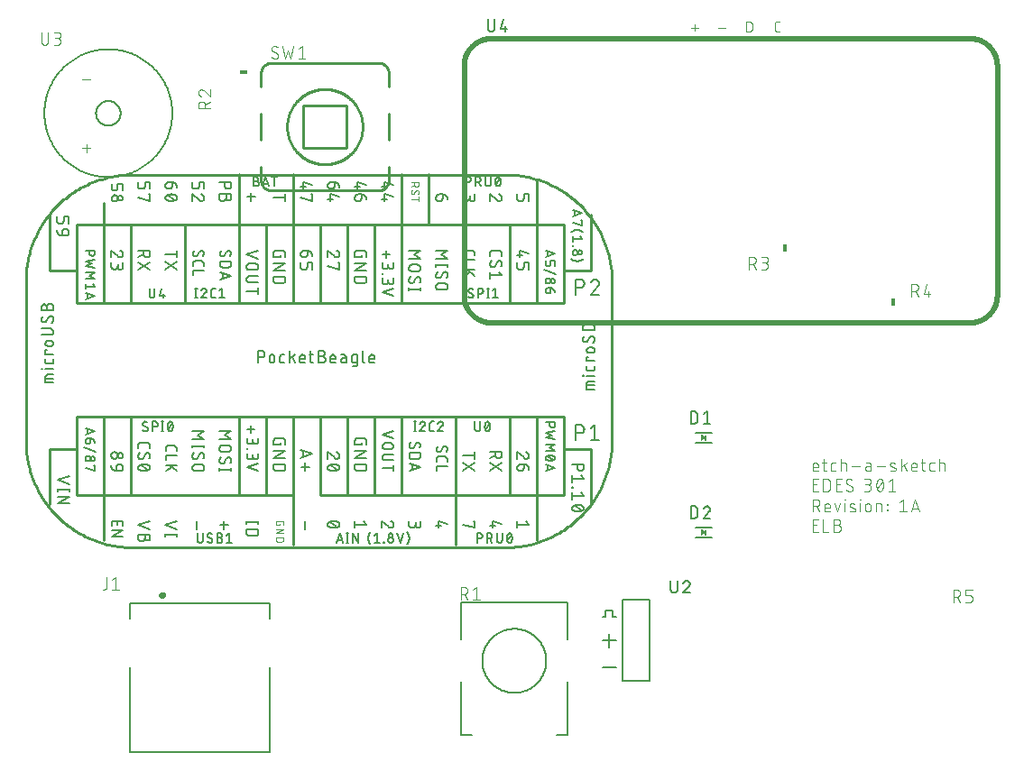
<source format=gbr>
G04 EAGLE Gerber RS-274X export*
G75*
%MOMM*%
%FSLAX34Y34*%
%LPD*%
%INSilkscreen Top*%
%IPPOS*%
%AMOC8*
5,1,8,0,0,1.08239X$1,22.5*%
G01*
%ADD10C,0.101600*%
%ADD11C,0.254000*%
%ADD12C,0.152400*%
%ADD13C,0.127000*%
%ADD14C,0.203200*%
%ADD15C,0.300000*%
%ADD16R,0.711200X0.406400*%
%ADD17C,0.508000*%
%ADD18C,0.076200*%
%ADD19R,0.406400X0.711200*%

G36*
X658405Y340276D02*
X658405Y340276D01*
X658505Y340275D01*
X658519Y340279D01*
X658531Y340279D01*
X658574Y340297D01*
X658684Y340333D01*
X662684Y342333D01*
X662719Y342359D01*
X662760Y342378D01*
X662809Y342426D01*
X662863Y342467D01*
X662888Y342504D01*
X662919Y342536D01*
X662948Y342598D01*
X662985Y342655D01*
X662995Y342699D01*
X663014Y342739D01*
X663019Y342808D01*
X663034Y342874D01*
X663028Y342919D01*
X663031Y342963D01*
X663012Y343029D01*
X663003Y343097D01*
X662982Y343136D01*
X662970Y343179D01*
X662929Y343234D01*
X662897Y343294D01*
X662863Y343324D01*
X662837Y343360D01*
X662766Y343409D01*
X662728Y343443D01*
X662707Y343451D01*
X662684Y343467D01*
X658684Y345467D01*
X658588Y345495D01*
X658494Y345527D01*
X658481Y345527D01*
X658468Y345531D01*
X658369Y345524D01*
X658269Y345521D01*
X658258Y345516D01*
X658245Y345515D01*
X658154Y345474D01*
X658062Y345436D01*
X658052Y345428D01*
X658040Y345422D01*
X657969Y345352D01*
X657896Y345285D01*
X657890Y345274D01*
X657881Y345264D01*
X657839Y345174D01*
X657793Y345085D01*
X657791Y345071D01*
X657786Y345061D01*
X657783Y345014D01*
X657766Y344900D01*
X657766Y340900D01*
X657783Y340802D01*
X657797Y340703D01*
X657803Y340692D01*
X657805Y340679D01*
X657856Y340593D01*
X657903Y340506D01*
X657913Y340497D01*
X657920Y340486D01*
X657997Y340423D01*
X658072Y340357D01*
X658084Y340353D01*
X658094Y340345D01*
X658188Y340313D01*
X658281Y340277D01*
X658294Y340277D01*
X658306Y340273D01*
X658405Y340276D01*
G37*
G36*
X658405Y251376D02*
X658405Y251376D01*
X658505Y251375D01*
X658519Y251379D01*
X658531Y251379D01*
X658574Y251397D01*
X658684Y251433D01*
X662684Y253433D01*
X662719Y253459D01*
X662760Y253478D01*
X662809Y253526D01*
X662863Y253567D01*
X662888Y253604D01*
X662919Y253636D01*
X662948Y253698D01*
X662985Y253755D01*
X662995Y253799D01*
X663014Y253839D01*
X663019Y253908D01*
X663034Y253974D01*
X663028Y254019D01*
X663031Y254063D01*
X663012Y254129D01*
X663003Y254197D01*
X662982Y254236D01*
X662970Y254279D01*
X662929Y254334D01*
X662897Y254394D01*
X662863Y254424D01*
X662837Y254460D01*
X662766Y254509D01*
X662728Y254543D01*
X662707Y254551D01*
X662684Y254567D01*
X658684Y256567D01*
X658588Y256595D01*
X658494Y256627D01*
X658481Y256627D01*
X658468Y256631D01*
X658369Y256624D01*
X658269Y256621D01*
X658258Y256616D01*
X658245Y256615D01*
X658154Y256574D01*
X658062Y256536D01*
X658052Y256528D01*
X658040Y256522D01*
X657969Y256452D01*
X657896Y256385D01*
X657890Y256374D01*
X657881Y256364D01*
X657839Y256274D01*
X657793Y256185D01*
X657791Y256171D01*
X657786Y256161D01*
X657783Y256114D01*
X657766Y256000D01*
X657766Y252000D01*
X657783Y251902D01*
X657797Y251803D01*
X657803Y251792D01*
X657805Y251779D01*
X657856Y251693D01*
X657903Y251606D01*
X657913Y251597D01*
X657920Y251586D01*
X657997Y251523D01*
X658072Y251457D01*
X658084Y251453D01*
X658094Y251445D01*
X658188Y251413D01*
X658281Y251377D01*
X658294Y251377D01*
X658306Y251373D01*
X658405Y251376D01*
G37*
D10*
X767701Y311658D02*
X764455Y311658D01*
X764368Y311660D01*
X764280Y311666D01*
X764194Y311676D01*
X764107Y311689D01*
X764022Y311707D01*
X763937Y311728D01*
X763853Y311753D01*
X763771Y311782D01*
X763690Y311815D01*
X763610Y311851D01*
X763532Y311890D01*
X763456Y311934D01*
X763382Y311980D01*
X763311Y312030D01*
X763241Y312083D01*
X763174Y312139D01*
X763110Y312198D01*
X763048Y312260D01*
X762989Y312324D01*
X762933Y312391D01*
X762880Y312461D01*
X762830Y312532D01*
X762784Y312606D01*
X762740Y312682D01*
X762701Y312760D01*
X762665Y312840D01*
X762632Y312921D01*
X762603Y313003D01*
X762578Y313087D01*
X762557Y313172D01*
X762539Y313257D01*
X762526Y313344D01*
X762516Y313430D01*
X762510Y313518D01*
X762508Y313605D01*
X762508Y316851D01*
X762510Y316952D01*
X762516Y317052D01*
X762526Y317152D01*
X762539Y317252D01*
X762557Y317351D01*
X762578Y317450D01*
X762603Y317547D01*
X762632Y317644D01*
X762665Y317739D01*
X762701Y317833D01*
X762741Y317925D01*
X762784Y318016D01*
X762831Y318105D01*
X762881Y318192D01*
X762935Y318278D01*
X762992Y318361D01*
X763052Y318441D01*
X763115Y318520D01*
X763182Y318596D01*
X763251Y318669D01*
X763323Y318739D01*
X763397Y318807D01*
X763474Y318872D01*
X763554Y318933D01*
X763636Y318992D01*
X763720Y319047D01*
X763806Y319099D01*
X763894Y319148D01*
X763984Y319193D01*
X764076Y319235D01*
X764169Y319273D01*
X764264Y319307D01*
X764359Y319338D01*
X764456Y319365D01*
X764554Y319388D01*
X764653Y319408D01*
X764753Y319423D01*
X764853Y319435D01*
X764953Y319443D01*
X765054Y319447D01*
X765154Y319447D01*
X765255Y319443D01*
X765355Y319435D01*
X765455Y319423D01*
X765555Y319408D01*
X765654Y319388D01*
X765752Y319365D01*
X765849Y319338D01*
X765944Y319307D01*
X766039Y319273D01*
X766132Y319235D01*
X766224Y319193D01*
X766314Y319148D01*
X766402Y319099D01*
X766488Y319047D01*
X766572Y318992D01*
X766654Y318933D01*
X766734Y318872D01*
X766811Y318807D01*
X766885Y318739D01*
X766957Y318669D01*
X767026Y318596D01*
X767093Y318520D01*
X767156Y318441D01*
X767216Y318361D01*
X767273Y318278D01*
X767327Y318192D01*
X767377Y318105D01*
X767424Y318016D01*
X767467Y317925D01*
X767507Y317833D01*
X767543Y317739D01*
X767576Y317644D01*
X767605Y317547D01*
X767630Y317450D01*
X767651Y317351D01*
X767669Y317252D01*
X767682Y317152D01*
X767692Y317052D01*
X767698Y316952D01*
X767700Y316851D01*
X767701Y316851D02*
X767701Y315553D01*
X762508Y315553D01*
X771447Y319447D02*
X775341Y319447D01*
X772745Y323342D02*
X772745Y313605D01*
X772747Y313518D01*
X772753Y313430D01*
X772763Y313344D01*
X772776Y313257D01*
X772794Y313172D01*
X772815Y313087D01*
X772840Y313003D01*
X772869Y312921D01*
X772902Y312840D01*
X772938Y312760D01*
X772977Y312682D01*
X773021Y312606D01*
X773067Y312532D01*
X773117Y312461D01*
X773170Y312391D01*
X773226Y312324D01*
X773285Y312260D01*
X773347Y312198D01*
X773411Y312139D01*
X773478Y312083D01*
X773548Y312030D01*
X773619Y311980D01*
X773693Y311934D01*
X773769Y311890D01*
X773847Y311851D01*
X773927Y311815D01*
X774008Y311782D01*
X774090Y311753D01*
X774174Y311728D01*
X774259Y311707D01*
X774344Y311689D01*
X774431Y311676D01*
X774517Y311666D01*
X774605Y311660D01*
X774692Y311658D01*
X775341Y311658D01*
X781614Y311658D02*
X784210Y311658D01*
X781614Y311658D02*
X781527Y311660D01*
X781439Y311666D01*
X781353Y311676D01*
X781266Y311689D01*
X781181Y311707D01*
X781096Y311728D01*
X781012Y311753D01*
X780930Y311782D01*
X780849Y311815D01*
X780769Y311851D01*
X780691Y311890D01*
X780615Y311934D01*
X780541Y311980D01*
X780470Y312030D01*
X780400Y312083D01*
X780333Y312139D01*
X780269Y312198D01*
X780207Y312260D01*
X780148Y312324D01*
X780092Y312391D01*
X780039Y312461D01*
X779989Y312532D01*
X779943Y312606D01*
X779899Y312682D01*
X779860Y312760D01*
X779824Y312840D01*
X779791Y312921D01*
X779762Y313003D01*
X779737Y313087D01*
X779716Y313172D01*
X779698Y313257D01*
X779685Y313344D01*
X779675Y313430D01*
X779669Y313518D01*
X779667Y313605D01*
X779666Y313605D02*
X779666Y317500D01*
X779667Y317500D02*
X779669Y317587D01*
X779675Y317675D01*
X779685Y317761D01*
X779698Y317848D01*
X779716Y317933D01*
X779737Y318018D01*
X779762Y318102D01*
X779791Y318184D01*
X779824Y318265D01*
X779860Y318345D01*
X779899Y318423D01*
X779943Y318499D01*
X779989Y318573D01*
X780039Y318644D01*
X780092Y318714D01*
X780148Y318781D01*
X780207Y318845D01*
X780269Y318907D01*
X780333Y318966D01*
X780400Y319022D01*
X780470Y319075D01*
X780541Y319125D01*
X780615Y319171D01*
X780691Y319215D01*
X780769Y319254D01*
X780849Y319290D01*
X780930Y319323D01*
X781012Y319352D01*
X781096Y319377D01*
X781181Y319398D01*
X781266Y319416D01*
X781353Y319429D01*
X781439Y319439D01*
X781527Y319445D01*
X781614Y319447D01*
X784210Y319447D01*
X788797Y323342D02*
X788797Y311658D01*
X788797Y319447D02*
X792042Y319447D01*
X792129Y319445D01*
X792217Y319439D01*
X792303Y319429D01*
X792390Y319416D01*
X792475Y319398D01*
X792560Y319377D01*
X792644Y319352D01*
X792726Y319323D01*
X792807Y319290D01*
X792887Y319254D01*
X792965Y319215D01*
X793041Y319171D01*
X793115Y319125D01*
X793186Y319075D01*
X793256Y319022D01*
X793323Y318966D01*
X793387Y318907D01*
X793449Y318846D01*
X793508Y318781D01*
X793564Y318714D01*
X793617Y318644D01*
X793667Y318573D01*
X793713Y318499D01*
X793757Y318423D01*
X793796Y318345D01*
X793832Y318265D01*
X793865Y318184D01*
X793894Y318102D01*
X793919Y318018D01*
X793940Y317933D01*
X793958Y317848D01*
X793971Y317761D01*
X793981Y317675D01*
X793987Y317587D01*
X793989Y317500D01*
X793990Y317500D02*
X793990Y311658D01*
X799310Y316202D02*
X807099Y316202D01*
X814251Y316202D02*
X817172Y316202D01*
X814251Y316202D02*
X814157Y316200D01*
X814063Y316194D01*
X813970Y316185D01*
X813877Y316171D01*
X813785Y316154D01*
X813693Y316132D01*
X813603Y316108D01*
X813513Y316079D01*
X813425Y316047D01*
X813338Y316011D01*
X813253Y315971D01*
X813170Y315928D01*
X813088Y315882D01*
X813008Y315832D01*
X812931Y315779D01*
X812856Y315723D01*
X812783Y315664D01*
X812712Y315602D01*
X812644Y315537D01*
X812579Y315469D01*
X812517Y315398D01*
X812458Y315325D01*
X812402Y315250D01*
X812349Y315173D01*
X812299Y315093D01*
X812253Y315011D01*
X812210Y314928D01*
X812170Y314843D01*
X812134Y314756D01*
X812102Y314668D01*
X812073Y314578D01*
X812049Y314488D01*
X812027Y314396D01*
X812010Y314304D01*
X811996Y314211D01*
X811987Y314118D01*
X811981Y314024D01*
X811979Y313930D01*
X811981Y313836D01*
X811987Y313742D01*
X811996Y313649D01*
X812010Y313556D01*
X812027Y313464D01*
X812049Y313372D01*
X812073Y313282D01*
X812102Y313192D01*
X812134Y313104D01*
X812170Y313017D01*
X812210Y312932D01*
X812253Y312849D01*
X812299Y312767D01*
X812349Y312687D01*
X812402Y312610D01*
X812458Y312535D01*
X812517Y312462D01*
X812579Y312391D01*
X812644Y312323D01*
X812712Y312258D01*
X812783Y312196D01*
X812856Y312137D01*
X812931Y312081D01*
X813008Y312028D01*
X813088Y311978D01*
X813170Y311932D01*
X813253Y311889D01*
X813338Y311849D01*
X813425Y311813D01*
X813513Y311781D01*
X813603Y311752D01*
X813693Y311728D01*
X813785Y311706D01*
X813877Y311689D01*
X813970Y311675D01*
X814063Y311666D01*
X814157Y311660D01*
X814251Y311658D01*
X817172Y311658D01*
X817172Y317500D01*
X817170Y317587D01*
X817164Y317675D01*
X817154Y317761D01*
X817141Y317848D01*
X817123Y317933D01*
X817102Y318018D01*
X817077Y318102D01*
X817048Y318184D01*
X817015Y318265D01*
X816979Y318345D01*
X816940Y318423D01*
X816896Y318499D01*
X816850Y318573D01*
X816800Y318644D01*
X816747Y318714D01*
X816691Y318781D01*
X816632Y318845D01*
X816570Y318907D01*
X816506Y318966D01*
X816439Y319022D01*
X816369Y319075D01*
X816298Y319125D01*
X816224Y319171D01*
X816148Y319215D01*
X816070Y319254D01*
X815990Y319290D01*
X815909Y319323D01*
X815827Y319352D01*
X815743Y319377D01*
X815658Y319398D01*
X815573Y319416D01*
X815486Y319429D01*
X815400Y319439D01*
X815312Y319445D01*
X815225Y319447D01*
X812628Y319447D01*
X822551Y316202D02*
X830340Y316202D01*
X836253Y316202D02*
X839498Y314904D01*
X836253Y316201D02*
X836178Y316234D01*
X836104Y316270D01*
X836032Y316309D01*
X835962Y316352D01*
X835895Y316398D01*
X835829Y316448D01*
X835767Y316500D01*
X835706Y316556D01*
X835649Y316614D01*
X835594Y316675D01*
X835543Y316739D01*
X835495Y316805D01*
X835450Y316874D01*
X835408Y316944D01*
X835370Y317017D01*
X835335Y317091D01*
X835304Y317167D01*
X835277Y317244D01*
X835254Y317323D01*
X835234Y317402D01*
X835219Y317483D01*
X835207Y317564D01*
X835199Y317646D01*
X835195Y317727D01*
X835196Y317809D01*
X835200Y317891D01*
X835208Y317973D01*
X835220Y318054D01*
X835236Y318134D01*
X835256Y318214D01*
X835280Y318292D01*
X835308Y318369D01*
X835339Y318445D01*
X835374Y318519D01*
X835412Y318591D01*
X835454Y318662D01*
X835500Y318730D01*
X835548Y318796D01*
X835600Y318859D01*
X835655Y318920D01*
X835713Y318978D01*
X835773Y319034D01*
X835836Y319086D01*
X835902Y319135D01*
X835970Y319181D01*
X836040Y319223D01*
X836112Y319263D01*
X836186Y319298D01*
X836261Y319330D01*
X836338Y319358D01*
X836416Y319382D01*
X836496Y319403D01*
X836576Y319420D01*
X836657Y319432D01*
X836738Y319441D01*
X836820Y319446D01*
X836902Y319447D01*
X836901Y319447D02*
X837078Y319443D01*
X837255Y319434D01*
X837432Y319420D01*
X837609Y319403D01*
X837784Y319381D01*
X837960Y319356D01*
X838134Y319325D01*
X838308Y319291D01*
X838481Y319253D01*
X838653Y319210D01*
X838824Y319163D01*
X838994Y319113D01*
X839163Y319058D01*
X839330Y318999D01*
X839495Y318936D01*
X839660Y318869D01*
X839822Y318798D01*
X839498Y314904D02*
X839573Y314871D01*
X839647Y314835D01*
X839719Y314796D01*
X839789Y314753D01*
X839856Y314707D01*
X839922Y314657D01*
X839984Y314605D01*
X840045Y314549D01*
X840102Y314491D01*
X840157Y314430D01*
X840208Y314366D01*
X840256Y314300D01*
X840301Y314231D01*
X840343Y314161D01*
X840381Y314088D01*
X840416Y314014D01*
X840447Y313938D01*
X840474Y313861D01*
X840497Y313782D01*
X840517Y313703D01*
X840532Y313622D01*
X840544Y313541D01*
X840552Y313459D01*
X840556Y313378D01*
X840555Y313296D01*
X840551Y313214D01*
X840543Y313132D01*
X840531Y313051D01*
X840515Y312971D01*
X840495Y312891D01*
X840471Y312813D01*
X840443Y312736D01*
X840412Y312660D01*
X840377Y312586D01*
X840339Y312514D01*
X840297Y312443D01*
X840251Y312375D01*
X840203Y312309D01*
X840151Y312246D01*
X840096Y312185D01*
X840038Y312127D01*
X839978Y312071D01*
X839915Y312019D01*
X839849Y311970D01*
X839781Y311924D01*
X839711Y311882D01*
X839639Y311842D01*
X839565Y311807D01*
X839490Y311775D01*
X839413Y311747D01*
X839335Y311723D01*
X839255Y311702D01*
X839175Y311685D01*
X839094Y311673D01*
X839013Y311664D01*
X838931Y311659D01*
X838849Y311658D01*
X838589Y311665D01*
X838329Y311678D01*
X838069Y311697D01*
X837810Y311722D01*
X837551Y311754D01*
X837294Y311791D01*
X837037Y311835D01*
X836781Y311884D01*
X836527Y311940D01*
X836274Y312001D01*
X836023Y312069D01*
X835773Y312143D01*
X835525Y312222D01*
X835279Y312307D01*
X845701Y311658D02*
X845701Y323342D01*
X850894Y319447D02*
X845701Y315553D01*
X847973Y317175D02*
X850894Y311658D01*
X857038Y311658D02*
X860284Y311658D01*
X857038Y311658D02*
X856951Y311660D01*
X856863Y311666D01*
X856777Y311676D01*
X856690Y311689D01*
X856605Y311707D01*
X856520Y311728D01*
X856436Y311753D01*
X856354Y311782D01*
X856273Y311815D01*
X856193Y311851D01*
X856115Y311890D01*
X856039Y311934D01*
X855965Y311980D01*
X855894Y312030D01*
X855824Y312083D01*
X855757Y312139D01*
X855693Y312198D01*
X855631Y312260D01*
X855572Y312324D01*
X855516Y312391D01*
X855463Y312461D01*
X855413Y312532D01*
X855367Y312606D01*
X855323Y312682D01*
X855284Y312760D01*
X855248Y312840D01*
X855215Y312921D01*
X855186Y313003D01*
X855161Y313087D01*
X855140Y313172D01*
X855122Y313257D01*
X855109Y313344D01*
X855099Y313430D01*
X855093Y313518D01*
X855091Y313605D01*
X855091Y316851D01*
X855093Y316952D01*
X855099Y317052D01*
X855109Y317152D01*
X855122Y317252D01*
X855140Y317351D01*
X855161Y317450D01*
X855186Y317547D01*
X855215Y317644D01*
X855248Y317739D01*
X855284Y317833D01*
X855324Y317925D01*
X855367Y318016D01*
X855414Y318105D01*
X855464Y318192D01*
X855518Y318278D01*
X855575Y318361D01*
X855635Y318441D01*
X855698Y318520D01*
X855765Y318596D01*
X855834Y318669D01*
X855906Y318739D01*
X855980Y318807D01*
X856057Y318872D01*
X856137Y318933D01*
X856219Y318992D01*
X856303Y319047D01*
X856389Y319099D01*
X856477Y319148D01*
X856567Y319193D01*
X856659Y319235D01*
X856752Y319273D01*
X856847Y319307D01*
X856942Y319338D01*
X857039Y319365D01*
X857137Y319388D01*
X857236Y319408D01*
X857336Y319423D01*
X857436Y319435D01*
X857536Y319443D01*
X857637Y319447D01*
X857737Y319447D01*
X857838Y319443D01*
X857938Y319435D01*
X858038Y319423D01*
X858138Y319408D01*
X858237Y319388D01*
X858335Y319365D01*
X858432Y319338D01*
X858527Y319307D01*
X858622Y319273D01*
X858715Y319235D01*
X858807Y319193D01*
X858897Y319148D01*
X858985Y319099D01*
X859071Y319047D01*
X859155Y318992D01*
X859237Y318933D01*
X859317Y318872D01*
X859394Y318807D01*
X859468Y318739D01*
X859540Y318669D01*
X859609Y318596D01*
X859676Y318520D01*
X859739Y318441D01*
X859799Y318361D01*
X859856Y318278D01*
X859910Y318192D01*
X859960Y318105D01*
X860007Y318016D01*
X860050Y317925D01*
X860090Y317833D01*
X860126Y317739D01*
X860159Y317644D01*
X860188Y317547D01*
X860213Y317450D01*
X860234Y317351D01*
X860252Y317252D01*
X860265Y317152D01*
X860275Y317052D01*
X860281Y316952D01*
X860283Y316851D01*
X860284Y316851D02*
X860284Y315553D01*
X855091Y315553D01*
X864030Y319447D02*
X867924Y319447D01*
X865328Y323342D02*
X865328Y313605D01*
X865330Y313518D01*
X865336Y313430D01*
X865346Y313344D01*
X865359Y313257D01*
X865377Y313172D01*
X865398Y313087D01*
X865423Y313003D01*
X865452Y312921D01*
X865485Y312840D01*
X865521Y312760D01*
X865560Y312682D01*
X865604Y312606D01*
X865650Y312532D01*
X865700Y312461D01*
X865753Y312391D01*
X865809Y312324D01*
X865868Y312260D01*
X865930Y312198D01*
X865994Y312139D01*
X866061Y312083D01*
X866131Y312030D01*
X866202Y311980D01*
X866276Y311934D01*
X866352Y311890D01*
X866430Y311851D01*
X866510Y311815D01*
X866591Y311782D01*
X866673Y311753D01*
X866757Y311728D01*
X866842Y311707D01*
X866927Y311689D01*
X867014Y311676D01*
X867100Y311666D01*
X867188Y311660D01*
X867275Y311658D01*
X867924Y311658D01*
X874196Y311658D02*
X876793Y311658D01*
X874196Y311658D02*
X874109Y311660D01*
X874021Y311666D01*
X873935Y311676D01*
X873848Y311689D01*
X873763Y311707D01*
X873678Y311728D01*
X873594Y311753D01*
X873512Y311782D01*
X873431Y311815D01*
X873351Y311851D01*
X873273Y311890D01*
X873197Y311934D01*
X873123Y311980D01*
X873052Y312030D01*
X872982Y312083D01*
X872915Y312139D01*
X872851Y312198D01*
X872789Y312260D01*
X872730Y312324D01*
X872674Y312391D01*
X872621Y312461D01*
X872571Y312532D01*
X872525Y312606D01*
X872481Y312682D01*
X872442Y312760D01*
X872406Y312840D01*
X872373Y312921D01*
X872344Y313003D01*
X872319Y313087D01*
X872298Y313172D01*
X872280Y313257D01*
X872267Y313344D01*
X872257Y313430D01*
X872251Y313518D01*
X872249Y313605D01*
X872249Y317500D01*
X872251Y317587D01*
X872257Y317675D01*
X872267Y317761D01*
X872280Y317848D01*
X872298Y317933D01*
X872319Y318018D01*
X872344Y318102D01*
X872373Y318184D01*
X872406Y318265D01*
X872442Y318345D01*
X872481Y318423D01*
X872525Y318499D01*
X872571Y318573D01*
X872621Y318644D01*
X872674Y318714D01*
X872730Y318781D01*
X872789Y318845D01*
X872851Y318907D01*
X872915Y318966D01*
X872982Y319022D01*
X873052Y319075D01*
X873123Y319125D01*
X873197Y319171D01*
X873273Y319215D01*
X873351Y319254D01*
X873431Y319290D01*
X873512Y319323D01*
X873594Y319352D01*
X873678Y319377D01*
X873763Y319398D01*
X873848Y319416D01*
X873935Y319429D01*
X874021Y319439D01*
X874109Y319445D01*
X874196Y319447D01*
X876793Y319447D01*
X881380Y323342D02*
X881380Y311658D01*
X881380Y319447D02*
X884625Y319447D01*
X884712Y319445D01*
X884800Y319439D01*
X884886Y319429D01*
X884973Y319416D01*
X885058Y319398D01*
X885143Y319377D01*
X885227Y319352D01*
X885309Y319323D01*
X885390Y319290D01*
X885470Y319254D01*
X885548Y319215D01*
X885624Y319171D01*
X885698Y319125D01*
X885769Y319075D01*
X885839Y319022D01*
X885906Y318966D01*
X885970Y318907D01*
X886032Y318846D01*
X886091Y318781D01*
X886147Y318714D01*
X886200Y318644D01*
X886250Y318573D01*
X886296Y318499D01*
X886340Y318423D01*
X886379Y318345D01*
X886415Y318265D01*
X886448Y318184D01*
X886477Y318102D01*
X886502Y318018D01*
X886523Y317933D01*
X886541Y317848D01*
X886554Y317761D01*
X886564Y317675D01*
X886570Y317587D01*
X886572Y317500D01*
X886573Y317500D02*
X886573Y311658D01*
X767701Y292608D02*
X762508Y292608D01*
X762508Y304292D01*
X767701Y304292D01*
X766403Y299099D02*
X762508Y299099D01*
X772391Y304292D02*
X772391Y292608D01*
X772391Y304292D02*
X775637Y304292D01*
X775750Y304290D01*
X775863Y304284D01*
X775976Y304274D01*
X776089Y304260D01*
X776201Y304243D01*
X776312Y304221D01*
X776422Y304196D01*
X776532Y304166D01*
X776640Y304133D01*
X776747Y304096D01*
X776853Y304056D01*
X776957Y304011D01*
X777060Y303963D01*
X777161Y303912D01*
X777260Y303857D01*
X777357Y303799D01*
X777452Y303737D01*
X777545Y303672D01*
X777635Y303604D01*
X777723Y303533D01*
X777809Y303458D01*
X777892Y303381D01*
X777972Y303301D01*
X778049Y303218D01*
X778124Y303132D01*
X778195Y303044D01*
X778263Y302954D01*
X778328Y302861D01*
X778390Y302766D01*
X778448Y302669D01*
X778503Y302570D01*
X778554Y302469D01*
X778602Y302366D01*
X778647Y302262D01*
X778687Y302156D01*
X778724Y302049D01*
X778757Y301941D01*
X778787Y301831D01*
X778812Y301721D01*
X778834Y301610D01*
X778851Y301498D01*
X778865Y301385D01*
X778875Y301272D01*
X778881Y301159D01*
X778883Y301046D01*
X778883Y295854D01*
X778881Y295741D01*
X778875Y295628D01*
X778865Y295515D01*
X778851Y295402D01*
X778834Y295290D01*
X778812Y295179D01*
X778787Y295069D01*
X778757Y294959D01*
X778724Y294851D01*
X778687Y294744D01*
X778647Y294638D01*
X778602Y294534D01*
X778554Y294431D01*
X778503Y294330D01*
X778448Y294231D01*
X778390Y294134D01*
X778328Y294039D01*
X778263Y293946D01*
X778195Y293856D01*
X778124Y293768D01*
X778049Y293682D01*
X777972Y293599D01*
X777892Y293519D01*
X777809Y293442D01*
X777723Y293367D01*
X777635Y293296D01*
X777545Y293228D01*
X777452Y293163D01*
X777357Y293101D01*
X777260Y293043D01*
X777161Y292988D01*
X777060Y292937D01*
X776957Y292889D01*
X776853Y292844D01*
X776747Y292804D01*
X776640Y292767D01*
X776532Y292734D01*
X776422Y292704D01*
X776312Y292679D01*
X776201Y292657D01*
X776089Y292640D01*
X775976Y292626D01*
X775863Y292616D01*
X775750Y292610D01*
X775637Y292608D01*
X772391Y292608D01*
X784606Y292608D02*
X789799Y292608D01*
X784606Y292608D02*
X784606Y304292D01*
X789799Y304292D01*
X788501Y299099D02*
X784606Y299099D01*
X797622Y292608D02*
X797721Y292610D01*
X797821Y292616D01*
X797920Y292625D01*
X798018Y292638D01*
X798116Y292655D01*
X798214Y292676D01*
X798310Y292701D01*
X798405Y292729D01*
X798499Y292761D01*
X798592Y292796D01*
X798684Y292835D01*
X798774Y292878D01*
X798862Y292923D01*
X798949Y292973D01*
X799033Y293025D01*
X799116Y293081D01*
X799196Y293139D01*
X799274Y293201D01*
X799349Y293266D01*
X799422Y293334D01*
X799492Y293404D01*
X799560Y293477D01*
X799625Y293552D01*
X799687Y293630D01*
X799745Y293710D01*
X799801Y293793D01*
X799853Y293877D01*
X799903Y293964D01*
X799948Y294052D01*
X799991Y294142D01*
X800030Y294234D01*
X800065Y294327D01*
X800097Y294421D01*
X800125Y294516D01*
X800150Y294612D01*
X800171Y294710D01*
X800188Y294808D01*
X800201Y294906D01*
X800210Y295005D01*
X800216Y295105D01*
X800218Y295204D01*
X797622Y292608D02*
X797478Y292610D01*
X797333Y292616D01*
X797189Y292625D01*
X797046Y292638D01*
X796902Y292655D01*
X796759Y292676D01*
X796617Y292701D01*
X796476Y292729D01*
X796335Y292761D01*
X796195Y292797D01*
X796056Y292836D01*
X795918Y292879D01*
X795782Y292926D01*
X795646Y292976D01*
X795512Y293030D01*
X795380Y293087D01*
X795249Y293148D01*
X795120Y293212D01*
X794992Y293280D01*
X794866Y293350D01*
X794742Y293425D01*
X794621Y293502D01*
X794501Y293583D01*
X794383Y293666D01*
X794268Y293753D01*
X794155Y293843D01*
X794044Y293936D01*
X793936Y294031D01*
X793830Y294130D01*
X793727Y294231D01*
X794052Y301696D02*
X794054Y301795D01*
X794060Y301895D01*
X794069Y301994D01*
X794082Y302092D01*
X794099Y302190D01*
X794120Y302288D01*
X794145Y302384D01*
X794173Y302479D01*
X794205Y302573D01*
X794240Y302666D01*
X794279Y302758D01*
X794322Y302848D01*
X794367Y302936D01*
X794417Y303023D01*
X794469Y303107D01*
X794525Y303190D01*
X794583Y303270D01*
X794645Y303348D01*
X794710Y303423D01*
X794778Y303496D01*
X794848Y303566D01*
X794921Y303634D01*
X794996Y303699D01*
X795074Y303761D01*
X795154Y303819D01*
X795237Y303875D01*
X795321Y303927D01*
X795408Y303977D01*
X795496Y304022D01*
X795586Y304065D01*
X795678Y304104D01*
X795771Y304139D01*
X795865Y304171D01*
X795960Y304199D01*
X796057Y304224D01*
X796154Y304245D01*
X796252Y304262D01*
X796350Y304275D01*
X796449Y304284D01*
X796549Y304290D01*
X796648Y304292D01*
X796784Y304290D01*
X796920Y304284D01*
X797056Y304275D01*
X797192Y304262D01*
X797327Y304244D01*
X797461Y304224D01*
X797595Y304199D01*
X797729Y304171D01*
X797861Y304138D01*
X797992Y304103D01*
X798123Y304063D01*
X798252Y304020D01*
X798380Y303974D01*
X798506Y303923D01*
X798632Y303870D01*
X798755Y303812D01*
X798877Y303752D01*
X798997Y303688D01*
X799116Y303620D01*
X799232Y303550D01*
X799346Y303476D01*
X799459Y303399D01*
X799569Y303318D01*
X795350Y299424D02*
X795264Y299477D01*
X795180Y299534D01*
X795098Y299593D01*
X795018Y299656D01*
X794941Y299722D01*
X794866Y299790D01*
X794794Y299862D01*
X794725Y299936D01*
X794659Y300013D01*
X794596Y300092D01*
X794536Y300174D01*
X794479Y300258D01*
X794425Y300344D01*
X794375Y300432D01*
X794328Y300522D01*
X794284Y300613D01*
X794245Y300707D01*
X794208Y300801D01*
X794176Y300897D01*
X794147Y300995D01*
X794122Y301093D01*
X794101Y301192D01*
X794083Y301292D01*
X794070Y301392D01*
X794060Y301493D01*
X794054Y301595D01*
X794052Y301696D01*
X798920Y297476D02*
X799006Y297423D01*
X799090Y297366D01*
X799172Y297307D01*
X799252Y297244D01*
X799329Y297178D01*
X799404Y297110D01*
X799476Y297038D01*
X799545Y296964D01*
X799611Y296887D01*
X799674Y296808D01*
X799734Y296726D01*
X799791Y296642D01*
X799845Y296556D01*
X799895Y296468D01*
X799942Y296378D01*
X799986Y296287D01*
X800025Y296193D01*
X800062Y296099D01*
X800094Y296003D01*
X800123Y295905D01*
X800148Y295807D01*
X800169Y295708D01*
X800187Y295608D01*
X800200Y295508D01*
X800210Y295407D01*
X800216Y295305D01*
X800218Y295204D01*
X798920Y297476D02*
X795350Y299424D01*
X810872Y292608D02*
X814118Y292608D01*
X814231Y292610D01*
X814344Y292616D01*
X814457Y292626D01*
X814570Y292640D01*
X814682Y292657D01*
X814793Y292679D01*
X814903Y292704D01*
X815013Y292734D01*
X815121Y292767D01*
X815228Y292804D01*
X815334Y292844D01*
X815438Y292889D01*
X815541Y292937D01*
X815642Y292988D01*
X815741Y293043D01*
X815838Y293101D01*
X815933Y293163D01*
X816026Y293228D01*
X816116Y293296D01*
X816204Y293367D01*
X816290Y293442D01*
X816373Y293519D01*
X816453Y293599D01*
X816530Y293682D01*
X816605Y293768D01*
X816676Y293856D01*
X816744Y293946D01*
X816809Y294039D01*
X816871Y294134D01*
X816929Y294231D01*
X816984Y294330D01*
X817035Y294431D01*
X817083Y294534D01*
X817128Y294638D01*
X817168Y294744D01*
X817205Y294851D01*
X817238Y294959D01*
X817268Y295069D01*
X817293Y295179D01*
X817315Y295290D01*
X817332Y295402D01*
X817346Y295515D01*
X817356Y295628D01*
X817362Y295741D01*
X817364Y295854D01*
X817362Y295967D01*
X817356Y296080D01*
X817346Y296193D01*
X817332Y296306D01*
X817315Y296418D01*
X817293Y296529D01*
X817268Y296639D01*
X817238Y296749D01*
X817205Y296857D01*
X817168Y296964D01*
X817128Y297070D01*
X817083Y297174D01*
X817035Y297277D01*
X816984Y297378D01*
X816929Y297477D01*
X816871Y297574D01*
X816809Y297669D01*
X816744Y297762D01*
X816676Y297852D01*
X816605Y297940D01*
X816530Y298026D01*
X816453Y298109D01*
X816373Y298189D01*
X816290Y298266D01*
X816204Y298341D01*
X816116Y298412D01*
X816026Y298480D01*
X815933Y298545D01*
X815838Y298607D01*
X815741Y298665D01*
X815642Y298720D01*
X815541Y298771D01*
X815438Y298819D01*
X815334Y298864D01*
X815228Y298904D01*
X815121Y298941D01*
X815013Y298974D01*
X814903Y299004D01*
X814793Y299029D01*
X814682Y299051D01*
X814570Y299068D01*
X814457Y299082D01*
X814344Y299092D01*
X814231Y299098D01*
X814118Y299100D01*
X814767Y304292D02*
X810872Y304292D01*
X814767Y304292D02*
X814868Y304290D01*
X814968Y304284D01*
X815068Y304274D01*
X815168Y304261D01*
X815267Y304243D01*
X815366Y304222D01*
X815463Y304197D01*
X815560Y304168D01*
X815655Y304135D01*
X815749Y304099D01*
X815841Y304059D01*
X815932Y304016D01*
X816021Y303969D01*
X816108Y303919D01*
X816194Y303865D01*
X816277Y303808D01*
X816357Y303748D01*
X816436Y303685D01*
X816512Y303618D01*
X816585Y303549D01*
X816655Y303477D01*
X816723Y303403D01*
X816788Y303326D01*
X816849Y303246D01*
X816908Y303164D01*
X816963Y303080D01*
X817015Y302994D01*
X817064Y302906D01*
X817109Y302816D01*
X817151Y302724D01*
X817189Y302631D01*
X817223Y302536D01*
X817254Y302441D01*
X817281Y302344D01*
X817304Y302246D01*
X817324Y302147D01*
X817339Y302047D01*
X817351Y301947D01*
X817359Y301847D01*
X817363Y301746D01*
X817363Y301646D01*
X817359Y301545D01*
X817351Y301445D01*
X817339Y301345D01*
X817324Y301245D01*
X817304Y301146D01*
X817281Y301048D01*
X817254Y300951D01*
X817223Y300856D01*
X817189Y300761D01*
X817151Y300668D01*
X817109Y300576D01*
X817064Y300486D01*
X817015Y300398D01*
X816963Y300312D01*
X816908Y300228D01*
X816849Y300146D01*
X816788Y300066D01*
X816723Y299989D01*
X816655Y299915D01*
X816585Y299843D01*
X816512Y299774D01*
X816436Y299707D01*
X816357Y299644D01*
X816277Y299584D01*
X816194Y299527D01*
X816108Y299473D01*
X816021Y299423D01*
X815932Y299376D01*
X815841Y299333D01*
X815749Y299293D01*
X815655Y299257D01*
X815560Y299224D01*
X815463Y299195D01*
X815366Y299170D01*
X815267Y299149D01*
X815168Y299131D01*
X815068Y299118D01*
X814968Y299108D01*
X814868Y299102D01*
X814767Y299100D01*
X814767Y299099D02*
X812171Y299099D01*
X822303Y298450D02*
X822306Y298680D01*
X822314Y298910D01*
X822328Y299139D01*
X822347Y299368D01*
X822372Y299597D01*
X822402Y299824D01*
X822437Y300052D01*
X822478Y300278D01*
X822524Y300503D01*
X822576Y300727D01*
X822633Y300949D01*
X822695Y301171D01*
X822763Y301390D01*
X822836Y301608D01*
X822914Y301825D01*
X822997Y302039D01*
X823085Y302251D01*
X823178Y302461D01*
X823277Y302669D01*
X823276Y302669D02*
X823309Y302759D01*
X823345Y302848D01*
X823385Y302936D01*
X823429Y303021D01*
X823476Y303105D01*
X823526Y303187D01*
X823580Y303267D01*
X823636Y303344D01*
X823696Y303420D01*
X823759Y303493D01*
X823824Y303563D01*
X823893Y303631D01*
X823964Y303695D01*
X824037Y303757D01*
X824113Y303816D01*
X824191Y303872D01*
X824272Y303925D01*
X824354Y303974D01*
X824438Y304020D01*
X824525Y304063D01*
X824612Y304102D01*
X824702Y304138D01*
X824792Y304170D01*
X824884Y304198D01*
X824977Y304223D01*
X825071Y304244D01*
X825165Y304261D01*
X825260Y304275D01*
X825356Y304284D01*
X825452Y304290D01*
X825548Y304292D01*
X825644Y304290D01*
X825740Y304284D01*
X825836Y304275D01*
X825931Y304261D01*
X826025Y304244D01*
X826119Y304223D01*
X826212Y304198D01*
X826304Y304170D01*
X826394Y304138D01*
X826484Y304102D01*
X826571Y304063D01*
X826658Y304020D01*
X826742Y303974D01*
X826824Y303925D01*
X826905Y303872D01*
X826983Y303816D01*
X827059Y303757D01*
X827132Y303695D01*
X827203Y303631D01*
X827272Y303563D01*
X827337Y303493D01*
X827400Y303420D01*
X827460Y303344D01*
X827516Y303267D01*
X827570Y303187D01*
X827620Y303105D01*
X827667Y303021D01*
X827711Y302936D01*
X827751Y302848D01*
X827787Y302759D01*
X827820Y302669D01*
X827919Y302462D01*
X828012Y302252D01*
X828100Y302039D01*
X828183Y301825D01*
X828261Y301609D01*
X828334Y301391D01*
X828402Y301171D01*
X828464Y300950D01*
X828521Y300727D01*
X828573Y300503D01*
X828619Y300278D01*
X828660Y300052D01*
X828695Y299825D01*
X828725Y299597D01*
X828750Y299368D01*
X828769Y299139D01*
X828783Y298910D01*
X828791Y298680D01*
X828794Y298450D01*
X822302Y298450D02*
X822305Y298220D01*
X822313Y297990D01*
X822327Y297761D01*
X822346Y297532D01*
X822371Y297303D01*
X822401Y297075D01*
X822436Y296848D01*
X822477Y296622D01*
X822523Y296397D01*
X822575Y296173D01*
X822632Y295950D01*
X822694Y295729D01*
X822762Y295509D01*
X822835Y295291D01*
X822913Y295075D01*
X822996Y294861D01*
X823084Y294649D01*
X823177Y294438D01*
X823276Y294231D01*
X823309Y294141D01*
X823345Y294052D01*
X823386Y293964D01*
X823429Y293879D01*
X823476Y293795D01*
X823526Y293713D01*
X823580Y293633D01*
X823636Y293556D01*
X823696Y293480D01*
X823759Y293407D01*
X823824Y293337D01*
X823893Y293269D01*
X823964Y293205D01*
X824037Y293143D01*
X824113Y293084D01*
X824191Y293028D01*
X824272Y292975D01*
X824354Y292926D01*
X824438Y292880D01*
X824525Y292837D01*
X824612Y292798D01*
X824702Y292762D01*
X824792Y292730D01*
X824884Y292702D01*
X824977Y292677D01*
X825071Y292656D01*
X825165Y292639D01*
X825260Y292625D01*
X825356Y292616D01*
X825452Y292610D01*
X825548Y292608D01*
X827820Y294231D02*
X827919Y294438D01*
X828012Y294649D01*
X828100Y294861D01*
X828183Y295075D01*
X828261Y295291D01*
X828334Y295509D01*
X828402Y295729D01*
X828464Y295950D01*
X828521Y296173D01*
X828573Y296397D01*
X828619Y296622D01*
X828660Y296848D01*
X828695Y297075D01*
X828725Y297303D01*
X828750Y297532D01*
X828769Y297761D01*
X828783Y297990D01*
X828791Y298220D01*
X828794Y298450D01*
X827820Y294231D02*
X827787Y294141D01*
X827751Y294052D01*
X827711Y293964D01*
X827667Y293879D01*
X827620Y293795D01*
X827570Y293713D01*
X827516Y293633D01*
X827460Y293556D01*
X827400Y293480D01*
X827337Y293407D01*
X827272Y293337D01*
X827203Y293269D01*
X827132Y293205D01*
X827059Y293143D01*
X826983Y293084D01*
X826905Y293028D01*
X826824Y292975D01*
X826742Y292926D01*
X826658Y292880D01*
X826571Y292837D01*
X826484Y292798D01*
X826394Y292762D01*
X826304Y292730D01*
X826212Y292702D01*
X826119Y292677D01*
X826025Y292656D01*
X825931Y292639D01*
X825836Y292625D01*
X825740Y292616D01*
X825644Y292610D01*
X825548Y292608D01*
X822951Y295204D02*
X828144Y301696D01*
X833732Y301696D02*
X836978Y304292D01*
X836978Y292608D01*
X840223Y292608D02*
X833732Y292608D01*
X762508Y285242D02*
X762508Y273558D01*
X762508Y285242D02*
X765754Y285242D01*
X765867Y285240D01*
X765980Y285234D01*
X766093Y285224D01*
X766206Y285210D01*
X766318Y285193D01*
X766429Y285171D01*
X766539Y285146D01*
X766649Y285116D01*
X766757Y285083D01*
X766864Y285046D01*
X766970Y285006D01*
X767074Y284961D01*
X767177Y284913D01*
X767278Y284862D01*
X767377Y284807D01*
X767474Y284749D01*
X767569Y284687D01*
X767662Y284622D01*
X767752Y284554D01*
X767840Y284483D01*
X767926Y284408D01*
X768009Y284331D01*
X768089Y284251D01*
X768166Y284168D01*
X768241Y284082D01*
X768312Y283994D01*
X768380Y283904D01*
X768445Y283811D01*
X768507Y283716D01*
X768565Y283619D01*
X768620Y283520D01*
X768671Y283419D01*
X768719Y283316D01*
X768764Y283212D01*
X768804Y283106D01*
X768841Y282999D01*
X768874Y282891D01*
X768904Y282781D01*
X768929Y282671D01*
X768951Y282560D01*
X768968Y282448D01*
X768982Y282335D01*
X768992Y282222D01*
X768998Y282109D01*
X769000Y281996D01*
X768998Y281883D01*
X768992Y281770D01*
X768982Y281657D01*
X768968Y281544D01*
X768951Y281432D01*
X768929Y281321D01*
X768904Y281211D01*
X768874Y281101D01*
X768841Y280993D01*
X768804Y280886D01*
X768764Y280780D01*
X768719Y280676D01*
X768671Y280573D01*
X768620Y280472D01*
X768565Y280373D01*
X768507Y280276D01*
X768445Y280181D01*
X768380Y280088D01*
X768312Y279998D01*
X768241Y279910D01*
X768166Y279824D01*
X768089Y279741D01*
X768009Y279661D01*
X767926Y279584D01*
X767840Y279509D01*
X767752Y279438D01*
X767662Y279370D01*
X767569Y279305D01*
X767474Y279243D01*
X767377Y279185D01*
X767278Y279130D01*
X767177Y279079D01*
X767074Y279031D01*
X766970Y278986D01*
X766864Y278946D01*
X766757Y278909D01*
X766649Y278876D01*
X766539Y278846D01*
X766429Y278821D01*
X766318Y278799D01*
X766206Y278782D01*
X766093Y278768D01*
X765980Y278758D01*
X765867Y278752D01*
X765754Y278750D01*
X765754Y278751D02*
X762508Y278751D01*
X766403Y278751D02*
X768999Y273558D01*
X775699Y273558D02*
X778944Y273558D01*
X775699Y273558D02*
X775612Y273560D01*
X775524Y273566D01*
X775438Y273576D01*
X775351Y273589D01*
X775266Y273607D01*
X775181Y273628D01*
X775097Y273653D01*
X775015Y273682D01*
X774934Y273715D01*
X774854Y273751D01*
X774776Y273790D01*
X774700Y273834D01*
X774626Y273880D01*
X774555Y273930D01*
X774485Y273983D01*
X774418Y274039D01*
X774354Y274098D01*
X774292Y274160D01*
X774233Y274224D01*
X774177Y274291D01*
X774124Y274361D01*
X774074Y274432D01*
X774028Y274506D01*
X773984Y274582D01*
X773945Y274660D01*
X773909Y274740D01*
X773876Y274821D01*
X773847Y274903D01*
X773822Y274987D01*
X773801Y275072D01*
X773783Y275157D01*
X773770Y275244D01*
X773760Y275330D01*
X773754Y275418D01*
X773752Y275505D01*
X773751Y275505D02*
X773751Y278751D01*
X773752Y278751D02*
X773754Y278852D01*
X773760Y278952D01*
X773770Y279052D01*
X773783Y279152D01*
X773801Y279251D01*
X773822Y279350D01*
X773847Y279447D01*
X773876Y279544D01*
X773909Y279639D01*
X773945Y279733D01*
X773985Y279825D01*
X774028Y279916D01*
X774075Y280005D01*
X774125Y280092D01*
X774179Y280178D01*
X774236Y280261D01*
X774296Y280341D01*
X774359Y280420D01*
X774426Y280496D01*
X774495Y280569D01*
X774567Y280639D01*
X774641Y280707D01*
X774718Y280772D01*
X774798Y280833D01*
X774880Y280892D01*
X774964Y280947D01*
X775050Y280999D01*
X775138Y281048D01*
X775228Y281093D01*
X775320Y281135D01*
X775413Y281173D01*
X775508Y281207D01*
X775603Y281238D01*
X775700Y281265D01*
X775798Y281288D01*
X775897Y281308D01*
X775997Y281323D01*
X776097Y281335D01*
X776197Y281343D01*
X776298Y281347D01*
X776398Y281347D01*
X776499Y281343D01*
X776599Y281335D01*
X776699Y281323D01*
X776799Y281308D01*
X776898Y281288D01*
X776996Y281265D01*
X777093Y281238D01*
X777188Y281207D01*
X777283Y281173D01*
X777376Y281135D01*
X777468Y281093D01*
X777558Y281048D01*
X777646Y280999D01*
X777732Y280947D01*
X777816Y280892D01*
X777898Y280833D01*
X777978Y280772D01*
X778055Y280707D01*
X778129Y280639D01*
X778201Y280569D01*
X778270Y280496D01*
X778337Y280420D01*
X778400Y280341D01*
X778460Y280261D01*
X778517Y280178D01*
X778571Y280092D01*
X778621Y280005D01*
X778668Y279916D01*
X778711Y279825D01*
X778751Y279733D01*
X778787Y279639D01*
X778820Y279544D01*
X778849Y279447D01*
X778874Y279350D01*
X778895Y279251D01*
X778913Y279152D01*
X778926Y279052D01*
X778936Y278952D01*
X778942Y278852D01*
X778944Y278751D01*
X778944Y277453D01*
X773751Y277453D01*
X783276Y281347D02*
X785873Y273558D01*
X788469Y281347D01*
X792731Y281347D02*
X792731Y273558D01*
X792406Y284593D02*
X792406Y285242D01*
X793055Y285242D01*
X793055Y284593D01*
X792406Y284593D01*
X798347Y278102D02*
X801593Y276804D01*
X798347Y278101D02*
X798272Y278134D01*
X798198Y278170D01*
X798126Y278209D01*
X798056Y278252D01*
X797989Y278298D01*
X797923Y278348D01*
X797861Y278400D01*
X797800Y278456D01*
X797743Y278514D01*
X797688Y278575D01*
X797637Y278639D01*
X797589Y278705D01*
X797544Y278774D01*
X797502Y278844D01*
X797464Y278917D01*
X797429Y278991D01*
X797398Y279067D01*
X797371Y279144D01*
X797348Y279223D01*
X797328Y279302D01*
X797313Y279383D01*
X797301Y279464D01*
X797293Y279546D01*
X797289Y279627D01*
X797290Y279709D01*
X797294Y279791D01*
X797302Y279873D01*
X797314Y279954D01*
X797330Y280034D01*
X797350Y280114D01*
X797374Y280192D01*
X797402Y280269D01*
X797433Y280345D01*
X797468Y280419D01*
X797506Y280491D01*
X797548Y280562D01*
X797594Y280630D01*
X797642Y280696D01*
X797694Y280759D01*
X797749Y280820D01*
X797807Y280878D01*
X797867Y280934D01*
X797930Y280986D01*
X797996Y281035D01*
X798064Y281081D01*
X798134Y281123D01*
X798206Y281163D01*
X798280Y281198D01*
X798355Y281230D01*
X798432Y281258D01*
X798510Y281282D01*
X798590Y281303D01*
X798670Y281320D01*
X798751Y281332D01*
X798832Y281341D01*
X798914Y281346D01*
X798996Y281347D01*
X799173Y281343D01*
X799350Y281334D01*
X799527Y281320D01*
X799704Y281303D01*
X799879Y281281D01*
X800055Y281256D01*
X800229Y281225D01*
X800403Y281191D01*
X800576Y281153D01*
X800748Y281110D01*
X800919Y281063D01*
X801089Y281013D01*
X801258Y280958D01*
X801425Y280899D01*
X801590Y280836D01*
X801755Y280769D01*
X801917Y280698D01*
X801593Y276804D02*
X801668Y276771D01*
X801742Y276735D01*
X801814Y276696D01*
X801884Y276653D01*
X801951Y276607D01*
X802017Y276557D01*
X802079Y276505D01*
X802140Y276449D01*
X802197Y276391D01*
X802252Y276330D01*
X802303Y276266D01*
X802351Y276200D01*
X802396Y276131D01*
X802438Y276061D01*
X802476Y275988D01*
X802511Y275914D01*
X802542Y275838D01*
X802569Y275761D01*
X802592Y275682D01*
X802612Y275603D01*
X802627Y275522D01*
X802639Y275441D01*
X802647Y275359D01*
X802651Y275278D01*
X802650Y275196D01*
X802646Y275114D01*
X802638Y275032D01*
X802626Y274951D01*
X802610Y274871D01*
X802590Y274791D01*
X802566Y274713D01*
X802538Y274636D01*
X802507Y274560D01*
X802472Y274486D01*
X802434Y274414D01*
X802392Y274343D01*
X802346Y274275D01*
X802298Y274209D01*
X802246Y274146D01*
X802191Y274085D01*
X802133Y274027D01*
X802073Y273971D01*
X802010Y273919D01*
X801944Y273870D01*
X801876Y273824D01*
X801806Y273782D01*
X801734Y273742D01*
X801660Y273707D01*
X801585Y273675D01*
X801508Y273647D01*
X801430Y273623D01*
X801350Y273602D01*
X801270Y273585D01*
X801189Y273573D01*
X801108Y273564D01*
X801026Y273559D01*
X800944Y273558D01*
X800684Y273565D01*
X800424Y273578D01*
X800164Y273597D01*
X799905Y273622D01*
X799646Y273654D01*
X799389Y273691D01*
X799132Y273735D01*
X798876Y273784D01*
X798622Y273840D01*
X798369Y273901D01*
X798118Y273969D01*
X797868Y274043D01*
X797620Y274122D01*
X797374Y274207D01*
X807209Y273558D02*
X807209Y281347D01*
X806884Y284593D02*
X806884Y285242D01*
X807533Y285242D01*
X807533Y284593D01*
X806884Y284593D01*
X811851Y278751D02*
X811851Y276154D01*
X811852Y278751D02*
X811854Y278852D01*
X811860Y278952D01*
X811870Y279052D01*
X811883Y279152D01*
X811901Y279251D01*
X811922Y279350D01*
X811947Y279447D01*
X811976Y279544D01*
X812009Y279639D01*
X812045Y279733D01*
X812085Y279825D01*
X812128Y279916D01*
X812175Y280005D01*
X812225Y280092D01*
X812279Y280178D01*
X812336Y280261D01*
X812396Y280341D01*
X812459Y280420D01*
X812526Y280496D01*
X812595Y280569D01*
X812667Y280639D01*
X812741Y280707D01*
X812818Y280772D01*
X812898Y280833D01*
X812980Y280892D01*
X813064Y280947D01*
X813150Y280999D01*
X813238Y281048D01*
X813328Y281093D01*
X813420Y281135D01*
X813513Y281173D01*
X813608Y281207D01*
X813703Y281238D01*
X813800Y281265D01*
X813898Y281288D01*
X813997Y281308D01*
X814097Y281323D01*
X814197Y281335D01*
X814297Y281343D01*
X814398Y281347D01*
X814498Y281347D01*
X814599Y281343D01*
X814699Y281335D01*
X814799Y281323D01*
X814899Y281308D01*
X814998Y281288D01*
X815096Y281265D01*
X815193Y281238D01*
X815288Y281207D01*
X815383Y281173D01*
X815476Y281135D01*
X815568Y281093D01*
X815658Y281048D01*
X815746Y280999D01*
X815832Y280947D01*
X815916Y280892D01*
X815998Y280833D01*
X816078Y280772D01*
X816155Y280707D01*
X816229Y280639D01*
X816301Y280569D01*
X816370Y280496D01*
X816437Y280420D01*
X816500Y280341D01*
X816560Y280261D01*
X816617Y280178D01*
X816671Y280092D01*
X816721Y280005D01*
X816768Y279916D01*
X816811Y279825D01*
X816851Y279733D01*
X816887Y279639D01*
X816920Y279544D01*
X816949Y279447D01*
X816974Y279350D01*
X816995Y279251D01*
X817013Y279152D01*
X817026Y279052D01*
X817036Y278952D01*
X817042Y278852D01*
X817044Y278751D01*
X817044Y276154D01*
X817042Y276053D01*
X817036Y275953D01*
X817026Y275853D01*
X817013Y275753D01*
X816995Y275654D01*
X816974Y275555D01*
X816949Y275458D01*
X816920Y275361D01*
X816887Y275266D01*
X816851Y275172D01*
X816811Y275080D01*
X816768Y274989D01*
X816721Y274900D01*
X816671Y274813D01*
X816617Y274727D01*
X816560Y274644D01*
X816500Y274564D01*
X816437Y274485D01*
X816370Y274409D01*
X816301Y274336D01*
X816229Y274266D01*
X816155Y274198D01*
X816078Y274133D01*
X815998Y274072D01*
X815916Y274013D01*
X815832Y273958D01*
X815746Y273906D01*
X815658Y273857D01*
X815568Y273812D01*
X815476Y273770D01*
X815383Y273732D01*
X815288Y273698D01*
X815193Y273667D01*
X815096Y273640D01*
X814998Y273617D01*
X814899Y273597D01*
X814799Y273582D01*
X814699Y273570D01*
X814599Y273562D01*
X814498Y273558D01*
X814398Y273558D01*
X814297Y273562D01*
X814197Y273570D01*
X814097Y273582D01*
X813997Y273597D01*
X813898Y273617D01*
X813800Y273640D01*
X813703Y273667D01*
X813608Y273698D01*
X813513Y273732D01*
X813420Y273770D01*
X813328Y273812D01*
X813238Y273857D01*
X813150Y273906D01*
X813064Y273958D01*
X812980Y274013D01*
X812898Y274072D01*
X812818Y274133D01*
X812741Y274198D01*
X812667Y274266D01*
X812595Y274336D01*
X812526Y274409D01*
X812459Y274485D01*
X812396Y274564D01*
X812336Y274644D01*
X812279Y274727D01*
X812225Y274813D01*
X812175Y274900D01*
X812128Y274989D01*
X812085Y275080D01*
X812045Y275172D01*
X812009Y275266D01*
X811976Y275361D01*
X811947Y275458D01*
X811922Y275555D01*
X811901Y275654D01*
X811883Y275753D01*
X811870Y275853D01*
X811860Y275953D01*
X811854Y276053D01*
X811852Y276154D01*
X822138Y273558D02*
X822138Y281347D01*
X825384Y281347D01*
X825471Y281345D01*
X825559Y281339D01*
X825645Y281329D01*
X825732Y281316D01*
X825817Y281298D01*
X825902Y281277D01*
X825986Y281252D01*
X826068Y281223D01*
X826149Y281190D01*
X826229Y281154D01*
X826307Y281115D01*
X826383Y281071D01*
X826457Y281025D01*
X826528Y280975D01*
X826598Y280922D01*
X826665Y280866D01*
X826729Y280807D01*
X826791Y280746D01*
X826850Y280681D01*
X826906Y280614D01*
X826959Y280544D01*
X827009Y280473D01*
X827055Y280399D01*
X827099Y280323D01*
X827138Y280245D01*
X827174Y280165D01*
X827207Y280084D01*
X827236Y280002D01*
X827261Y279918D01*
X827282Y279833D01*
X827300Y279748D01*
X827313Y279661D01*
X827323Y279575D01*
X827329Y279487D01*
X827331Y279400D01*
X827331Y273558D01*
X832411Y274532D02*
X832411Y275181D01*
X833060Y275181D01*
X833060Y274532D01*
X832411Y274532D01*
X832411Y279725D02*
X832411Y280374D01*
X833060Y280374D01*
X833060Y279725D01*
X832411Y279725D01*
X843968Y282646D02*
X847214Y285242D01*
X847214Y273558D01*
X850459Y273558D02*
X843968Y273558D01*
X854749Y273558D02*
X858644Y285242D01*
X862538Y273558D01*
X861565Y276479D02*
X855723Y276479D01*
X767701Y254508D02*
X762508Y254508D01*
X762508Y266192D01*
X767701Y266192D01*
X766403Y260999D02*
X762508Y260999D01*
X772414Y266192D02*
X772414Y254508D01*
X777607Y254508D01*
X782467Y260999D02*
X785712Y260999D01*
X785712Y261000D02*
X785825Y260998D01*
X785938Y260992D01*
X786051Y260982D01*
X786164Y260968D01*
X786276Y260951D01*
X786387Y260929D01*
X786497Y260904D01*
X786607Y260874D01*
X786715Y260841D01*
X786822Y260804D01*
X786928Y260764D01*
X787032Y260719D01*
X787135Y260671D01*
X787236Y260620D01*
X787335Y260565D01*
X787432Y260507D01*
X787527Y260445D01*
X787620Y260380D01*
X787710Y260312D01*
X787798Y260241D01*
X787884Y260166D01*
X787967Y260089D01*
X788047Y260009D01*
X788124Y259926D01*
X788199Y259840D01*
X788270Y259752D01*
X788338Y259662D01*
X788403Y259569D01*
X788465Y259474D01*
X788523Y259377D01*
X788578Y259278D01*
X788629Y259177D01*
X788677Y259074D01*
X788722Y258970D01*
X788762Y258864D01*
X788799Y258757D01*
X788832Y258649D01*
X788862Y258539D01*
X788887Y258429D01*
X788909Y258318D01*
X788926Y258206D01*
X788940Y258093D01*
X788950Y257980D01*
X788956Y257867D01*
X788958Y257754D01*
X788956Y257641D01*
X788950Y257528D01*
X788940Y257415D01*
X788926Y257302D01*
X788909Y257190D01*
X788887Y257079D01*
X788862Y256969D01*
X788832Y256859D01*
X788799Y256751D01*
X788762Y256644D01*
X788722Y256538D01*
X788677Y256434D01*
X788629Y256331D01*
X788578Y256230D01*
X788523Y256131D01*
X788465Y256034D01*
X788403Y255939D01*
X788338Y255846D01*
X788270Y255756D01*
X788199Y255668D01*
X788124Y255582D01*
X788047Y255499D01*
X787967Y255419D01*
X787884Y255342D01*
X787798Y255267D01*
X787710Y255196D01*
X787620Y255128D01*
X787527Y255063D01*
X787432Y255001D01*
X787335Y254943D01*
X787236Y254888D01*
X787135Y254837D01*
X787032Y254789D01*
X786928Y254744D01*
X786822Y254704D01*
X786715Y254667D01*
X786607Y254634D01*
X786497Y254604D01*
X786387Y254579D01*
X786276Y254557D01*
X786164Y254540D01*
X786051Y254526D01*
X785938Y254516D01*
X785825Y254510D01*
X785712Y254508D01*
X782467Y254508D01*
X782467Y266192D01*
X785712Y266192D01*
X785813Y266190D01*
X785913Y266184D01*
X786013Y266174D01*
X786113Y266161D01*
X786212Y266143D01*
X786311Y266122D01*
X786408Y266097D01*
X786505Y266068D01*
X786600Y266035D01*
X786694Y265999D01*
X786786Y265959D01*
X786877Y265916D01*
X786966Y265869D01*
X787053Y265819D01*
X787139Y265765D01*
X787222Y265708D01*
X787302Y265648D01*
X787381Y265585D01*
X787457Y265518D01*
X787530Y265449D01*
X787600Y265377D01*
X787668Y265303D01*
X787733Y265226D01*
X787794Y265146D01*
X787853Y265064D01*
X787908Y264980D01*
X787960Y264894D01*
X788009Y264806D01*
X788054Y264716D01*
X788096Y264624D01*
X788134Y264531D01*
X788168Y264436D01*
X788199Y264341D01*
X788226Y264244D01*
X788249Y264146D01*
X788269Y264047D01*
X788284Y263947D01*
X788296Y263847D01*
X788304Y263747D01*
X788308Y263646D01*
X788308Y263546D01*
X788304Y263445D01*
X788296Y263345D01*
X788284Y263245D01*
X788269Y263145D01*
X788249Y263046D01*
X788226Y262948D01*
X788199Y262851D01*
X788168Y262756D01*
X788134Y262661D01*
X788096Y262568D01*
X788054Y262476D01*
X788009Y262386D01*
X787960Y262298D01*
X787908Y262212D01*
X787853Y262128D01*
X787794Y262046D01*
X787733Y261966D01*
X787668Y261889D01*
X787600Y261815D01*
X787530Y261743D01*
X787457Y261674D01*
X787381Y261607D01*
X787302Y261544D01*
X787222Y261484D01*
X787139Y261427D01*
X787053Y261373D01*
X786966Y261323D01*
X786877Y261276D01*
X786786Y261233D01*
X786694Y261193D01*
X786600Y261157D01*
X786505Y261124D01*
X786408Y261095D01*
X786311Y261070D01*
X786212Y261049D01*
X786113Y261031D01*
X786013Y261018D01*
X785913Y261008D01*
X785813Y261002D01*
X785712Y261000D01*
D11*
X474130Y590030D02*
X124130Y590030D01*
X121714Y590001D01*
X119299Y589913D01*
X116887Y589767D01*
X114479Y589563D01*
X112076Y589301D01*
X109681Y588981D01*
X107294Y588603D01*
X104917Y588167D01*
X102552Y587674D01*
X100198Y587124D01*
X97859Y586518D01*
X95535Y585855D01*
X93228Y585136D01*
X90939Y584361D01*
X88670Y583532D01*
X86421Y582647D01*
X84194Y581709D01*
X81990Y580717D01*
X79811Y579673D01*
X77658Y578576D01*
X75532Y577427D01*
X73434Y576227D01*
X71366Y574977D01*
X69329Y573677D01*
X67324Y572328D01*
X65351Y570932D01*
X63414Y569488D01*
X61511Y567997D01*
X59646Y566462D01*
X57818Y564881D01*
X56028Y563257D01*
X54279Y561590D01*
X52570Y559881D01*
X50903Y558132D01*
X49279Y556342D01*
X47698Y554514D01*
X46163Y552649D01*
X44672Y550746D01*
X43228Y548809D01*
X41832Y546836D01*
X40483Y544831D01*
X39183Y542794D01*
X37933Y540726D01*
X36733Y538628D01*
X35584Y536502D01*
X34487Y534349D01*
X33443Y532170D01*
X32451Y529966D01*
X31513Y527739D01*
X30628Y525490D01*
X29799Y523221D01*
X29024Y520932D01*
X28305Y518625D01*
X27642Y516301D01*
X27036Y513962D01*
X26486Y511608D01*
X25993Y509243D01*
X25557Y506866D01*
X25179Y504479D01*
X24859Y502084D01*
X24597Y499681D01*
X24393Y497273D01*
X24247Y494861D01*
X24159Y492446D01*
X24130Y490030D01*
X24130Y340030D01*
X24159Y337614D01*
X24247Y335199D01*
X24393Y332787D01*
X24597Y330379D01*
X24859Y327976D01*
X25179Y325581D01*
X25557Y323194D01*
X25993Y320817D01*
X26486Y318452D01*
X27036Y316098D01*
X27642Y313759D01*
X28305Y311435D01*
X29024Y309128D01*
X29799Y306839D01*
X30628Y304570D01*
X31513Y302321D01*
X32451Y300094D01*
X33443Y297890D01*
X34487Y295711D01*
X35584Y293558D01*
X36733Y291432D01*
X37933Y289334D01*
X39183Y287266D01*
X40483Y285229D01*
X41832Y283224D01*
X43228Y281251D01*
X44672Y279314D01*
X46163Y277411D01*
X47698Y275546D01*
X49279Y273718D01*
X50903Y271928D01*
X52570Y270179D01*
X54279Y268470D01*
X56028Y266803D01*
X57818Y265179D01*
X59646Y263598D01*
X61511Y262063D01*
X63414Y260572D01*
X65351Y259128D01*
X67324Y257732D01*
X69329Y256383D01*
X71366Y255083D01*
X73434Y253833D01*
X75532Y252633D01*
X77658Y251484D01*
X79811Y250387D01*
X81990Y249343D01*
X84194Y248351D01*
X86421Y247413D01*
X88670Y246528D01*
X90939Y245699D01*
X93228Y244924D01*
X95535Y244205D01*
X97859Y243542D01*
X100198Y242936D01*
X102552Y242386D01*
X104917Y241893D01*
X107294Y241457D01*
X109681Y241079D01*
X112076Y240759D01*
X114479Y240497D01*
X116887Y240293D01*
X119299Y240147D01*
X121714Y240059D01*
X124130Y240030D01*
X474130Y240030D01*
X476546Y240059D01*
X478961Y240147D01*
X481373Y240293D01*
X483781Y240497D01*
X486184Y240759D01*
X488579Y241079D01*
X490966Y241457D01*
X493343Y241893D01*
X495708Y242386D01*
X498062Y242936D01*
X500401Y243542D01*
X502725Y244205D01*
X505032Y244924D01*
X507321Y245699D01*
X509590Y246528D01*
X511839Y247413D01*
X514066Y248351D01*
X516270Y249343D01*
X518449Y250387D01*
X520602Y251484D01*
X522728Y252633D01*
X524826Y253833D01*
X526894Y255083D01*
X528931Y256383D01*
X530936Y257732D01*
X532909Y259128D01*
X534846Y260572D01*
X536749Y262063D01*
X538614Y263598D01*
X540442Y265179D01*
X542232Y266803D01*
X543981Y268470D01*
X545690Y270179D01*
X547357Y271928D01*
X548981Y273718D01*
X550562Y275546D01*
X552097Y277411D01*
X553588Y279314D01*
X555032Y281251D01*
X556428Y283224D01*
X557777Y285229D01*
X559077Y287266D01*
X560327Y289334D01*
X561527Y291432D01*
X562676Y293558D01*
X563773Y295711D01*
X564817Y297890D01*
X565809Y300094D01*
X566747Y302321D01*
X567632Y304570D01*
X568461Y306839D01*
X569236Y309128D01*
X569955Y311435D01*
X570618Y313759D01*
X571224Y316098D01*
X571774Y318452D01*
X572267Y320817D01*
X572703Y323194D01*
X573081Y325581D01*
X573401Y327976D01*
X573663Y330379D01*
X573867Y332787D01*
X574013Y335199D01*
X574101Y337614D01*
X574130Y340030D01*
X574130Y490030D01*
X574101Y492446D01*
X574013Y494861D01*
X573867Y497273D01*
X573663Y499681D01*
X573401Y502084D01*
X573081Y504479D01*
X572703Y506866D01*
X572267Y509243D01*
X571774Y511608D01*
X571224Y513962D01*
X570618Y516301D01*
X569955Y518625D01*
X569236Y520932D01*
X568461Y523221D01*
X567632Y525490D01*
X566747Y527739D01*
X565809Y529966D01*
X564817Y532170D01*
X563773Y534349D01*
X562676Y536502D01*
X561527Y538628D01*
X560327Y540726D01*
X559077Y542794D01*
X557777Y544831D01*
X556428Y546836D01*
X555032Y548809D01*
X553588Y550746D01*
X552097Y552649D01*
X550562Y554514D01*
X548981Y556342D01*
X547357Y558132D01*
X545690Y559881D01*
X543981Y561590D01*
X542232Y563257D01*
X540442Y564881D01*
X538614Y566462D01*
X536749Y567997D01*
X534846Y569488D01*
X532909Y570932D01*
X530936Y572328D01*
X528931Y573677D01*
X526894Y574977D01*
X524826Y576227D01*
X522728Y577427D01*
X520602Y578576D01*
X518449Y579673D01*
X516270Y580717D01*
X514066Y581709D01*
X511839Y582647D01*
X509590Y583532D01*
X507321Y584361D01*
X505032Y585136D01*
X502725Y585855D01*
X500401Y586518D01*
X498062Y587124D01*
X495708Y587674D01*
X493343Y588167D01*
X490966Y588603D01*
X488579Y588981D01*
X486184Y589301D01*
X483781Y589563D01*
X481373Y589767D01*
X478961Y589913D01*
X476546Y590001D01*
X474130Y590030D01*
D12*
X242062Y424688D02*
X242062Y413512D01*
X242062Y424688D02*
X245166Y424688D01*
X245277Y424686D01*
X245387Y424680D01*
X245498Y424670D01*
X245608Y424656D01*
X245717Y424639D01*
X245826Y424617D01*
X245934Y424592D01*
X246040Y424562D01*
X246146Y424529D01*
X246251Y424492D01*
X246354Y424452D01*
X246455Y424407D01*
X246555Y424360D01*
X246654Y424308D01*
X246750Y424253D01*
X246844Y424195D01*
X246936Y424134D01*
X247026Y424069D01*
X247114Y424001D01*
X247199Y423930D01*
X247281Y423856D01*
X247361Y423779D01*
X247438Y423699D01*
X247512Y423617D01*
X247583Y423532D01*
X247651Y423444D01*
X247716Y423354D01*
X247777Y423262D01*
X247835Y423168D01*
X247890Y423072D01*
X247942Y422973D01*
X247989Y422873D01*
X248034Y422772D01*
X248074Y422669D01*
X248111Y422564D01*
X248144Y422458D01*
X248174Y422352D01*
X248199Y422244D01*
X248221Y422135D01*
X248238Y422026D01*
X248252Y421916D01*
X248262Y421805D01*
X248268Y421695D01*
X248270Y421584D01*
X248268Y421473D01*
X248262Y421363D01*
X248252Y421252D01*
X248238Y421142D01*
X248221Y421033D01*
X248199Y420924D01*
X248174Y420816D01*
X248144Y420710D01*
X248111Y420604D01*
X248074Y420499D01*
X248034Y420396D01*
X247989Y420295D01*
X247942Y420195D01*
X247890Y420096D01*
X247835Y420000D01*
X247777Y419906D01*
X247716Y419814D01*
X247651Y419724D01*
X247583Y419636D01*
X247512Y419551D01*
X247438Y419469D01*
X247361Y419389D01*
X247281Y419312D01*
X247199Y419238D01*
X247114Y419167D01*
X247026Y419099D01*
X246936Y419034D01*
X246844Y418973D01*
X246750Y418915D01*
X246654Y418860D01*
X246555Y418808D01*
X246455Y418761D01*
X246354Y418716D01*
X246251Y418676D01*
X246146Y418639D01*
X246040Y418606D01*
X245934Y418576D01*
X245826Y418551D01*
X245717Y418529D01*
X245608Y418512D01*
X245498Y418498D01*
X245387Y418488D01*
X245277Y418482D01*
X245166Y418480D01*
X245166Y418479D02*
X242062Y418479D01*
X252758Y418479D02*
X252758Y415996D01*
X252758Y418479D02*
X252760Y418578D01*
X252766Y418676D01*
X252776Y418775D01*
X252789Y418872D01*
X252807Y418970D01*
X252828Y419066D01*
X252854Y419162D01*
X252883Y419256D01*
X252915Y419349D01*
X252952Y419441D01*
X252992Y419531D01*
X253036Y419620D01*
X253083Y419707D01*
X253133Y419792D01*
X253187Y419874D01*
X253244Y419955D01*
X253304Y420033D01*
X253368Y420109D01*
X253434Y420182D01*
X253503Y420253D01*
X253575Y420321D01*
X253650Y420385D01*
X253727Y420447D01*
X253806Y420506D01*
X253888Y420561D01*
X253972Y420614D01*
X254057Y420662D01*
X254145Y420708D01*
X254235Y420750D01*
X254326Y420788D01*
X254418Y420822D01*
X254512Y420853D01*
X254607Y420880D01*
X254703Y420904D01*
X254800Y420923D01*
X254897Y420939D01*
X254995Y420951D01*
X255094Y420959D01*
X255193Y420963D01*
X255291Y420963D01*
X255390Y420959D01*
X255489Y420951D01*
X255587Y420939D01*
X255684Y420923D01*
X255781Y420904D01*
X255877Y420880D01*
X255972Y420853D01*
X256066Y420822D01*
X256158Y420788D01*
X256249Y420750D01*
X256339Y420708D01*
X256427Y420662D01*
X256512Y420614D01*
X256596Y420561D01*
X256678Y420506D01*
X256757Y420447D01*
X256834Y420385D01*
X256909Y420321D01*
X256981Y420253D01*
X257050Y420182D01*
X257116Y420109D01*
X257180Y420033D01*
X257240Y419955D01*
X257297Y419874D01*
X257351Y419792D01*
X257401Y419707D01*
X257448Y419620D01*
X257492Y419531D01*
X257532Y419441D01*
X257569Y419349D01*
X257601Y419256D01*
X257630Y419162D01*
X257656Y419066D01*
X257677Y418970D01*
X257695Y418872D01*
X257708Y418775D01*
X257718Y418676D01*
X257724Y418578D01*
X257726Y418479D01*
X257725Y418479D02*
X257725Y415996D01*
X257726Y415996D02*
X257724Y415897D01*
X257718Y415799D01*
X257708Y415700D01*
X257695Y415603D01*
X257677Y415505D01*
X257656Y415409D01*
X257630Y415313D01*
X257601Y415219D01*
X257569Y415126D01*
X257532Y415034D01*
X257492Y414944D01*
X257448Y414855D01*
X257401Y414768D01*
X257351Y414683D01*
X257297Y414601D01*
X257240Y414520D01*
X257180Y414442D01*
X257116Y414366D01*
X257050Y414293D01*
X256981Y414222D01*
X256909Y414154D01*
X256834Y414090D01*
X256757Y414028D01*
X256678Y413969D01*
X256596Y413914D01*
X256512Y413861D01*
X256427Y413813D01*
X256339Y413767D01*
X256249Y413725D01*
X256158Y413687D01*
X256066Y413653D01*
X255972Y413622D01*
X255877Y413595D01*
X255781Y413571D01*
X255684Y413552D01*
X255587Y413536D01*
X255489Y413524D01*
X255390Y413516D01*
X255291Y413512D01*
X255193Y413512D01*
X255094Y413516D01*
X254995Y413524D01*
X254897Y413536D01*
X254800Y413552D01*
X254703Y413571D01*
X254607Y413595D01*
X254512Y413622D01*
X254418Y413653D01*
X254326Y413687D01*
X254235Y413725D01*
X254145Y413767D01*
X254057Y413813D01*
X253972Y413861D01*
X253888Y413914D01*
X253806Y413969D01*
X253727Y414028D01*
X253650Y414090D01*
X253575Y414154D01*
X253503Y414222D01*
X253434Y414293D01*
X253368Y414366D01*
X253304Y414442D01*
X253244Y414520D01*
X253187Y414601D01*
X253133Y414683D01*
X253083Y414768D01*
X253036Y414855D01*
X252992Y414944D01*
X252952Y415034D01*
X252915Y415126D01*
X252883Y415219D01*
X252854Y415313D01*
X252828Y415409D01*
X252807Y415505D01*
X252789Y415603D01*
X252776Y415700D01*
X252766Y415799D01*
X252760Y415897D01*
X252758Y415996D01*
X264543Y413512D02*
X267027Y413512D01*
X264543Y413512D02*
X264459Y413514D01*
X264376Y413519D01*
X264293Y413529D01*
X264210Y413542D01*
X264128Y413559D01*
X264047Y413579D01*
X263967Y413603D01*
X263888Y413631D01*
X263811Y413662D01*
X263735Y413696D01*
X263660Y413734D01*
X263587Y413776D01*
X263517Y413820D01*
X263448Y413868D01*
X263381Y413918D01*
X263317Y413972D01*
X263256Y414028D01*
X263196Y414088D01*
X263140Y414149D01*
X263086Y414213D01*
X263036Y414280D01*
X262988Y414349D01*
X262944Y414419D01*
X262902Y414492D01*
X262864Y414567D01*
X262830Y414643D01*
X262799Y414720D01*
X262771Y414799D01*
X262747Y414879D01*
X262727Y414960D01*
X262710Y415042D01*
X262697Y415125D01*
X262687Y415208D01*
X262682Y415291D01*
X262680Y415375D01*
X262681Y415375D02*
X262681Y419100D01*
X262680Y419100D02*
X262682Y419184D01*
X262688Y419267D01*
X262697Y419350D01*
X262710Y419433D01*
X262727Y419515D01*
X262747Y419596D01*
X262771Y419676D01*
X262799Y419755D01*
X262830Y419832D01*
X262864Y419908D01*
X262902Y419983D01*
X262944Y420056D01*
X262988Y420126D01*
X263036Y420195D01*
X263086Y420262D01*
X263140Y420326D01*
X263196Y420387D01*
X263256Y420447D01*
X263317Y420503D01*
X263381Y420557D01*
X263448Y420607D01*
X263517Y420655D01*
X263587Y420699D01*
X263660Y420741D01*
X263735Y420779D01*
X263811Y420813D01*
X263888Y420844D01*
X263967Y420872D01*
X264047Y420896D01*
X264128Y420916D01*
X264210Y420933D01*
X264293Y420946D01*
X264376Y420956D01*
X264459Y420961D01*
X264543Y420963D01*
X267027Y420963D01*
X271977Y424688D02*
X271977Y413512D01*
X271977Y417237D02*
X276945Y420963D01*
X274151Y418790D02*
X276945Y413512D01*
X283196Y413512D02*
X286300Y413512D01*
X283196Y413512D02*
X283112Y413514D01*
X283029Y413519D01*
X282946Y413529D01*
X282863Y413542D01*
X282781Y413559D01*
X282700Y413579D01*
X282620Y413603D01*
X282541Y413631D01*
X282464Y413662D01*
X282388Y413696D01*
X282313Y413734D01*
X282240Y413776D01*
X282170Y413820D01*
X282101Y413868D01*
X282034Y413918D01*
X281970Y413972D01*
X281909Y414028D01*
X281849Y414088D01*
X281793Y414149D01*
X281739Y414213D01*
X281689Y414280D01*
X281641Y414349D01*
X281597Y414419D01*
X281555Y414492D01*
X281517Y414567D01*
X281483Y414643D01*
X281452Y414720D01*
X281424Y414799D01*
X281400Y414879D01*
X281380Y414960D01*
X281363Y415042D01*
X281350Y415125D01*
X281340Y415208D01*
X281335Y415291D01*
X281333Y415375D01*
X281333Y418479D01*
X281335Y418578D01*
X281341Y418676D01*
X281351Y418775D01*
X281364Y418872D01*
X281382Y418970D01*
X281403Y419066D01*
X281429Y419162D01*
X281458Y419256D01*
X281490Y419349D01*
X281527Y419441D01*
X281567Y419531D01*
X281611Y419620D01*
X281658Y419707D01*
X281708Y419792D01*
X281762Y419874D01*
X281819Y419955D01*
X281879Y420033D01*
X281943Y420109D01*
X282009Y420182D01*
X282078Y420253D01*
X282150Y420321D01*
X282225Y420385D01*
X282302Y420447D01*
X282381Y420506D01*
X282463Y420561D01*
X282547Y420614D01*
X282632Y420662D01*
X282720Y420708D01*
X282810Y420750D01*
X282901Y420788D01*
X282993Y420822D01*
X283087Y420853D01*
X283182Y420880D01*
X283278Y420904D01*
X283375Y420923D01*
X283472Y420939D01*
X283570Y420951D01*
X283669Y420959D01*
X283768Y420963D01*
X283866Y420963D01*
X283965Y420959D01*
X284064Y420951D01*
X284162Y420939D01*
X284259Y420923D01*
X284356Y420904D01*
X284452Y420880D01*
X284547Y420853D01*
X284641Y420822D01*
X284733Y420788D01*
X284824Y420750D01*
X284914Y420708D01*
X285002Y420662D01*
X285087Y420614D01*
X285171Y420561D01*
X285253Y420506D01*
X285332Y420447D01*
X285409Y420385D01*
X285484Y420321D01*
X285556Y420253D01*
X285625Y420182D01*
X285691Y420109D01*
X285755Y420033D01*
X285815Y419955D01*
X285872Y419874D01*
X285926Y419792D01*
X285976Y419707D01*
X286023Y419620D01*
X286067Y419531D01*
X286107Y419441D01*
X286144Y419349D01*
X286176Y419256D01*
X286205Y419162D01*
X286231Y419066D01*
X286252Y418970D01*
X286270Y418872D01*
X286283Y418775D01*
X286293Y418676D01*
X286299Y418578D01*
X286301Y418479D01*
X286300Y418479D02*
X286300Y417237D01*
X281333Y417237D01*
X290221Y420963D02*
X293946Y420963D01*
X291462Y424688D02*
X291462Y415375D01*
X291464Y415291D01*
X291469Y415208D01*
X291479Y415125D01*
X291492Y415042D01*
X291509Y414960D01*
X291529Y414879D01*
X291553Y414799D01*
X291581Y414720D01*
X291612Y414643D01*
X291646Y414567D01*
X291684Y414492D01*
X291726Y414419D01*
X291770Y414349D01*
X291818Y414280D01*
X291868Y414213D01*
X291922Y414149D01*
X291978Y414088D01*
X292038Y414028D01*
X292099Y413972D01*
X292163Y413918D01*
X292230Y413868D01*
X292299Y413820D01*
X292369Y413776D01*
X292442Y413734D01*
X292517Y413696D01*
X292593Y413662D01*
X292670Y413631D01*
X292749Y413603D01*
X292829Y413579D01*
X292910Y413559D01*
X292992Y413542D01*
X293075Y413529D01*
X293158Y413519D01*
X293241Y413514D01*
X293325Y413512D01*
X293946Y413512D01*
X299212Y419721D02*
X302316Y419721D01*
X302316Y419720D02*
X302427Y419718D01*
X302537Y419712D01*
X302648Y419702D01*
X302758Y419688D01*
X302867Y419671D01*
X302976Y419649D01*
X303084Y419624D01*
X303190Y419594D01*
X303296Y419561D01*
X303401Y419524D01*
X303504Y419484D01*
X303605Y419439D01*
X303705Y419392D01*
X303804Y419340D01*
X303900Y419285D01*
X303994Y419227D01*
X304086Y419166D01*
X304176Y419101D01*
X304264Y419033D01*
X304349Y418962D01*
X304431Y418888D01*
X304511Y418811D01*
X304588Y418731D01*
X304662Y418649D01*
X304733Y418564D01*
X304801Y418476D01*
X304866Y418386D01*
X304927Y418294D01*
X304985Y418200D01*
X305040Y418104D01*
X305092Y418005D01*
X305139Y417905D01*
X305184Y417804D01*
X305224Y417701D01*
X305261Y417596D01*
X305294Y417490D01*
X305324Y417384D01*
X305349Y417276D01*
X305371Y417167D01*
X305388Y417058D01*
X305402Y416948D01*
X305412Y416837D01*
X305418Y416727D01*
X305420Y416616D01*
X305418Y416505D01*
X305412Y416395D01*
X305402Y416284D01*
X305388Y416174D01*
X305371Y416065D01*
X305349Y415956D01*
X305324Y415848D01*
X305294Y415742D01*
X305261Y415636D01*
X305224Y415531D01*
X305184Y415428D01*
X305139Y415327D01*
X305092Y415227D01*
X305040Y415128D01*
X304985Y415032D01*
X304927Y414938D01*
X304866Y414846D01*
X304801Y414756D01*
X304733Y414668D01*
X304662Y414583D01*
X304588Y414501D01*
X304511Y414421D01*
X304431Y414344D01*
X304349Y414270D01*
X304264Y414199D01*
X304176Y414131D01*
X304086Y414066D01*
X303994Y414005D01*
X303900Y413947D01*
X303804Y413892D01*
X303705Y413840D01*
X303605Y413793D01*
X303504Y413748D01*
X303401Y413708D01*
X303296Y413671D01*
X303190Y413638D01*
X303084Y413608D01*
X302976Y413583D01*
X302867Y413561D01*
X302758Y413544D01*
X302648Y413530D01*
X302537Y413520D01*
X302427Y413514D01*
X302316Y413512D01*
X299212Y413512D01*
X299212Y424688D01*
X302316Y424688D01*
X302415Y424686D01*
X302513Y424680D01*
X302612Y424670D01*
X302709Y424657D01*
X302807Y424639D01*
X302903Y424618D01*
X302999Y424592D01*
X303093Y424563D01*
X303186Y424531D01*
X303278Y424494D01*
X303368Y424454D01*
X303457Y424410D01*
X303544Y424363D01*
X303629Y424313D01*
X303711Y424259D01*
X303792Y424202D01*
X303870Y424142D01*
X303946Y424078D01*
X304019Y424012D01*
X304090Y423943D01*
X304158Y423871D01*
X304222Y423796D01*
X304284Y423719D01*
X304343Y423640D01*
X304398Y423558D01*
X304451Y423474D01*
X304499Y423389D01*
X304545Y423301D01*
X304587Y423211D01*
X304625Y423120D01*
X304659Y423028D01*
X304690Y422934D01*
X304717Y422839D01*
X304741Y422743D01*
X304760Y422646D01*
X304776Y422549D01*
X304788Y422451D01*
X304796Y422352D01*
X304800Y422253D01*
X304800Y422155D01*
X304796Y422056D01*
X304788Y421957D01*
X304776Y421859D01*
X304760Y421762D01*
X304741Y421665D01*
X304717Y421569D01*
X304690Y421474D01*
X304659Y421380D01*
X304625Y421288D01*
X304587Y421197D01*
X304545Y421107D01*
X304499Y421019D01*
X304451Y420934D01*
X304398Y420850D01*
X304343Y420768D01*
X304284Y420689D01*
X304222Y420612D01*
X304158Y420537D01*
X304090Y420465D01*
X304019Y420396D01*
X303946Y420330D01*
X303870Y420266D01*
X303792Y420206D01*
X303711Y420149D01*
X303629Y420095D01*
X303544Y420045D01*
X303457Y419998D01*
X303368Y419954D01*
X303278Y419914D01*
X303186Y419877D01*
X303093Y419845D01*
X302999Y419816D01*
X302903Y419790D01*
X302807Y419769D01*
X302709Y419751D01*
X302612Y419738D01*
X302513Y419728D01*
X302415Y419722D01*
X302316Y419720D01*
X311771Y413512D02*
X314875Y413512D01*
X311771Y413512D02*
X311687Y413514D01*
X311604Y413519D01*
X311521Y413529D01*
X311438Y413542D01*
X311356Y413559D01*
X311275Y413579D01*
X311195Y413603D01*
X311116Y413631D01*
X311039Y413662D01*
X310963Y413696D01*
X310888Y413734D01*
X310815Y413776D01*
X310745Y413820D01*
X310676Y413868D01*
X310609Y413918D01*
X310545Y413972D01*
X310484Y414028D01*
X310424Y414088D01*
X310368Y414149D01*
X310314Y414213D01*
X310264Y414280D01*
X310216Y414349D01*
X310172Y414419D01*
X310130Y414492D01*
X310092Y414567D01*
X310058Y414643D01*
X310027Y414720D01*
X309999Y414799D01*
X309975Y414879D01*
X309955Y414960D01*
X309938Y415042D01*
X309925Y415125D01*
X309915Y415208D01*
X309910Y415291D01*
X309908Y415375D01*
X309908Y418479D01*
X309910Y418578D01*
X309916Y418676D01*
X309926Y418775D01*
X309939Y418872D01*
X309957Y418970D01*
X309978Y419066D01*
X310004Y419162D01*
X310033Y419256D01*
X310065Y419349D01*
X310102Y419441D01*
X310142Y419531D01*
X310186Y419620D01*
X310233Y419707D01*
X310283Y419792D01*
X310337Y419874D01*
X310394Y419955D01*
X310454Y420033D01*
X310518Y420109D01*
X310584Y420182D01*
X310653Y420253D01*
X310725Y420321D01*
X310800Y420385D01*
X310877Y420447D01*
X310956Y420506D01*
X311038Y420561D01*
X311122Y420614D01*
X311207Y420662D01*
X311295Y420708D01*
X311385Y420750D01*
X311476Y420788D01*
X311568Y420822D01*
X311662Y420853D01*
X311757Y420880D01*
X311853Y420904D01*
X311950Y420923D01*
X312047Y420939D01*
X312145Y420951D01*
X312244Y420959D01*
X312343Y420963D01*
X312441Y420963D01*
X312540Y420959D01*
X312639Y420951D01*
X312737Y420939D01*
X312834Y420923D01*
X312931Y420904D01*
X313027Y420880D01*
X313122Y420853D01*
X313216Y420822D01*
X313308Y420788D01*
X313399Y420750D01*
X313489Y420708D01*
X313577Y420662D01*
X313662Y420614D01*
X313746Y420561D01*
X313828Y420506D01*
X313907Y420447D01*
X313984Y420385D01*
X314059Y420321D01*
X314131Y420253D01*
X314200Y420182D01*
X314266Y420109D01*
X314330Y420033D01*
X314390Y419955D01*
X314447Y419874D01*
X314501Y419792D01*
X314551Y419707D01*
X314598Y419620D01*
X314642Y419531D01*
X314682Y419441D01*
X314719Y419349D01*
X314751Y419256D01*
X314780Y419162D01*
X314806Y419066D01*
X314827Y418970D01*
X314845Y418872D01*
X314858Y418775D01*
X314868Y418676D01*
X314874Y418578D01*
X314876Y418479D01*
X314875Y418479D02*
X314875Y417237D01*
X309908Y417237D01*
X321913Y417858D02*
X324707Y417858D01*
X321913Y417858D02*
X321821Y417856D01*
X321729Y417850D01*
X321637Y417840D01*
X321546Y417827D01*
X321455Y417809D01*
X321365Y417788D01*
X321277Y417763D01*
X321189Y417734D01*
X321103Y417701D01*
X321018Y417665D01*
X320935Y417625D01*
X320853Y417582D01*
X320774Y417535D01*
X320696Y417485D01*
X320621Y417432D01*
X320548Y417376D01*
X320477Y417316D01*
X320409Y417254D01*
X320344Y417189D01*
X320282Y417121D01*
X320222Y417050D01*
X320166Y416977D01*
X320113Y416902D01*
X320063Y416824D01*
X320016Y416745D01*
X319973Y416663D01*
X319933Y416580D01*
X319897Y416495D01*
X319864Y416409D01*
X319835Y416321D01*
X319810Y416233D01*
X319789Y416143D01*
X319771Y416052D01*
X319758Y415961D01*
X319748Y415869D01*
X319742Y415777D01*
X319740Y415685D01*
X319742Y415593D01*
X319748Y415501D01*
X319758Y415409D01*
X319771Y415318D01*
X319789Y415227D01*
X319810Y415137D01*
X319835Y415049D01*
X319864Y414961D01*
X319897Y414875D01*
X319933Y414790D01*
X319973Y414707D01*
X320016Y414625D01*
X320063Y414546D01*
X320113Y414468D01*
X320166Y414393D01*
X320222Y414320D01*
X320282Y414249D01*
X320344Y414181D01*
X320409Y414116D01*
X320477Y414054D01*
X320548Y413994D01*
X320621Y413938D01*
X320696Y413885D01*
X320774Y413835D01*
X320853Y413788D01*
X320935Y413745D01*
X321018Y413705D01*
X321103Y413669D01*
X321189Y413636D01*
X321277Y413607D01*
X321365Y413582D01*
X321455Y413561D01*
X321546Y413543D01*
X321637Y413530D01*
X321729Y413520D01*
X321821Y413514D01*
X321913Y413512D01*
X324707Y413512D01*
X324707Y419100D01*
X324708Y419100D02*
X324706Y419184D01*
X324701Y419267D01*
X324691Y419350D01*
X324678Y419433D01*
X324661Y419515D01*
X324641Y419596D01*
X324617Y419676D01*
X324589Y419755D01*
X324558Y419832D01*
X324524Y419908D01*
X324486Y419983D01*
X324444Y420056D01*
X324400Y420126D01*
X324352Y420195D01*
X324302Y420262D01*
X324248Y420326D01*
X324192Y420387D01*
X324132Y420447D01*
X324071Y420503D01*
X324007Y420557D01*
X323940Y420607D01*
X323871Y420655D01*
X323801Y420699D01*
X323728Y420741D01*
X323653Y420779D01*
X323577Y420813D01*
X323500Y420844D01*
X323421Y420872D01*
X323341Y420896D01*
X323260Y420916D01*
X323178Y420933D01*
X323095Y420946D01*
X323012Y420956D01*
X322929Y420961D01*
X322845Y420963D01*
X320361Y420963D01*
X331890Y413512D02*
X334994Y413512D01*
X331890Y413512D02*
X331806Y413514D01*
X331723Y413519D01*
X331640Y413529D01*
X331557Y413542D01*
X331475Y413559D01*
X331394Y413579D01*
X331314Y413603D01*
X331235Y413631D01*
X331158Y413662D01*
X331082Y413696D01*
X331007Y413734D01*
X330934Y413776D01*
X330864Y413820D01*
X330795Y413868D01*
X330728Y413918D01*
X330664Y413972D01*
X330603Y414028D01*
X330543Y414088D01*
X330487Y414149D01*
X330433Y414213D01*
X330383Y414280D01*
X330335Y414349D01*
X330291Y414419D01*
X330249Y414492D01*
X330211Y414567D01*
X330177Y414643D01*
X330146Y414720D01*
X330118Y414799D01*
X330094Y414879D01*
X330074Y414960D01*
X330057Y415042D01*
X330044Y415125D01*
X330034Y415208D01*
X330029Y415291D01*
X330027Y415375D01*
X330027Y419100D01*
X330029Y419184D01*
X330035Y419267D01*
X330044Y419350D01*
X330057Y419433D01*
X330074Y419515D01*
X330094Y419596D01*
X330118Y419676D01*
X330146Y419755D01*
X330177Y419832D01*
X330211Y419908D01*
X330249Y419983D01*
X330291Y420056D01*
X330335Y420126D01*
X330383Y420195D01*
X330433Y420262D01*
X330487Y420326D01*
X330543Y420387D01*
X330603Y420447D01*
X330664Y420503D01*
X330728Y420557D01*
X330795Y420607D01*
X330864Y420655D01*
X330934Y420699D01*
X331007Y420741D01*
X331082Y420779D01*
X331158Y420813D01*
X331235Y420844D01*
X331314Y420872D01*
X331394Y420896D01*
X331475Y420916D01*
X331557Y420933D01*
X331640Y420946D01*
X331723Y420956D01*
X331806Y420961D01*
X331890Y420963D01*
X334994Y420963D01*
X334994Y411649D01*
X334995Y411649D02*
X334993Y411563D01*
X334987Y411477D01*
X334977Y411392D01*
X334963Y411307D01*
X334946Y411222D01*
X334924Y411139D01*
X334898Y411057D01*
X334869Y410976D01*
X334836Y410897D01*
X334800Y410819D01*
X334760Y410742D01*
X334716Y410668D01*
X334669Y410596D01*
X334619Y410526D01*
X334565Y410459D01*
X334509Y410394D01*
X334449Y410332D01*
X334387Y410272D01*
X334322Y410216D01*
X334255Y410162D01*
X334185Y410112D01*
X334113Y410065D01*
X334039Y410021D01*
X333962Y409981D01*
X333885Y409945D01*
X333805Y409912D01*
X333724Y409883D01*
X333642Y409857D01*
X333559Y409835D01*
X333474Y409818D01*
X333389Y409804D01*
X333304Y409794D01*
X333218Y409788D01*
X333132Y409786D01*
X333132Y409787D02*
X330648Y409787D01*
X340480Y415375D02*
X340480Y424688D01*
X340479Y415375D02*
X340481Y415291D01*
X340486Y415208D01*
X340496Y415125D01*
X340509Y415042D01*
X340526Y414960D01*
X340546Y414879D01*
X340570Y414799D01*
X340598Y414720D01*
X340629Y414643D01*
X340663Y414567D01*
X340701Y414492D01*
X340743Y414419D01*
X340787Y414349D01*
X340835Y414280D01*
X340885Y414213D01*
X340939Y414149D01*
X340995Y414088D01*
X341055Y414028D01*
X341116Y413972D01*
X341180Y413918D01*
X341247Y413868D01*
X341316Y413820D01*
X341386Y413776D01*
X341459Y413734D01*
X341534Y413696D01*
X341610Y413662D01*
X341687Y413631D01*
X341766Y413603D01*
X341846Y413579D01*
X341927Y413559D01*
X342009Y413542D01*
X342092Y413529D01*
X342175Y413519D01*
X342258Y413514D01*
X342342Y413512D01*
X348347Y413512D02*
X351451Y413512D01*
X348347Y413512D02*
X348263Y413514D01*
X348180Y413519D01*
X348097Y413529D01*
X348014Y413542D01*
X347932Y413559D01*
X347851Y413579D01*
X347771Y413603D01*
X347692Y413631D01*
X347615Y413662D01*
X347539Y413696D01*
X347464Y413734D01*
X347391Y413776D01*
X347321Y413820D01*
X347252Y413868D01*
X347185Y413918D01*
X347121Y413972D01*
X347060Y414028D01*
X347000Y414088D01*
X346944Y414149D01*
X346890Y414213D01*
X346840Y414280D01*
X346792Y414349D01*
X346748Y414419D01*
X346706Y414492D01*
X346668Y414567D01*
X346634Y414643D01*
X346603Y414720D01*
X346575Y414799D01*
X346551Y414879D01*
X346531Y414960D01*
X346514Y415042D01*
X346501Y415125D01*
X346491Y415208D01*
X346486Y415291D01*
X346484Y415375D01*
X346484Y418479D01*
X346483Y418479D02*
X346485Y418578D01*
X346491Y418676D01*
X346501Y418775D01*
X346514Y418872D01*
X346532Y418970D01*
X346553Y419066D01*
X346579Y419162D01*
X346608Y419256D01*
X346640Y419349D01*
X346677Y419441D01*
X346717Y419531D01*
X346761Y419620D01*
X346808Y419707D01*
X346858Y419792D01*
X346912Y419874D01*
X346969Y419955D01*
X347029Y420033D01*
X347093Y420109D01*
X347159Y420182D01*
X347228Y420253D01*
X347300Y420321D01*
X347375Y420385D01*
X347452Y420447D01*
X347531Y420506D01*
X347613Y420561D01*
X347697Y420614D01*
X347782Y420662D01*
X347870Y420708D01*
X347960Y420750D01*
X348051Y420788D01*
X348143Y420822D01*
X348237Y420853D01*
X348332Y420880D01*
X348428Y420904D01*
X348525Y420923D01*
X348622Y420939D01*
X348720Y420951D01*
X348819Y420959D01*
X348918Y420963D01*
X349016Y420963D01*
X349115Y420959D01*
X349214Y420951D01*
X349312Y420939D01*
X349409Y420923D01*
X349506Y420904D01*
X349602Y420880D01*
X349697Y420853D01*
X349791Y420822D01*
X349883Y420788D01*
X349974Y420750D01*
X350064Y420708D01*
X350152Y420662D01*
X350237Y420614D01*
X350321Y420561D01*
X350403Y420506D01*
X350482Y420447D01*
X350559Y420385D01*
X350634Y420321D01*
X350706Y420253D01*
X350775Y420182D01*
X350841Y420109D01*
X350905Y420033D01*
X350965Y419955D01*
X351022Y419874D01*
X351076Y419792D01*
X351126Y419707D01*
X351173Y419620D01*
X351217Y419531D01*
X351257Y419441D01*
X351294Y419349D01*
X351326Y419256D01*
X351355Y419162D01*
X351381Y419066D01*
X351402Y418970D01*
X351420Y418872D01*
X351433Y418775D01*
X351443Y418676D01*
X351449Y418578D01*
X351451Y418479D01*
X351451Y417237D01*
X346484Y417237D01*
X50038Y394751D02*
X42587Y394751D01*
X42587Y400339D01*
X42589Y400423D01*
X42595Y400506D01*
X42604Y400589D01*
X42617Y400672D01*
X42634Y400754D01*
X42654Y400835D01*
X42678Y400915D01*
X42706Y400994D01*
X42737Y401071D01*
X42771Y401147D01*
X42809Y401222D01*
X42851Y401295D01*
X42895Y401365D01*
X42943Y401434D01*
X42993Y401501D01*
X43047Y401565D01*
X43103Y401626D01*
X43163Y401686D01*
X43224Y401742D01*
X43288Y401796D01*
X43355Y401846D01*
X43424Y401894D01*
X43494Y401938D01*
X43567Y401980D01*
X43642Y402018D01*
X43718Y402052D01*
X43795Y402083D01*
X43874Y402111D01*
X43954Y402135D01*
X44035Y402155D01*
X44117Y402172D01*
X44200Y402185D01*
X44283Y402195D01*
X44366Y402200D01*
X44450Y402202D01*
X50038Y402202D01*
X50038Y398477D02*
X42587Y398477D01*
X42587Y407621D02*
X50038Y407621D01*
X39483Y407310D02*
X38862Y407310D01*
X38862Y407931D01*
X39483Y407931D01*
X39483Y407310D01*
X50038Y414255D02*
X50038Y416739D01*
X50038Y414255D02*
X50036Y414169D01*
X50030Y414083D01*
X50020Y413998D01*
X50006Y413913D01*
X49989Y413828D01*
X49967Y413745D01*
X49941Y413663D01*
X49912Y413582D01*
X49879Y413503D01*
X49843Y413425D01*
X49803Y413348D01*
X49759Y413274D01*
X49712Y413202D01*
X49662Y413132D01*
X49608Y413065D01*
X49552Y413000D01*
X49492Y412938D01*
X49430Y412878D01*
X49365Y412822D01*
X49298Y412768D01*
X49228Y412718D01*
X49156Y412671D01*
X49082Y412627D01*
X49005Y412587D01*
X48928Y412551D01*
X48848Y412518D01*
X48767Y412489D01*
X48685Y412463D01*
X48602Y412441D01*
X48517Y412424D01*
X48432Y412410D01*
X48347Y412400D01*
X48261Y412394D01*
X48175Y412392D01*
X48175Y412393D02*
X44450Y412393D01*
X44450Y412392D02*
X44366Y412394D01*
X44283Y412399D01*
X44200Y412409D01*
X44117Y412422D01*
X44035Y412439D01*
X43954Y412459D01*
X43874Y412483D01*
X43795Y412511D01*
X43718Y412542D01*
X43642Y412576D01*
X43567Y412614D01*
X43494Y412656D01*
X43424Y412700D01*
X43355Y412748D01*
X43288Y412798D01*
X43224Y412852D01*
X43163Y412908D01*
X43103Y412968D01*
X43047Y413029D01*
X42993Y413093D01*
X42943Y413160D01*
X42895Y413229D01*
X42851Y413299D01*
X42809Y413372D01*
X42771Y413447D01*
X42737Y413523D01*
X42706Y413600D01*
X42678Y413679D01*
X42654Y413759D01*
X42634Y413840D01*
X42617Y413922D01*
X42604Y414005D01*
X42594Y414088D01*
X42589Y414171D01*
X42587Y414255D01*
X42587Y416739D01*
X42587Y421603D02*
X50038Y421603D01*
X42587Y421603D02*
X42587Y425328D01*
X43829Y425328D01*
X45071Y429140D02*
X47554Y429140D01*
X45071Y429140D02*
X44972Y429142D01*
X44874Y429148D01*
X44775Y429158D01*
X44678Y429171D01*
X44580Y429189D01*
X44484Y429210D01*
X44388Y429236D01*
X44294Y429265D01*
X44201Y429297D01*
X44109Y429334D01*
X44019Y429374D01*
X43930Y429418D01*
X43843Y429465D01*
X43758Y429515D01*
X43676Y429569D01*
X43595Y429626D01*
X43517Y429686D01*
X43441Y429750D01*
X43368Y429816D01*
X43297Y429885D01*
X43229Y429957D01*
X43165Y430032D01*
X43103Y430109D01*
X43044Y430188D01*
X42989Y430270D01*
X42936Y430354D01*
X42888Y430439D01*
X42842Y430527D01*
X42800Y430617D01*
X42762Y430708D01*
X42728Y430800D01*
X42697Y430894D01*
X42670Y430989D01*
X42646Y431085D01*
X42627Y431182D01*
X42611Y431279D01*
X42599Y431377D01*
X42591Y431476D01*
X42587Y431575D01*
X42587Y431673D01*
X42591Y431772D01*
X42599Y431871D01*
X42611Y431969D01*
X42627Y432066D01*
X42646Y432163D01*
X42670Y432259D01*
X42697Y432354D01*
X42728Y432448D01*
X42762Y432540D01*
X42800Y432631D01*
X42842Y432721D01*
X42888Y432809D01*
X42936Y432894D01*
X42989Y432978D01*
X43044Y433060D01*
X43103Y433139D01*
X43165Y433216D01*
X43229Y433291D01*
X43297Y433363D01*
X43368Y433432D01*
X43441Y433498D01*
X43517Y433562D01*
X43595Y433622D01*
X43676Y433679D01*
X43758Y433733D01*
X43843Y433783D01*
X43930Y433830D01*
X44019Y433874D01*
X44109Y433914D01*
X44201Y433951D01*
X44294Y433983D01*
X44388Y434012D01*
X44484Y434038D01*
X44580Y434059D01*
X44678Y434077D01*
X44775Y434090D01*
X44874Y434100D01*
X44972Y434106D01*
X45071Y434108D01*
X45071Y434107D02*
X47554Y434107D01*
X47554Y434108D02*
X47653Y434106D01*
X47751Y434100D01*
X47850Y434090D01*
X47947Y434077D01*
X48045Y434059D01*
X48141Y434038D01*
X48237Y434012D01*
X48331Y433983D01*
X48424Y433951D01*
X48516Y433914D01*
X48606Y433874D01*
X48695Y433830D01*
X48782Y433783D01*
X48867Y433733D01*
X48949Y433679D01*
X49030Y433622D01*
X49108Y433562D01*
X49184Y433498D01*
X49257Y433432D01*
X49328Y433363D01*
X49396Y433291D01*
X49460Y433216D01*
X49522Y433139D01*
X49581Y433060D01*
X49636Y432978D01*
X49689Y432894D01*
X49737Y432809D01*
X49783Y432721D01*
X49825Y432631D01*
X49863Y432540D01*
X49897Y432448D01*
X49928Y432354D01*
X49955Y432259D01*
X49979Y432163D01*
X49998Y432066D01*
X50014Y431969D01*
X50026Y431871D01*
X50034Y431772D01*
X50038Y431673D01*
X50038Y431575D01*
X50034Y431476D01*
X50026Y431377D01*
X50014Y431279D01*
X49998Y431182D01*
X49979Y431085D01*
X49955Y430989D01*
X49928Y430894D01*
X49897Y430800D01*
X49863Y430708D01*
X49825Y430617D01*
X49783Y430527D01*
X49737Y430439D01*
X49689Y430354D01*
X49636Y430270D01*
X49581Y430188D01*
X49522Y430109D01*
X49460Y430032D01*
X49396Y429957D01*
X49328Y429885D01*
X49257Y429816D01*
X49184Y429750D01*
X49108Y429686D01*
X49030Y429626D01*
X48949Y429569D01*
X48867Y429515D01*
X48782Y429465D01*
X48695Y429418D01*
X48606Y429374D01*
X48516Y429334D01*
X48424Y429297D01*
X48331Y429265D01*
X48237Y429236D01*
X48141Y429210D01*
X48045Y429189D01*
X47947Y429171D01*
X47850Y429158D01*
X47751Y429148D01*
X47653Y429142D01*
X47554Y429140D01*
X46934Y439568D02*
X38862Y439568D01*
X46934Y439569D02*
X47045Y439571D01*
X47155Y439577D01*
X47266Y439587D01*
X47376Y439601D01*
X47485Y439618D01*
X47594Y439640D01*
X47702Y439665D01*
X47808Y439695D01*
X47914Y439728D01*
X48019Y439765D01*
X48122Y439805D01*
X48223Y439850D01*
X48323Y439897D01*
X48422Y439949D01*
X48518Y440004D01*
X48612Y440062D01*
X48704Y440123D01*
X48794Y440188D01*
X48882Y440256D01*
X48967Y440327D01*
X49049Y440401D01*
X49129Y440478D01*
X49206Y440558D01*
X49280Y440640D01*
X49351Y440725D01*
X49419Y440813D01*
X49484Y440903D01*
X49545Y440995D01*
X49603Y441089D01*
X49658Y441185D01*
X49710Y441284D01*
X49757Y441384D01*
X49802Y441485D01*
X49842Y441588D01*
X49879Y441693D01*
X49912Y441799D01*
X49942Y441905D01*
X49967Y442013D01*
X49989Y442122D01*
X50006Y442231D01*
X50020Y442341D01*
X50030Y442452D01*
X50036Y442562D01*
X50038Y442673D01*
X50036Y442784D01*
X50030Y442894D01*
X50020Y443005D01*
X50006Y443115D01*
X49989Y443224D01*
X49967Y443333D01*
X49942Y443441D01*
X49912Y443547D01*
X49879Y443653D01*
X49842Y443758D01*
X49802Y443861D01*
X49757Y443962D01*
X49710Y444062D01*
X49658Y444161D01*
X49603Y444257D01*
X49545Y444351D01*
X49484Y444443D01*
X49419Y444533D01*
X49351Y444621D01*
X49280Y444706D01*
X49206Y444788D01*
X49129Y444868D01*
X49049Y444945D01*
X48967Y445019D01*
X48882Y445090D01*
X48794Y445158D01*
X48704Y445223D01*
X48612Y445284D01*
X48518Y445342D01*
X48422Y445397D01*
X48323Y445449D01*
X48223Y445496D01*
X48122Y445541D01*
X48019Y445581D01*
X47914Y445618D01*
X47808Y445651D01*
X47702Y445681D01*
X47594Y445706D01*
X47485Y445728D01*
X47376Y445745D01*
X47266Y445759D01*
X47155Y445769D01*
X47045Y445775D01*
X46934Y445777D01*
X38862Y445777D01*
X50038Y454723D02*
X50036Y454820D01*
X50030Y454918D01*
X50021Y455015D01*
X50007Y455112D01*
X49990Y455208D01*
X49969Y455303D01*
X49945Y455397D01*
X49916Y455491D01*
X49884Y455583D01*
X49849Y455674D01*
X49810Y455763D01*
X49767Y455851D01*
X49721Y455937D01*
X49672Y456021D01*
X49619Y456103D01*
X49564Y456183D01*
X49505Y456261D01*
X49443Y456336D01*
X49378Y456409D01*
X49310Y456479D01*
X49240Y456547D01*
X49167Y456612D01*
X49092Y456674D01*
X49014Y456733D01*
X48934Y456788D01*
X48852Y456841D01*
X48768Y456890D01*
X48682Y456936D01*
X48594Y456979D01*
X48505Y457018D01*
X48414Y457053D01*
X48322Y457085D01*
X48228Y457114D01*
X48134Y457138D01*
X48039Y457159D01*
X47943Y457176D01*
X47846Y457190D01*
X47749Y457199D01*
X47652Y457205D01*
X47554Y457207D01*
X50038Y454724D02*
X50036Y454581D01*
X50030Y454438D01*
X50021Y454296D01*
X50007Y454154D01*
X49989Y454012D01*
X49968Y453871D01*
X49943Y453730D01*
X49914Y453590D01*
X49881Y453451D01*
X49845Y453313D01*
X49804Y453176D01*
X49760Y453040D01*
X49713Y452905D01*
X49661Y452772D01*
X49606Y452640D01*
X49548Y452510D01*
X49486Y452381D01*
X49420Y452254D01*
X49351Y452129D01*
X49279Y452006D01*
X49203Y451885D01*
X49125Y451766D01*
X49042Y451649D01*
X48957Y451534D01*
X48869Y451422D01*
X48777Y451312D01*
X48683Y451205D01*
X48586Y451100D01*
X48486Y450998D01*
X41346Y451308D02*
X41248Y451310D01*
X41151Y451316D01*
X41054Y451325D01*
X40957Y451339D01*
X40861Y451356D01*
X40766Y451377D01*
X40672Y451401D01*
X40578Y451430D01*
X40486Y451462D01*
X40395Y451497D01*
X40306Y451536D01*
X40218Y451579D01*
X40132Y451625D01*
X40048Y451674D01*
X39966Y451727D01*
X39886Y451782D01*
X39808Y451841D01*
X39733Y451903D01*
X39660Y451968D01*
X39590Y452036D01*
X39522Y452106D01*
X39457Y452179D01*
X39395Y452254D01*
X39336Y452332D01*
X39281Y452412D01*
X39228Y452494D01*
X39179Y452578D01*
X39133Y452664D01*
X39090Y452752D01*
X39051Y452841D01*
X39016Y452932D01*
X38984Y453024D01*
X38955Y453118D01*
X38931Y453212D01*
X38910Y453307D01*
X38893Y453403D01*
X38879Y453500D01*
X38870Y453597D01*
X38864Y453694D01*
X38862Y453792D01*
X38864Y453922D01*
X38869Y454052D01*
X38878Y454182D01*
X38891Y454312D01*
X38907Y454441D01*
X38927Y454570D01*
X38951Y454698D01*
X38978Y454826D01*
X39009Y454952D01*
X39043Y455078D01*
X39081Y455203D01*
X39122Y455326D01*
X39167Y455449D01*
X39215Y455570D01*
X39266Y455690D01*
X39321Y455808D01*
X39379Y455924D01*
X39440Y456039D01*
X39505Y456153D01*
X39572Y456264D01*
X39643Y456373D01*
X39717Y456481D01*
X39793Y456586D01*
X43519Y452551D02*
X43468Y452468D01*
X43414Y452387D01*
X43357Y452309D01*
X43297Y452233D01*
X43234Y452159D01*
X43168Y452088D01*
X43100Y452019D01*
X43029Y451953D01*
X42956Y451889D01*
X42880Y451829D01*
X42802Y451772D01*
X42721Y451717D01*
X42639Y451666D01*
X42555Y451618D01*
X42469Y451573D01*
X42381Y451531D01*
X42292Y451493D01*
X42202Y451459D01*
X42110Y451427D01*
X42017Y451400D01*
X41923Y451376D01*
X41828Y451355D01*
X41732Y451339D01*
X41636Y451326D01*
X41540Y451316D01*
X41443Y451311D01*
X41346Y451309D01*
X45381Y455965D02*
X45432Y456048D01*
X45486Y456129D01*
X45543Y456207D01*
X45603Y456283D01*
X45666Y456357D01*
X45732Y456428D01*
X45800Y456497D01*
X45871Y456563D01*
X45944Y456627D01*
X46020Y456687D01*
X46098Y456744D01*
X46179Y456799D01*
X46261Y456850D01*
X46345Y456898D01*
X46431Y456943D01*
X46519Y456985D01*
X46608Y457023D01*
X46698Y457057D01*
X46790Y457089D01*
X46883Y457116D01*
X46977Y457140D01*
X47072Y457161D01*
X47168Y457177D01*
X47264Y457190D01*
X47360Y457200D01*
X47457Y457205D01*
X47554Y457207D01*
X45381Y455965D02*
X43519Y452550D01*
X43829Y462640D02*
X43829Y465744D01*
X43830Y465744D02*
X43832Y465855D01*
X43838Y465965D01*
X43848Y466076D01*
X43862Y466186D01*
X43879Y466295D01*
X43901Y466404D01*
X43926Y466512D01*
X43956Y466618D01*
X43989Y466724D01*
X44026Y466829D01*
X44066Y466932D01*
X44111Y467033D01*
X44158Y467133D01*
X44210Y467232D01*
X44265Y467328D01*
X44323Y467422D01*
X44384Y467514D01*
X44449Y467604D01*
X44517Y467692D01*
X44588Y467777D01*
X44662Y467859D01*
X44739Y467939D01*
X44819Y468016D01*
X44901Y468090D01*
X44986Y468161D01*
X45074Y468229D01*
X45164Y468294D01*
X45256Y468355D01*
X45350Y468413D01*
X45446Y468468D01*
X45545Y468520D01*
X45645Y468567D01*
X45746Y468612D01*
X45849Y468652D01*
X45954Y468689D01*
X46060Y468722D01*
X46166Y468752D01*
X46274Y468777D01*
X46383Y468799D01*
X46492Y468816D01*
X46602Y468830D01*
X46713Y468840D01*
X46823Y468846D01*
X46934Y468848D01*
X47045Y468846D01*
X47155Y468840D01*
X47266Y468830D01*
X47376Y468816D01*
X47485Y468799D01*
X47594Y468777D01*
X47702Y468752D01*
X47808Y468722D01*
X47914Y468689D01*
X48019Y468652D01*
X48122Y468612D01*
X48223Y468567D01*
X48323Y468520D01*
X48422Y468468D01*
X48518Y468413D01*
X48612Y468355D01*
X48704Y468294D01*
X48794Y468229D01*
X48882Y468161D01*
X48967Y468090D01*
X49049Y468016D01*
X49129Y467939D01*
X49206Y467859D01*
X49280Y467777D01*
X49351Y467692D01*
X49419Y467604D01*
X49484Y467514D01*
X49545Y467422D01*
X49603Y467328D01*
X49658Y467232D01*
X49710Y467133D01*
X49757Y467033D01*
X49802Y466932D01*
X49842Y466829D01*
X49879Y466724D01*
X49912Y466618D01*
X49942Y466512D01*
X49967Y466404D01*
X49989Y466295D01*
X50006Y466186D01*
X50020Y466076D01*
X50030Y465965D01*
X50036Y465855D01*
X50038Y465744D01*
X50038Y462640D01*
X38862Y462640D01*
X38862Y465744D01*
X38864Y465843D01*
X38870Y465941D01*
X38880Y466040D01*
X38893Y466137D01*
X38911Y466235D01*
X38932Y466331D01*
X38958Y466427D01*
X38987Y466521D01*
X39019Y466614D01*
X39056Y466706D01*
X39096Y466796D01*
X39140Y466885D01*
X39187Y466972D01*
X39237Y467057D01*
X39291Y467139D01*
X39348Y467220D01*
X39408Y467298D01*
X39472Y467374D01*
X39538Y467447D01*
X39607Y467518D01*
X39679Y467586D01*
X39754Y467650D01*
X39831Y467712D01*
X39910Y467771D01*
X39992Y467826D01*
X40076Y467879D01*
X40161Y467927D01*
X40249Y467973D01*
X40339Y468015D01*
X40430Y468053D01*
X40522Y468087D01*
X40616Y468118D01*
X40711Y468145D01*
X40807Y468169D01*
X40904Y468188D01*
X41001Y468204D01*
X41099Y468216D01*
X41198Y468224D01*
X41297Y468228D01*
X41395Y468228D01*
X41494Y468224D01*
X41593Y468216D01*
X41691Y468204D01*
X41788Y468188D01*
X41885Y468169D01*
X41981Y468145D01*
X42076Y468118D01*
X42170Y468087D01*
X42262Y468053D01*
X42353Y468015D01*
X42443Y467973D01*
X42531Y467927D01*
X42616Y467879D01*
X42700Y467826D01*
X42782Y467771D01*
X42861Y467712D01*
X42938Y467650D01*
X43013Y467586D01*
X43085Y467518D01*
X43154Y467447D01*
X43220Y467374D01*
X43284Y467298D01*
X43344Y467220D01*
X43401Y467139D01*
X43455Y467057D01*
X43505Y466972D01*
X43552Y466885D01*
X43596Y466796D01*
X43636Y466706D01*
X43673Y466614D01*
X43705Y466521D01*
X43734Y466427D01*
X43760Y466331D01*
X43781Y466235D01*
X43799Y466137D01*
X43812Y466040D01*
X43822Y465941D01*
X43828Y465843D01*
X43830Y465744D01*
X550587Y388253D02*
X558038Y388253D01*
X550587Y388253D02*
X550587Y393841D01*
X550589Y393925D01*
X550595Y394008D01*
X550604Y394091D01*
X550617Y394174D01*
X550634Y394256D01*
X550654Y394337D01*
X550678Y394417D01*
X550706Y394496D01*
X550737Y394573D01*
X550771Y394649D01*
X550809Y394724D01*
X550851Y394797D01*
X550895Y394867D01*
X550943Y394936D01*
X550993Y395003D01*
X551047Y395067D01*
X551103Y395128D01*
X551163Y395188D01*
X551224Y395244D01*
X551288Y395298D01*
X551355Y395348D01*
X551424Y395396D01*
X551494Y395440D01*
X551567Y395482D01*
X551642Y395520D01*
X551718Y395554D01*
X551795Y395585D01*
X551874Y395613D01*
X551954Y395637D01*
X552035Y395657D01*
X552117Y395674D01*
X552200Y395687D01*
X552283Y395697D01*
X552366Y395702D01*
X552450Y395704D01*
X558038Y395704D01*
X558038Y391979D02*
X550587Y391979D01*
X550587Y401123D02*
X558038Y401123D01*
X547483Y400812D02*
X546862Y400812D01*
X546862Y401433D01*
X547483Y401433D01*
X547483Y400812D01*
X558038Y407757D02*
X558038Y410241D01*
X558038Y407757D02*
X558036Y407671D01*
X558030Y407585D01*
X558020Y407500D01*
X558006Y407415D01*
X557989Y407330D01*
X557967Y407247D01*
X557941Y407165D01*
X557912Y407084D01*
X557879Y407005D01*
X557843Y406927D01*
X557803Y406850D01*
X557759Y406776D01*
X557712Y406704D01*
X557662Y406634D01*
X557608Y406567D01*
X557552Y406502D01*
X557492Y406440D01*
X557430Y406380D01*
X557365Y406324D01*
X557298Y406270D01*
X557228Y406220D01*
X557156Y406173D01*
X557082Y406129D01*
X557005Y406089D01*
X556928Y406053D01*
X556848Y406020D01*
X556767Y405991D01*
X556685Y405965D01*
X556602Y405943D01*
X556517Y405926D01*
X556432Y405912D01*
X556347Y405902D01*
X556261Y405896D01*
X556175Y405894D01*
X556175Y405895D02*
X552450Y405895D01*
X552450Y405894D02*
X552366Y405896D01*
X552283Y405901D01*
X552200Y405911D01*
X552117Y405924D01*
X552035Y405941D01*
X551954Y405961D01*
X551874Y405985D01*
X551795Y406013D01*
X551718Y406044D01*
X551642Y406078D01*
X551567Y406116D01*
X551494Y406158D01*
X551424Y406202D01*
X551355Y406250D01*
X551288Y406300D01*
X551224Y406354D01*
X551163Y406410D01*
X551103Y406470D01*
X551047Y406531D01*
X550993Y406595D01*
X550943Y406662D01*
X550895Y406731D01*
X550851Y406801D01*
X550809Y406874D01*
X550771Y406949D01*
X550737Y407025D01*
X550706Y407102D01*
X550678Y407181D01*
X550654Y407261D01*
X550634Y407342D01*
X550617Y407424D01*
X550604Y407507D01*
X550594Y407590D01*
X550589Y407673D01*
X550587Y407757D01*
X550587Y410241D01*
X550587Y415105D02*
X558038Y415105D01*
X550587Y415105D02*
X550587Y418830D01*
X551829Y418830D01*
X553071Y422642D02*
X555554Y422642D01*
X553071Y422641D02*
X552972Y422643D01*
X552874Y422649D01*
X552775Y422659D01*
X552678Y422672D01*
X552580Y422690D01*
X552484Y422711D01*
X552388Y422737D01*
X552294Y422766D01*
X552201Y422798D01*
X552109Y422835D01*
X552019Y422875D01*
X551930Y422919D01*
X551843Y422966D01*
X551758Y423016D01*
X551676Y423070D01*
X551595Y423127D01*
X551517Y423187D01*
X551441Y423251D01*
X551368Y423317D01*
X551297Y423386D01*
X551229Y423458D01*
X551165Y423533D01*
X551103Y423610D01*
X551044Y423689D01*
X550989Y423771D01*
X550936Y423855D01*
X550888Y423940D01*
X550842Y424028D01*
X550800Y424118D01*
X550762Y424209D01*
X550728Y424301D01*
X550697Y424395D01*
X550670Y424490D01*
X550646Y424586D01*
X550627Y424683D01*
X550611Y424780D01*
X550599Y424878D01*
X550591Y424977D01*
X550587Y425076D01*
X550587Y425174D01*
X550591Y425273D01*
X550599Y425372D01*
X550611Y425470D01*
X550627Y425567D01*
X550646Y425664D01*
X550670Y425760D01*
X550697Y425855D01*
X550728Y425949D01*
X550762Y426041D01*
X550800Y426132D01*
X550842Y426222D01*
X550888Y426310D01*
X550936Y426395D01*
X550989Y426479D01*
X551044Y426561D01*
X551103Y426640D01*
X551165Y426717D01*
X551229Y426792D01*
X551297Y426864D01*
X551368Y426933D01*
X551441Y426999D01*
X551517Y427063D01*
X551595Y427123D01*
X551676Y427180D01*
X551758Y427234D01*
X551843Y427284D01*
X551930Y427331D01*
X552019Y427375D01*
X552109Y427415D01*
X552201Y427452D01*
X552294Y427484D01*
X552388Y427513D01*
X552484Y427539D01*
X552580Y427560D01*
X552678Y427578D01*
X552775Y427591D01*
X552874Y427601D01*
X552972Y427607D01*
X553071Y427609D01*
X555554Y427609D01*
X555653Y427607D01*
X555751Y427601D01*
X555850Y427591D01*
X555947Y427578D01*
X556045Y427560D01*
X556141Y427539D01*
X556237Y427513D01*
X556331Y427484D01*
X556424Y427452D01*
X556516Y427415D01*
X556606Y427375D01*
X556695Y427331D01*
X556782Y427284D01*
X556867Y427234D01*
X556949Y427180D01*
X557030Y427123D01*
X557108Y427063D01*
X557184Y426999D01*
X557257Y426933D01*
X557328Y426864D01*
X557396Y426792D01*
X557460Y426717D01*
X557522Y426640D01*
X557581Y426561D01*
X557636Y426479D01*
X557689Y426395D01*
X557737Y426310D01*
X557783Y426222D01*
X557825Y426132D01*
X557863Y426041D01*
X557897Y425949D01*
X557928Y425855D01*
X557955Y425760D01*
X557979Y425664D01*
X557998Y425567D01*
X558014Y425470D01*
X558026Y425372D01*
X558034Y425273D01*
X558038Y425174D01*
X558038Y425076D01*
X558034Y424977D01*
X558026Y424878D01*
X558014Y424780D01*
X557998Y424683D01*
X557979Y424586D01*
X557955Y424490D01*
X557928Y424395D01*
X557897Y424301D01*
X557863Y424209D01*
X557825Y424118D01*
X557783Y424028D01*
X557737Y423940D01*
X557689Y423855D01*
X557636Y423771D01*
X557581Y423689D01*
X557522Y423610D01*
X557460Y423533D01*
X557396Y423458D01*
X557328Y423386D01*
X557257Y423317D01*
X557184Y423251D01*
X557108Y423187D01*
X557030Y423127D01*
X556949Y423070D01*
X556867Y423016D01*
X556782Y422966D01*
X556695Y422919D01*
X556606Y422875D01*
X556516Y422835D01*
X556424Y422798D01*
X556331Y422766D01*
X556237Y422737D01*
X556141Y422711D01*
X556045Y422690D01*
X555947Y422672D01*
X555850Y422659D01*
X555751Y422649D01*
X555653Y422643D01*
X555554Y422641D01*
X558038Y436033D02*
X558036Y436130D01*
X558030Y436228D01*
X558021Y436325D01*
X558007Y436422D01*
X557990Y436518D01*
X557969Y436613D01*
X557945Y436707D01*
X557916Y436801D01*
X557884Y436893D01*
X557849Y436984D01*
X557810Y437073D01*
X557767Y437161D01*
X557721Y437247D01*
X557672Y437331D01*
X557619Y437413D01*
X557564Y437493D01*
X557505Y437571D01*
X557443Y437646D01*
X557378Y437719D01*
X557310Y437789D01*
X557240Y437857D01*
X557167Y437922D01*
X557092Y437984D01*
X557014Y438043D01*
X556934Y438098D01*
X556852Y438151D01*
X556768Y438200D01*
X556682Y438246D01*
X556594Y438289D01*
X556505Y438328D01*
X556414Y438363D01*
X556322Y438395D01*
X556228Y438424D01*
X556134Y438448D01*
X556039Y438469D01*
X555943Y438486D01*
X555846Y438500D01*
X555749Y438509D01*
X555652Y438515D01*
X555554Y438517D01*
X558038Y436033D02*
X558036Y435890D01*
X558030Y435747D01*
X558021Y435605D01*
X558007Y435463D01*
X557989Y435321D01*
X557968Y435180D01*
X557943Y435039D01*
X557914Y434899D01*
X557881Y434760D01*
X557845Y434622D01*
X557804Y434485D01*
X557760Y434349D01*
X557713Y434214D01*
X557661Y434081D01*
X557606Y433949D01*
X557548Y433819D01*
X557486Y433690D01*
X557420Y433563D01*
X557351Y433438D01*
X557279Y433315D01*
X557203Y433194D01*
X557125Y433075D01*
X557042Y432958D01*
X556957Y432843D01*
X556869Y432731D01*
X556777Y432621D01*
X556683Y432514D01*
X556586Y432409D01*
X556486Y432307D01*
X549346Y432618D02*
X549248Y432620D01*
X549151Y432626D01*
X549054Y432635D01*
X548957Y432649D01*
X548861Y432666D01*
X548766Y432687D01*
X548672Y432711D01*
X548578Y432740D01*
X548486Y432772D01*
X548395Y432807D01*
X548306Y432846D01*
X548218Y432889D01*
X548132Y432935D01*
X548048Y432984D01*
X547966Y433037D01*
X547886Y433092D01*
X547808Y433151D01*
X547733Y433213D01*
X547660Y433278D01*
X547590Y433346D01*
X547522Y433416D01*
X547457Y433489D01*
X547395Y433564D01*
X547336Y433642D01*
X547281Y433722D01*
X547228Y433804D01*
X547179Y433888D01*
X547133Y433974D01*
X547090Y434062D01*
X547051Y434151D01*
X547016Y434242D01*
X546984Y434334D01*
X546955Y434428D01*
X546931Y434522D01*
X546910Y434617D01*
X546893Y434713D01*
X546879Y434810D01*
X546870Y434907D01*
X546864Y435004D01*
X546862Y435102D01*
X546864Y435232D01*
X546869Y435362D01*
X546878Y435492D01*
X546891Y435622D01*
X546907Y435751D01*
X546927Y435880D01*
X546951Y436008D01*
X546978Y436136D01*
X547009Y436262D01*
X547043Y436388D01*
X547081Y436513D01*
X547122Y436636D01*
X547167Y436759D01*
X547215Y436880D01*
X547266Y437000D01*
X547321Y437118D01*
X547379Y437234D01*
X547440Y437349D01*
X547505Y437463D01*
X547572Y437574D01*
X547643Y437683D01*
X547717Y437791D01*
X547793Y437896D01*
X551519Y433861D02*
X551468Y433778D01*
X551414Y433697D01*
X551357Y433619D01*
X551297Y433543D01*
X551234Y433469D01*
X551168Y433398D01*
X551100Y433329D01*
X551029Y433263D01*
X550956Y433199D01*
X550880Y433139D01*
X550802Y433082D01*
X550721Y433027D01*
X550639Y432976D01*
X550555Y432928D01*
X550469Y432883D01*
X550381Y432841D01*
X550292Y432803D01*
X550202Y432769D01*
X550110Y432737D01*
X550017Y432710D01*
X549923Y432686D01*
X549828Y432665D01*
X549732Y432649D01*
X549636Y432636D01*
X549540Y432626D01*
X549443Y432621D01*
X549346Y432619D01*
X553381Y437274D02*
X553432Y437357D01*
X553486Y437438D01*
X553543Y437516D01*
X553603Y437592D01*
X553666Y437666D01*
X553732Y437737D01*
X553800Y437806D01*
X553871Y437872D01*
X553944Y437936D01*
X554020Y437996D01*
X554098Y438053D01*
X554179Y438108D01*
X554261Y438159D01*
X554345Y438207D01*
X554431Y438252D01*
X554519Y438294D01*
X554608Y438332D01*
X554698Y438366D01*
X554790Y438398D01*
X554883Y438425D01*
X554977Y438449D01*
X555072Y438470D01*
X555168Y438486D01*
X555264Y438499D01*
X555360Y438509D01*
X555457Y438514D01*
X555554Y438516D01*
X553381Y437275D02*
X551519Y433860D01*
X546862Y443738D02*
X558038Y443738D01*
X546862Y443738D02*
X546862Y446842D01*
X546864Y446950D01*
X546870Y447059D01*
X546879Y447166D01*
X546892Y447274D01*
X546909Y447381D01*
X546930Y447487D01*
X546954Y447593D01*
X546982Y447698D01*
X547014Y447801D01*
X547049Y447904D01*
X547088Y448005D01*
X547130Y448105D01*
X547176Y448203D01*
X547225Y448299D01*
X547278Y448394D01*
X547334Y448487D01*
X547393Y448578D01*
X547455Y448666D01*
X547520Y448753D01*
X547588Y448837D01*
X547659Y448919D01*
X547733Y448998D01*
X547810Y449075D01*
X547889Y449149D01*
X547971Y449220D01*
X548055Y449288D01*
X548142Y449353D01*
X548230Y449415D01*
X548321Y449474D01*
X548414Y449530D01*
X548509Y449583D01*
X548605Y449632D01*
X548704Y449678D01*
X548803Y449720D01*
X548904Y449759D01*
X549007Y449794D01*
X549110Y449826D01*
X549215Y449854D01*
X549321Y449878D01*
X549427Y449899D01*
X549534Y449916D01*
X549642Y449929D01*
X549750Y449938D01*
X549858Y449944D01*
X549966Y449946D01*
X549966Y449947D02*
X554934Y449947D01*
X554934Y449946D02*
X555045Y449944D01*
X555155Y449938D01*
X555266Y449928D01*
X555376Y449914D01*
X555485Y449897D01*
X555594Y449875D01*
X555702Y449850D01*
X555808Y449820D01*
X555914Y449787D01*
X556019Y449750D01*
X556122Y449710D01*
X556223Y449665D01*
X556323Y449618D01*
X556422Y449566D01*
X556518Y449511D01*
X556612Y449453D01*
X556704Y449392D01*
X556794Y449327D01*
X556882Y449259D01*
X556967Y449188D01*
X557049Y449114D01*
X557129Y449037D01*
X557206Y448957D01*
X557280Y448875D01*
X557351Y448790D01*
X557419Y448702D01*
X557484Y448612D01*
X557545Y448520D01*
X557603Y448426D01*
X557658Y448330D01*
X557710Y448231D01*
X557757Y448131D01*
X557802Y448030D01*
X557842Y447927D01*
X557879Y447822D01*
X557912Y447716D01*
X557942Y447610D01*
X557967Y447502D01*
X557989Y447393D01*
X558006Y447284D01*
X558020Y447174D01*
X558030Y447063D01*
X558036Y446953D01*
X558038Y446842D01*
X558038Y443738D01*
D11*
X275082Y289306D02*
X249682Y289306D01*
X224282Y289306D01*
X122682Y289306D01*
X97282Y289306D01*
X300482Y289306D02*
X300482Y362966D01*
X300482Y289306D02*
X325882Y289306D01*
X351282Y289306D01*
X376682Y289306D01*
X427482Y289306D01*
X478282Y289306D01*
X503682Y289306D01*
X275082Y543306D02*
X249682Y543306D01*
X224282Y543306D01*
X173482Y543306D01*
X122682Y543306D01*
X275082Y543306D02*
X300482Y543306D01*
X325882Y543306D01*
X351282Y543306D01*
X376682Y543306D01*
X402082Y543306D01*
X478282Y543306D01*
X503682Y543306D01*
X97282Y289306D02*
X97282Y246380D01*
X275082Y242570D02*
X275082Y289306D01*
X427482Y289306D02*
X427482Y242570D01*
X503682Y246380D02*
X503682Y289306D01*
X478282Y289306D02*
X478282Y362966D01*
X427482Y362966D02*
X427482Y289306D01*
X376682Y289306D02*
X376682Y362966D01*
X275082Y362966D02*
X275082Y289306D01*
X122682Y289306D02*
X122682Y362966D01*
X122682Y469646D02*
X122682Y543306D01*
X173482Y543306D02*
X173482Y469646D01*
X224282Y469646D02*
X224282Y543306D01*
X275082Y543306D02*
X275082Y469646D01*
X224282Y543306D02*
X224282Y590296D01*
X275082Y590296D02*
X275082Y543306D01*
X503682Y543306D02*
X503682Y585216D01*
X402082Y590296D02*
X402082Y543306D01*
X376682Y543306D02*
X376682Y469646D01*
X478282Y469646D02*
X478282Y543306D01*
X325882Y362966D02*
X325882Y289306D01*
X325882Y469646D02*
X325882Y543306D01*
D13*
X318732Y253365D02*
X315768Y244475D01*
X321695Y244475D02*
X318732Y253365D01*
X320954Y246698D02*
X316509Y246698D01*
X326047Y244475D02*
X326047Y253365D01*
X325059Y244475D02*
X327035Y244475D01*
X327035Y253365D02*
X325059Y253365D01*
X331197Y253365D02*
X331197Y244475D01*
X336136Y244475D02*
X331197Y253365D01*
X336136Y253365D02*
X336136Y244475D01*
X345511Y248920D02*
X345513Y249123D01*
X345521Y249327D01*
X345533Y249530D01*
X345550Y249733D01*
X345572Y249935D01*
X345599Y250136D01*
X345631Y250337D01*
X345667Y250537D01*
X345708Y250737D01*
X345754Y250935D01*
X345805Y251132D01*
X345861Y251328D01*
X345921Y251522D01*
X345986Y251715D01*
X346056Y251906D01*
X346130Y252095D01*
X346208Y252283D01*
X346291Y252469D01*
X346379Y252652D01*
X346471Y252834D01*
X346567Y253013D01*
X346668Y253190D01*
X346773Y253364D01*
X346882Y253536D01*
X346995Y253705D01*
X347112Y253871D01*
X347233Y254035D01*
X347358Y254195D01*
X347487Y254353D01*
X345511Y248920D02*
X345513Y248717D01*
X345521Y248513D01*
X345533Y248310D01*
X345550Y248107D01*
X345572Y247905D01*
X345599Y247704D01*
X345631Y247503D01*
X345667Y247303D01*
X345708Y247103D01*
X345754Y246905D01*
X345805Y246708D01*
X345861Y246512D01*
X345921Y246318D01*
X345986Y246125D01*
X346056Y245934D01*
X346130Y245745D01*
X346208Y245557D01*
X346291Y245371D01*
X346379Y245188D01*
X346471Y245006D01*
X346567Y244827D01*
X346668Y244650D01*
X346773Y244476D01*
X346882Y244304D01*
X346995Y244135D01*
X347112Y243969D01*
X347233Y243805D01*
X347358Y243645D01*
X347487Y243487D01*
X351314Y251389D02*
X353783Y253365D01*
X353783Y244475D01*
X351314Y244475D02*
X356253Y244475D01*
X359937Y244475D02*
X359937Y244969D01*
X360431Y244969D01*
X360431Y244475D01*
X359937Y244475D01*
X364116Y246944D02*
X364118Y247042D01*
X364124Y247140D01*
X364134Y247238D01*
X364147Y247335D01*
X364165Y247432D01*
X364186Y247528D01*
X364211Y247622D01*
X364240Y247716D01*
X364272Y247809D01*
X364309Y247900D01*
X364348Y247990D01*
X364392Y248078D01*
X364439Y248164D01*
X364489Y248249D01*
X364542Y248331D01*
X364599Y248411D01*
X364659Y248489D01*
X364722Y248564D01*
X364788Y248637D01*
X364857Y248707D01*
X364928Y248774D01*
X365002Y248839D01*
X365079Y248900D01*
X365158Y248959D01*
X365239Y249014D01*
X365322Y249066D01*
X365408Y249114D01*
X365495Y249159D01*
X365584Y249201D01*
X365674Y249239D01*
X365766Y249273D01*
X365859Y249304D01*
X365954Y249331D01*
X366049Y249354D01*
X366146Y249374D01*
X366242Y249389D01*
X366340Y249401D01*
X366438Y249409D01*
X366536Y249413D01*
X366634Y249413D01*
X366732Y249409D01*
X366830Y249401D01*
X366928Y249389D01*
X367024Y249374D01*
X367121Y249354D01*
X367216Y249331D01*
X367311Y249304D01*
X367404Y249273D01*
X367496Y249239D01*
X367586Y249201D01*
X367675Y249159D01*
X367762Y249114D01*
X367848Y249066D01*
X367931Y249014D01*
X368012Y248959D01*
X368091Y248900D01*
X368168Y248839D01*
X368242Y248774D01*
X368313Y248707D01*
X368382Y248637D01*
X368448Y248564D01*
X368511Y248489D01*
X368571Y248411D01*
X368628Y248331D01*
X368681Y248249D01*
X368731Y248164D01*
X368778Y248078D01*
X368822Y247990D01*
X368861Y247900D01*
X368898Y247809D01*
X368930Y247716D01*
X368959Y247622D01*
X368984Y247528D01*
X369005Y247432D01*
X369023Y247335D01*
X369036Y247238D01*
X369046Y247140D01*
X369052Y247042D01*
X369054Y246944D01*
X369052Y246846D01*
X369046Y246748D01*
X369036Y246650D01*
X369023Y246553D01*
X369005Y246456D01*
X368984Y246360D01*
X368959Y246266D01*
X368930Y246172D01*
X368898Y246079D01*
X368861Y245988D01*
X368822Y245898D01*
X368778Y245810D01*
X368731Y245724D01*
X368681Y245639D01*
X368628Y245557D01*
X368571Y245477D01*
X368511Y245399D01*
X368448Y245324D01*
X368382Y245251D01*
X368313Y245181D01*
X368242Y245114D01*
X368168Y245049D01*
X368091Y244988D01*
X368012Y244929D01*
X367931Y244874D01*
X367848Y244822D01*
X367762Y244774D01*
X367675Y244729D01*
X367586Y244687D01*
X367496Y244649D01*
X367404Y244615D01*
X367311Y244584D01*
X367216Y244557D01*
X367121Y244534D01*
X367024Y244514D01*
X366928Y244499D01*
X366830Y244487D01*
X366732Y244479D01*
X366634Y244475D01*
X366536Y244475D01*
X366438Y244479D01*
X366340Y244487D01*
X366242Y244499D01*
X366146Y244514D01*
X366049Y244534D01*
X365954Y244557D01*
X365859Y244584D01*
X365766Y244615D01*
X365674Y244649D01*
X365584Y244687D01*
X365495Y244729D01*
X365408Y244774D01*
X365322Y244822D01*
X365239Y244874D01*
X365158Y244929D01*
X365079Y244988D01*
X365002Y245049D01*
X364928Y245114D01*
X364857Y245181D01*
X364788Y245251D01*
X364722Y245324D01*
X364659Y245399D01*
X364599Y245477D01*
X364542Y245557D01*
X364489Y245639D01*
X364439Y245724D01*
X364392Y245810D01*
X364348Y245898D01*
X364309Y245988D01*
X364272Y246079D01*
X364240Y246172D01*
X364211Y246266D01*
X364186Y246360D01*
X364165Y246456D01*
X364147Y246553D01*
X364134Y246650D01*
X364124Y246748D01*
X364118Y246846D01*
X364116Y246944D01*
X364609Y251389D02*
X364611Y251476D01*
X364617Y251564D01*
X364626Y251651D01*
X364640Y251737D01*
X364657Y251823D01*
X364678Y251907D01*
X364703Y251991D01*
X364732Y252074D01*
X364764Y252155D01*
X364799Y252235D01*
X364838Y252313D01*
X364881Y252390D01*
X364927Y252464D01*
X364976Y252536D01*
X365028Y252606D01*
X365084Y252674D01*
X365142Y252739D01*
X365203Y252802D01*
X365267Y252861D01*
X365334Y252918D01*
X365402Y252972D01*
X365474Y253023D01*
X365547Y253070D01*
X365622Y253115D01*
X365700Y253156D01*
X365779Y253193D01*
X365859Y253227D01*
X365941Y253257D01*
X366024Y253284D01*
X366109Y253307D01*
X366194Y253326D01*
X366280Y253341D01*
X366367Y253353D01*
X366454Y253361D01*
X366541Y253365D01*
X366629Y253365D01*
X366716Y253361D01*
X366803Y253353D01*
X366890Y253341D01*
X366976Y253326D01*
X367061Y253307D01*
X367146Y253284D01*
X367229Y253257D01*
X367311Y253227D01*
X367391Y253193D01*
X367470Y253156D01*
X367548Y253115D01*
X367623Y253070D01*
X367696Y253023D01*
X367768Y252972D01*
X367836Y252918D01*
X367903Y252861D01*
X367967Y252802D01*
X368028Y252739D01*
X368086Y252674D01*
X368142Y252606D01*
X368194Y252536D01*
X368243Y252464D01*
X368289Y252390D01*
X368332Y252313D01*
X368371Y252235D01*
X368406Y252155D01*
X368438Y252074D01*
X368467Y251991D01*
X368492Y251907D01*
X368513Y251823D01*
X368530Y251737D01*
X368544Y251651D01*
X368553Y251564D01*
X368559Y251476D01*
X368561Y251389D01*
X368559Y251302D01*
X368553Y251214D01*
X368544Y251127D01*
X368530Y251041D01*
X368513Y250955D01*
X368492Y250871D01*
X368467Y250787D01*
X368438Y250704D01*
X368406Y250623D01*
X368371Y250543D01*
X368332Y250465D01*
X368289Y250388D01*
X368243Y250314D01*
X368194Y250242D01*
X368142Y250172D01*
X368086Y250104D01*
X368028Y250039D01*
X367967Y249976D01*
X367903Y249917D01*
X367836Y249860D01*
X367768Y249806D01*
X367696Y249755D01*
X367623Y249708D01*
X367548Y249663D01*
X367470Y249622D01*
X367391Y249585D01*
X367311Y249551D01*
X367229Y249521D01*
X367146Y249494D01*
X367061Y249471D01*
X366976Y249452D01*
X366890Y249437D01*
X366803Y249425D01*
X366716Y249417D01*
X366629Y249413D01*
X366541Y249413D01*
X366454Y249417D01*
X366367Y249425D01*
X366280Y249437D01*
X366194Y249452D01*
X366109Y249471D01*
X366024Y249494D01*
X365941Y249521D01*
X365859Y249551D01*
X365779Y249585D01*
X365700Y249622D01*
X365622Y249663D01*
X365547Y249708D01*
X365474Y249755D01*
X365402Y249806D01*
X365334Y249860D01*
X365267Y249917D01*
X365203Y249976D01*
X365142Y250039D01*
X365084Y250104D01*
X365028Y250172D01*
X364976Y250242D01*
X364927Y250314D01*
X364881Y250388D01*
X364838Y250465D01*
X364799Y250543D01*
X364764Y250623D01*
X364732Y250704D01*
X364703Y250787D01*
X364678Y250871D01*
X364657Y250955D01*
X364640Y251041D01*
X364626Y251127D01*
X364617Y251214D01*
X364611Y251302D01*
X364609Y251389D01*
X372766Y253365D02*
X375729Y244475D01*
X378692Y253365D01*
X384002Y248920D02*
X384000Y248717D01*
X383992Y248513D01*
X383980Y248310D01*
X383963Y248107D01*
X383941Y247905D01*
X383914Y247704D01*
X383882Y247503D01*
X383846Y247303D01*
X383805Y247103D01*
X383759Y246905D01*
X383708Y246708D01*
X383652Y246512D01*
X383592Y246318D01*
X383527Y246125D01*
X383457Y245934D01*
X383383Y245745D01*
X383305Y245557D01*
X383222Y245371D01*
X383134Y245188D01*
X383042Y245006D01*
X382946Y244827D01*
X382845Y244650D01*
X382740Y244476D01*
X382631Y244304D01*
X382518Y244135D01*
X382401Y243969D01*
X382280Y243805D01*
X382155Y243645D01*
X382026Y243487D01*
X384002Y248920D02*
X384000Y249123D01*
X383992Y249327D01*
X383980Y249530D01*
X383963Y249733D01*
X383941Y249935D01*
X383914Y250136D01*
X383882Y250337D01*
X383846Y250537D01*
X383805Y250737D01*
X383759Y250935D01*
X383708Y251132D01*
X383652Y251328D01*
X383592Y251522D01*
X383527Y251715D01*
X383457Y251906D01*
X383383Y252095D01*
X383305Y252283D01*
X383222Y252469D01*
X383134Y252652D01*
X383042Y252834D01*
X382946Y253013D01*
X382845Y253190D01*
X382740Y253364D01*
X382631Y253536D01*
X382518Y253705D01*
X382401Y253871D01*
X382280Y254035D01*
X382155Y254195D01*
X382026Y254353D01*
D10*
X385699Y582569D02*
X392811Y582569D01*
X392811Y580593D01*
X392809Y580506D01*
X392803Y580418D01*
X392794Y580331D01*
X392780Y580245D01*
X392763Y580159D01*
X392742Y580075D01*
X392717Y579991D01*
X392688Y579908D01*
X392656Y579827D01*
X392621Y579747D01*
X392582Y579669D01*
X392539Y579592D01*
X392493Y579518D01*
X392444Y579446D01*
X392392Y579376D01*
X392336Y579308D01*
X392278Y579243D01*
X392217Y579180D01*
X392153Y579121D01*
X392086Y579064D01*
X392018Y579010D01*
X391946Y578959D01*
X391873Y578912D01*
X391798Y578867D01*
X391720Y578826D01*
X391641Y578789D01*
X391561Y578755D01*
X391479Y578725D01*
X391396Y578698D01*
X391311Y578675D01*
X391226Y578656D01*
X391140Y578641D01*
X391053Y578629D01*
X390966Y578621D01*
X390879Y578617D01*
X390791Y578617D01*
X390704Y578621D01*
X390617Y578629D01*
X390530Y578641D01*
X390444Y578656D01*
X390359Y578675D01*
X390274Y578698D01*
X390191Y578725D01*
X390109Y578755D01*
X390029Y578789D01*
X389950Y578826D01*
X389872Y578867D01*
X389797Y578912D01*
X389724Y578959D01*
X389652Y579010D01*
X389584Y579064D01*
X389517Y579121D01*
X389453Y579180D01*
X389392Y579243D01*
X389334Y579308D01*
X389278Y579376D01*
X389226Y579446D01*
X389177Y579518D01*
X389131Y579592D01*
X389088Y579669D01*
X389049Y579747D01*
X389014Y579827D01*
X388982Y579908D01*
X388953Y579991D01*
X388928Y580075D01*
X388907Y580159D01*
X388890Y580245D01*
X388876Y580331D01*
X388867Y580418D01*
X388861Y580506D01*
X388859Y580593D01*
X388860Y580593D02*
X388860Y582569D01*
X388860Y580198D02*
X385699Y578618D01*
X385699Y573187D02*
X385701Y573109D01*
X385707Y573032D01*
X385716Y572955D01*
X385729Y572879D01*
X385746Y572803D01*
X385767Y572728D01*
X385791Y572655D01*
X385819Y572582D01*
X385851Y572511D01*
X385886Y572442D01*
X385924Y572375D01*
X385965Y572309D01*
X386010Y572246D01*
X386058Y572185D01*
X386108Y572126D01*
X386162Y572070D01*
X386218Y572016D01*
X386277Y571966D01*
X386338Y571918D01*
X386401Y571873D01*
X386467Y571832D01*
X386534Y571794D01*
X386603Y571759D01*
X386674Y571727D01*
X386747Y571699D01*
X386820Y571675D01*
X386895Y571654D01*
X386971Y571637D01*
X387047Y571624D01*
X387124Y571615D01*
X387201Y571609D01*
X387279Y571607D01*
X385699Y573187D02*
X385701Y573302D01*
X385707Y573416D01*
X385717Y573530D01*
X385730Y573644D01*
X385748Y573757D01*
X385770Y573870D01*
X385795Y573982D01*
X385824Y574093D01*
X385857Y574202D01*
X385894Y574311D01*
X385934Y574418D01*
X385978Y574524D01*
X386026Y574628D01*
X386077Y574731D01*
X386132Y574831D01*
X386190Y574930D01*
X386252Y575027D01*
X386316Y575121D01*
X386384Y575214D01*
X386456Y575304D01*
X386530Y575391D01*
X386607Y575476D01*
X386687Y575558D01*
X391231Y575360D02*
X391309Y575358D01*
X391386Y575352D01*
X391463Y575343D01*
X391539Y575330D01*
X391615Y575313D01*
X391690Y575292D01*
X391763Y575268D01*
X391836Y575240D01*
X391907Y575208D01*
X391976Y575173D01*
X392043Y575135D01*
X392109Y575094D01*
X392172Y575049D01*
X392233Y575001D01*
X392292Y574951D01*
X392348Y574897D01*
X392402Y574841D01*
X392452Y574782D01*
X392500Y574721D01*
X392545Y574658D01*
X392586Y574592D01*
X392624Y574525D01*
X392659Y574456D01*
X392691Y574385D01*
X392719Y574312D01*
X392743Y574239D01*
X392764Y574164D01*
X392781Y574088D01*
X392794Y574012D01*
X392803Y573935D01*
X392809Y573858D01*
X392811Y573780D01*
X392809Y573674D01*
X392803Y573568D01*
X392794Y573463D01*
X392781Y573358D01*
X392764Y573253D01*
X392743Y573149D01*
X392719Y573046D01*
X392691Y572944D01*
X392659Y572843D01*
X392624Y572743D01*
X392585Y572645D01*
X392542Y572547D01*
X392497Y572452D01*
X392448Y572358D01*
X392395Y572266D01*
X392339Y572176D01*
X392280Y572088D01*
X392218Y572002D01*
X389848Y574570D02*
X389890Y574637D01*
X389935Y574702D01*
X389984Y574765D01*
X390035Y574826D01*
X390090Y574883D01*
X390147Y574938D01*
X390207Y574991D01*
X390269Y575040D01*
X390334Y575086D01*
X390400Y575128D01*
X390469Y575168D01*
X390540Y575204D01*
X390613Y575236D01*
X390687Y575265D01*
X390762Y575290D01*
X390838Y575311D01*
X390916Y575329D01*
X390994Y575342D01*
X391073Y575352D01*
X391152Y575358D01*
X391231Y575360D01*
X388662Y572397D02*
X388620Y572330D01*
X388575Y572265D01*
X388526Y572202D01*
X388475Y572141D01*
X388420Y572084D01*
X388363Y572029D01*
X388303Y571976D01*
X388241Y571927D01*
X388176Y571881D01*
X388110Y571839D01*
X388041Y571799D01*
X387970Y571763D01*
X387897Y571731D01*
X387823Y571702D01*
X387748Y571677D01*
X387672Y571656D01*
X387594Y571638D01*
X387516Y571625D01*
X387437Y571615D01*
X387358Y571609D01*
X387279Y571607D01*
X388662Y572397D02*
X389848Y574570D01*
X392811Y566999D02*
X385699Y566999D01*
X392811Y568974D02*
X392811Y565023D01*
D12*
X293243Y327829D02*
X282067Y331555D01*
X282067Y324104D02*
X293243Y327829D01*
X284861Y325035D02*
X284861Y330623D01*
X286413Y319363D02*
X286413Y311912D01*
X282688Y315637D02*
X290139Y315637D01*
X315849Y323342D02*
X315953Y323344D01*
X316058Y323350D01*
X316162Y323360D01*
X316265Y323373D01*
X316368Y323391D01*
X316471Y323412D01*
X316572Y323437D01*
X316673Y323466D01*
X316772Y323499D01*
X316870Y323535D01*
X316966Y323575D01*
X317061Y323619D01*
X317155Y323666D01*
X317246Y323716D01*
X317335Y323770D01*
X317423Y323827D01*
X317508Y323888D01*
X317591Y323952D01*
X317671Y324018D01*
X317749Y324088D01*
X317825Y324160D01*
X317897Y324236D01*
X317967Y324314D01*
X318033Y324394D01*
X318097Y324477D01*
X318158Y324562D01*
X318215Y324650D01*
X318269Y324739D01*
X318319Y324830D01*
X318366Y324924D01*
X318410Y325019D01*
X318450Y325115D01*
X318486Y325213D01*
X318519Y325312D01*
X318548Y325413D01*
X318573Y325514D01*
X318594Y325617D01*
X318612Y325720D01*
X318625Y325823D01*
X318635Y325927D01*
X318641Y326032D01*
X318643Y326136D01*
X318644Y326136D02*
X318642Y326255D01*
X318636Y326373D01*
X318626Y326492D01*
X318613Y326610D01*
X318595Y326727D01*
X318573Y326844D01*
X318548Y326960D01*
X318519Y327075D01*
X318486Y327190D01*
X318449Y327303D01*
X318409Y327414D01*
X318365Y327525D01*
X318317Y327633D01*
X318266Y327740D01*
X318211Y327846D01*
X318152Y327949D01*
X318091Y328051D01*
X318026Y328150D01*
X317957Y328248D01*
X317886Y328342D01*
X317811Y328435D01*
X317734Y328525D01*
X317653Y328612D01*
X317570Y328697D01*
X317484Y328779D01*
X317395Y328858D01*
X317304Y328934D01*
X317210Y329007D01*
X317114Y329076D01*
X317015Y329143D01*
X316915Y329206D01*
X316812Y329266D01*
X316708Y329323D01*
X316601Y329375D01*
X316493Y329425D01*
X316384Y329471D01*
X316272Y329513D01*
X316160Y329551D01*
X313676Y324273D02*
X313750Y324198D01*
X313827Y324126D01*
X313906Y324056D01*
X313988Y323989D01*
X314072Y323925D01*
X314158Y323864D01*
X314246Y323806D01*
X314337Y323751D01*
X314429Y323699D01*
X314523Y323651D01*
X314618Y323606D01*
X314716Y323564D01*
X314814Y323526D01*
X314914Y323491D01*
X315015Y323460D01*
X315117Y323433D01*
X315220Y323409D01*
X315323Y323388D01*
X315428Y323372D01*
X315533Y323359D01*
X315638Y323349D01*
X315743Y323344D01*
X315849Y323342D01*
X313676Y324273D02*
X307467Y329551D01*
X307467Y323342D01*
X313055Y318121D02*
X313275Y318118D01*
X313495Y318111D01*
X313714Y318097D01*
X313933Y318079D01*
X314152Y318055D01*
X314370Y318027D01*
X314587Y317993D01*
X314803Y317954D01*
X315019Y317909D01*
X315233Y317860D01*
X315446Y317805D01*
X315658Y317746D01*
X315868Y317681D01*
X316076Y317611D01*
X316283Y317537D01*
X316488Y317457D01*
X316691Y317373D01*
X316892Y317284D01*
X317091Y317190D01*
X317091Y317189D02*
X317180Y317156D01*
X317268Y317120D01*
X317354Y317080D01*
X317439Y317037D01*
X317521Y316990D01*
X317602Y316939D01*
X317680Y316886D01*
X317756Y316829D01*
X317830Y316769D01*
X317901Y316706D01*
X317970Y316641D01*
X318036Y316572D01*
X318098Y316501D01*
X318158Y316427D01*
X318215Y316351D01*
X318269Y316273D01*
X318319Y316192D01*
X318366Y316110D01*
X318409Y316025D01*
X318449Y315939D01*
X318486Y315851D01*
X318518Y315762D01*
X318547Y315672D01*
X318573Y315580D01*
X318594Y315488D01*
X318612Y315394D01*
X318625Y315300D01*
X318635Y315206D01*
X318641Y315111D01*
X318643Y315016D01*
X318641Y314921D01*
X318635Y314826D01*
X318625Y314732D01*
X318612Y314638D01*
X318594Y314544D01*
X318573Y314452D01*
X318547Y314360D01*
X318518Y314270D01*
X318486Y314181D01*
X318449Y314093D01*
X318409Y314007D01*
X318366Y313922D01*
X318319Y313840D01*
X318269Y313759D01*
X318215Y313681D01*
X318158Y313605D01*
X318098Y313531D01*
X318036Y313460D01*
X317970Y313391D01*
X317901Y313326D01*
X317830Y313263D01*
X317756Y313203D01*
X317680Y313146D01*
X317602Y313093D01*
X317521Y313042D01*
X317439Y312995D01*
X317354Y312952D01*
X317268Y312912D01*
X317180Y312876D01*
X317091Y312843D01*
X316892Y312749D01*
X316691Y312660D01*
X316488Y312576D01*
X316283Y312496D01*
X316076Y312422D01*
X315868Y312352D01*
X315658Y312287D01*
X315446Y312228D01*
X315233Y312173D01*
X315019Y312124D01*
X314803Y312079D01*
X314587Y312040D01*
X314370Y312006D01*
X314152Y311978D01*
X313933Y311954D01*
X313714Y311936D01*
X313495Y311922D01*
X313275Y311915D01*
X313055Y311912D01*
X313055Y318121D02*
X312835Y318118D01*
X312615Y318111D01*
X312396Y318097D01*
X312177Y318079D01*
X311958Y318055D01*
X311740Y318027D01*
X311523Y317993D01*
X311307Y317954D01*
X311091Y317909D01*
X310877Y317860D01*
X310664Y317805D01*
X310453Y317746D01*
X310242Y317681D01*
X310034Y317611D01*
X309827Y317537D01*
X309622Y317457D01*
X309419Y317373D01*
X309218Y317284D01*
X309019Y317190D01*
X309019Y317189D02*
X308930Y317156D01*
X308842Y317120D01*
X308756Y317080D01*
X308671Y317037D01*
X308589Y316990D01*
X308508Y316939D01*
X308430Y316886D01*
X308354Y316829D01*
X308280Y316769D01*
X308209Y316706D01*
X308140Y316641D01*
X308074Y316572D01*
X308012Y316501D01*
X307952Y316427D01*
X307895Y316351D01*
X307841Y316273D01*
X307791Y316192D01*
X307744Y316110D01*
X307701Y316025D01*
X307661Y315939D01*
X307624Y315851D01*
X307592Y315762D01*
X307563Y315672D01*
X307537Y315580D01*
X307516Y315488D01*
X307498Y315394D01*
X307485Y315300D01*
X307475Y315206D01*
X307469Y315111D01*
X307467Y315016D01*
X309019Y312843D02*
X309218Y312749D01*
X309419Y312660D01*
X309622Y312576D01*
X309827Y312496D01*
X310034Y312422D01*
X310242Y312352D01*
X310452Y312287D01*
X310664Y312228D01*
X310877Y312173D01*
X311091Y312124D01*
X311307Y312079D01*
X311523Y312040D01*
X311740Y312006D01*
X311958Y311978D01*
X312177Y311954D01*
X312396Y311936D01*
X312615Y311922D01*
X312835Y311915D01*
X313055Y311912D01*
X309019Y312843D02*
X308930Y312876D01*
X308842Y312912D01*
X308756Y312952D01*
X308671Y312995D01*
X308589Y313042D01*
X308508Y313093D01*
X308430Y313146D01*
X308354Y313203D01*
X308280Y313263D01*
X308209Y313326D01*
X308140Y313391D01*
X308074Y313460D01*
X308012Y313531D01*
X307952Y313605D01*
X307895Y313681D01*
X307841Y313759D01*
X307791Y313840D01*
X307744Y313922D01*
X307701Y314007D01*
X307661Y314093D01*
X307624Y314181D01*
X307592Y314270D01*
X307563Y314360D01*
X307537Y314452D01*
X307516Y314544D01*
X307498Y314638D01*
X307485Y314732D01*
X307475Y314826D01*
X307469Y314921D01*
X307467Y315016D01*
X309951Y317500D02*
X316159Y312533D01*
X339076Y336296D02*
X339076Y338159D01*
X339076Y336296D02*
X332867Y336296D01*
X332867Y340021D01*
X332869Y340119D01*
X332875Y340216D01*
X332884Y340313D01*
X332898Y340410D01*
X332915Y340506D01*
X332936Y340601D01*
X332960Y340695D01*
X332989Y340789D01*
X333021Y340881D01*
X333056Y340972D01*
X333095Y341061D01*
X333138Y341149D01*
X333184Y341235D01*
X333233Y341319D01*
X333286Y341401D01*
X333341Y341481D01*
X333400Y341559D01*
X333462Y341634D01*
X333527Y341707D01*
X333595Y341777D01*
X333665Y341845D01*
X333738Y341910D01*
X333813Y341972D01*
X333891Y342031D01*
X333971Y342086D01*
X334053Y342139D01*
X334137Y342188D01*
X334223Y342234D01*
X334311Y342277D01*
X334400Y342316D01*
X334491Y342351D01*
X334583Y342383D01*
X334677Y342412D01*
X334771Y342436D01*
X334866Y342457D01*
X334962Y342474D01*
X335059Y342488D01*
X335156Y342497D01*
X335254Y342503D01*
X335351Y342505D01*
X341559Y342505D01*
X341657Y342503D01*
X341754Y342497D01*
X341851Y342488D01*
X341948Y342474D01*
X342044Y342457D01*
X342139Y342436D01*
X342233Y342412D01*
X342327Y342383D01*
X342419Y342351D01*
X342510Y342316D01*
X342599Y342277D01*
X342687Y342234D01*
X342773Y342188D01*
X342857Y342139D01*
X342939Y342086D01*
X343019Y342031D01*
X343097Y341972D01*
X343172Y341910D01*
X343245Y341845D01*
X343315Y341777D01*
X343383Y341707D01*
X343448Y341634D01*
X343510Y341559D01*
X343569Y341481D01*
X343624Y341401D01*
X343677Y341319D01*
X343726Y341235D01*
X343772Y341149D01*
X343815Y341061D01*
X343854Y340972D01*
X343889Y340881D01*
X343921Y340789D01*
X343950Y340695D01*
X343974Y340601D01*
X343995Y340506D01*
X344012Y340410D01*
X344026Y340313D01*
X344035Y340216D01*
X344041Y340119D01*
X344043Y340021D01*
X344043Y336296D01*
X344043Y330313D02*
X332867Y330313D01*
X332867Y324104D02*
X344043Y330313D01*
X344043Y324104D02*
X332867Y324104D01*
X332867Y318121D02*
X344043Y318121D01*
X344043Y315016D01*
X344041Y314905D01*
X344035Y314795D01*
X344025Y314684D01*
X344011Y314574D01*
X343994Y314465D01*
X343972Y314356D01*
X343947Y314248D01*
X343917Y314142D01*
X343884Y314036D01*
X343847Y313931D01*
X343807Y313828D01*
X343762Y313727D01*
X343715Y313627D01*
X343663Y313528D01*
X343608Y313432D01*
X343550Y313338D01*
X343489Y313246D01*
X343424Y313156D01*
X343356Y313068D01*
X343285Y312983D01*
X343211Y312901D01*
X343134Y312821D01*
X343054Y312744D01*
X342972Y312670D01*
X342887Y312599D01*
X342799Y312531D01*
X342709Y312466D01*
X342617Y312405D01*
X342523Y312347D01*
X342427Y312292D01*
X342328Y312240D01*
X342228Y312193D01*
X342127Y312148D01*
X342024Y312108D01*
X341919Y312071D01*
X341813Y312038D01*
X341707Y312008D01*
X341599Y311983D01*
X341490Y311961D01*
X341381Y311944D01*
X341271Y311930D01*
X341160Y311920D01*
X341050Y311914D01*
X340939Y311912D01*
X335971Y311912D01*
X335860Y311914D01*
X335750Y311920D01*
X335639Y311930D01*
X335529Y311944D01*
X335420Y311961D01*
X335311Y311983D01*
X335203Y312008D01*
X335097Y312038D01*
X334991Y312071D01*
X334886Y312108D01*
X334783Y312148D01*
X334682Y312193D01*
X334582Y312240D01*
X334483Y312292D01*
X334387Y312347D01*
X334293Y312405D01*
X334201Y312466D01*
X334111Y312531D01*
X334023Y312599D01*
X333938Y312670D01*
X333856Y312744D01*
X333776Y312821D01*
X333699Y312901D01*
X333625Y312983D01*
X333554Y313068D01*
X333486Y313156D01*
X333421Y313246D01*
X333360Y313338D01*
X333302Y313432D01*
X333247Y313528D01*
X333195Y313627D01*
X333148Y313727D01*
X333103Y313828D01*
X333063Y313931D01*
X333026Y314036D01*
X332993Y314142D01*
X332963Y314248D01*
X332938Y314356D01*
X332916Y314465D01*
X332899Y314574D01*
X332885Y314684D01*
X332875Y314795D01*
X332869Y314905D01*
X332867Y315016D01*
X332867Y318121D01*
D13*
X358775Y345468D02*
X368935Y348855D01*
X368935Y342081D02*
X358775Y345468D01*
X361597Y338003D02*
X366113Y338003D01*
X366219Y338001D01*
X366324Y337995D01*
X366429Y337985D01*
X366534Y337971D01*
X366638Y337954D01*
X366741Y337932D01*
X366843Y337907D01*
X366945Y337878D01*
X367045Y337845D01*
X367144Y337808D01*
X367241Y337768D01*
X367337Y337724D01*
X367432Y337676D01*
X367524Y337625D01*
X367614Y337570D01*
X367703Y337513D01*
X367789Y337452D01*
X367872Y337387D01*
X367954Y337320D01*
X368032Y337250D01*
X368108Y337176D01*
X368182Y337100D01*
X368252Y337022D01*
X368319Y336940D01*
X368384Y336857D01*
X368445Y336771D01*
X368502Y336682D01*
X368557Y336592D01*
X368608Y336500D01*
X368656Y336405D01*
X368700Y336309D01*
X368740Y336212D01*
X368777Y336113D01*
X368810Y336013D01*
X368839Y335911D01*
X368864Y335809D01*
X368886Y335706D01*
X368903Y335602D01*
X368917Y335497D01*
X368927Y335392D01*
X368933Y335287D01*
X368935Y335181D01*
X368933Y335075D01*
X368927Y334970D01*
X368917Y334865D01*
X368903Y334760D01*
X368886Y334656D01*
X368864Y334553D01*
X368839Y334451D01*
X368810Y334349D01*
X368777Y334249D01*
X368740Y334150D01*
X368700Y334053D01*
X368656Y333957D01*
X368608Y333862D01*
X368557Y333770D01*
X368502Y333680D01*
X368445Y333591D01*
X368384Y333505D01*
X368319Y333422D01*
X368252Y333340D01*
X368182Y333262D01*
X368108Y333186D01*
X368032Y333112D01*
X367954Y333042D01*
X367872Y332975D01*
X367789Y332910D01*
X367703Y332849D01*
X367614Y332792D01*
X367524Y332737D01*
X367432Y332686D01*
X367337Y332638D01*
X367241Y332594D01*
X367144Y332554D01*
X367045Y332517D01*
X366945Y332484D01*
X366843Y332455D01*
X366741Y332430D01*
X366638Y332408D01*
X366534Y332391D01*
X366429Y332377D01*
X366324Y332367D01*
X366219Y332361D01*
X366113Y332359D01*
X361597Y332359D01*
X361491Y332361D01*
X361386Y332367D01*
X361281Y332377D01*
X361176Y332391D01*
X361072Y332408D01*
X360969Y332430D01*
X360867Y332455D01*
X360765Y332484D01*
X360665Y332517D01*
X360566Y332554D01*
X360469Y332594D01*
X360373Y332638D01*
X360278Y332686D01*
X360186Y332737D01*
X360096Y332792D01*
X360007Y332849D01*
X359921Y332910D01*
X359838Y332975D01*
X359756Y333042D01*
X359678Y333112D01*
X359602Y333186D01*
X359528Y333262D01*
X359458Y333340D01*
X359391Y333422D01*
X359326Y333505D01*
X359265Y333591D01*
X359208Y333680D01*
X359153Y333770D01*
X359102Y333862D01*
X359054Y333957D01*
X359010Y334053D01*
X358970Y334150D01*
X358933Y334249D01*
X358900Y334349D01*
X358871Y334451D01*
X358846Y334553D01*
X358824Y334656D01*
X358807Y334760D01*
X358793Y334865D01*
X358783Y334970D01*
X358777Y335075D01*
X358775Y335181D01*
X358777Y335287D01*
X358783Y335392D01*
X358793Y335497D01*
X358807Y335602D01*
X358824Y335706D01*
X358846Y335809D01*
X358871Y335911D01*
X358900Y336013D01*
X358933Y336113D01*
X358970Y336212D01*
X359010Y336309D01*
X359054Y336405D01*
X359102Y336500D01*
X359153Y336592D01*
X359208Y336682D01*
X359265Y336771D01*
X359326Y336857D01*
X359391Y336940D01*
X359458Y337022D01*
X359528Y337100D01*
X359602Y337176D01*
X359678Y337250D01*
X359756Y337320D01*
X359838Y337387D01*
X359921Y337452D01*
X360007Y337513D01*
X360096Y337570D01*
X360186Y337625D01*
X360278Y337676D01*
X360373Y337724D01*
X360469Y337768D01*
X360566Y337808D01*
X360665Y337845D01*
X360765Y337878D01*
X360867Y337907D01*
X360969Y337932D01*
X361072Y337954D01*
X361176Y337971D01*
X361281Y337985D01*
X361386Y337995D01*
X361491Y338001D01*
X361597Y338003D01*
X361597Y327374D02*
X368935Y327374D01*
X361597Y327373D02*
X361491Y327371D01*
X361386Y327365D01*
X361281Y327355D01*
X361176Y327341D01*
X361072Y327324D01*
X360969Y327302D01*
X360867Y327277D01*
X360765Y327248D01*
X360665Y327215D01*
X360566Y327178D01*
X360469Y327138D01*
X360373Y327094D01*
X360278Y327046D01*
X360186Y326995D01*
X360096Y326940D01*
X360007Y326883D01*
X359921Y326822D01*
X359838Y326757D01*
X359756Y326690D01*
X359678Y326620D01*
X359602Y326546D01*
X359528Y326470D01*
X359458Y326392D01*
X359391Y326310D01*
X359326Y326227D01*
X359265Y326141D01*
X359208Y326052D01*
X359153Y325962D01*
X359102Y325870D01*
X359054Y325775D01*
X359010Y325679D01*
X358970Y325582D01*
X358933Y325483D01*
X358900Y325383D01*
X358871Y325281D01*
X358846Y325179D01*
X358824Y325076D01*
X358807Y324972D01*
X358793Y324867D01*
X358783Y324762D01*
X358777Y324657D01*
X358775Y324551D01*
X358777Y324445D01*
X358783Y324340D01*
X358793Y324235D01*
X358807Y324130D01*
X358824Y324026D01*
X358846Y323923D01*
X358871Y323821D01*
X358900Y323719D01*
X358933Y323619D01*
X358970Y323520D01*
X359010Y323423D01*
X359054Y323327D01*
X359102Y323232D01*
X359153Y323140D01*
X359208Y323050D01*
X359265Y322961D01*
X359326Y322875D01*
X359391Y322792D01*
X359458Y322710D01*
X359528Y322632D01*
X359602Y322556D01*
X359678Y322482D01*
X359756Y322412D01*
X359838Y322345D01*
X359921Y322280D01*
X360007Y322219D01*
X360096Y322162D01*
X360186Y322107D01*
X360278Y322056D01*
X360373Y322008D01*
X360469Y321964D01*
X360566Y321924D01*
X360665Y321887D01*
X360765Y321854D01*
X360867Y321825D01*
X360969Y321800D01*
X361072Y321778D01*
X361176Y321761D01*
X361281Y321747D01*
X361386Y321737D01*
X361491Y321731D01*
X361597Y321729D01*
X368935Y321729D01*
X368935Y314607D02*
X358775Y314607D01*
X368935Y317429D02*
X368935Y311785D01*
X386433Y333266D02*
X386340Y333268D01*
X386247Y333274D01*
X386154Y333283D01*
X386061Y333297D01*
X385970Y333314D01*
X385879Y333335D01*
X385789Y333360D01*
X385700Y333388D01*
X385612Y333420D01*
X385526Y333456D01*
X385441Y333495D01*
X385358Y333538D01*
X385277Y333584D01*
X385198Y333634D01*
X385121Y333686D01*
X385046Y333742D01*
X384974Y333801D01*
X384904Y333863D01*
X384836Y333927D01*
X384772Y333995D01*
X384710Y334065D01*
X384651Y334137D01*
X384595Y334212D01*
X384543Y334289D01*
X384493Y334368D01*
X384447Y334449D01*
X384404Y334532D01*
X384365Y334617D01*
X384329Y334703D01*
X384297Y334791D01*
X384269Y334880D01*
X384244Y334970D01*
X384223Y335061D01*
X384206Y335152D01*
X384192Y335245D01*
X384183Y335338D01*
X384177Y335431D01*
X384175Y335524D01*
X384177Y335659D01*
X384183Y335793D01*
X384192Y335927D01*
X384205Y336061D01*
X384222Y336194D01*
X384243Y336327D01*
X384268Y336460D01*
X384296Y336591D01*
X384328Y336722D01*
X384363Y336851D01*
X384403Y336980D01*
X384446Y337108D01*
X384492Y337234D01*
X384542Y337359D01*
X384595Y337482D01*
X384652Y337604D01*
X384713Y337724D01*
X384776Y337843D01*
X384843Y337959D01*
X384914Y338074D01*
X384987Y338186D01*
X385064Y338297D01*
X385144Y338405D01*
X385226Y338511D01*
X385312Y338615D01*
X385401Y338716D01*
X385492Y338815D01*
X385586Y338911D01*
X392077Y338629D02*
X392170Y338627D01*
X392263Y338621D01*
X392356Y338612D01*
X392449Y338598D01*
X392540Y338581D01*
X392631Y338560D01*
X392721Y338535D01*
X392810Y338507D01*
X392898Y338475D01*
X392984Y338439D01*
X393069Y338400D01*
X393152Y338357D01*
X393233Y338311D01*
X393312Y338261D01*
X393389Y338209D01*
X393464Y338153D01*
X393536Y338094D01*
X393606Y338032D01*
X393674Y337968D01*
X393738Y337900D01*
X393800Y337830D01*
X393859Y337758D01*
X393915Y337683D01*
X393967Y337606D01*
X394017Y337527D01*
X394063Y337446D01*
X394106Y337363D01*
X394145Y337278D01*
X394181Y337192D01*
X394213Y337104D01*
X394241Y337015D01*
X394266Y336925D01*
X394287Y336834D01*
X394304Y336743D01*
X394318Y336650D01*
X394327Y336557D01*
X394333Y336464D01*
X394335Y336371D01*
X394333Y336241D01*
X394327Y336112D01*
X394317Y335982D01*
X394303Y335853D01*
X394285Y335725D01*
X394264Y335597D01*
X394238Y335470D01*
X394208Y335344D01*
X394175Y335218D01*
X394138Y335094D01*
X394097Y334971D01*
X394052Y334849D01*
X394004Y334729D01*
X393951Y334610D01*
X393896Y334493D01*
X393836Y334378D01*
X393773Y334264D01*
X393707Y334153D01*
X393638Y334043D01*
X393565Y333936D01*
X393488Y333831D01*
X390102Y337499D02*
X390152Y337580D01*
X390205Y337659D01*
X390261Y337736D01*
X390321Y337810D01*
X390384Y337881D01*
X390450Y337950D01*
X390518Y338017D01*
X390589Y338080D01*
X390663Y338140D01*
X390739Y338197D01*
X390818Y338251D01*
X390898Y338302D01*
X390981Y338349D01*
X391066Y338393D01*
X391152Y338433D01*
X391240Y338470D01*
X391329Y338503D01*
X391420Y338532D01*
X391512Y338557D01*
X391604Y338579D01*
X391698Y338596D01*
X391792Y338610D01*
X391887Y338620D01*
X391982Y338626D01*
X392077Y338628D01*
X388409Y334395D02*
X388358Y334314D01*
X388305Y334235D01*
X388249Y334158D01*
X388189Y334084D01*
X388126Y334013D01*
X388060Y333944D01*
X387992Y333877D01*
X387921Y333814D01*
X387847Y333754D01*
X387771Y333697D01*
X387692Y333643D01*
X387612Y333592D01*
X387529Y333545D01*
X387445Y333501D01*
X387358Y333461D01*
X387270Y333424D01*
X387181Y333391D01*
X387090Y333362D01*
X386999Y333337D01*
X386906Y333315D01*
X386812Y333298D01*
X386718Y333284D01*
X386623Y333274D01*
X386528Y333268D01*
X386433Y333266D01*
X388408Y334395D02*
X390102Y337500D01*
X394335Y328624D02*
X384175Y328624D01*
X394335Y328624D02*
X394335Y325802D01*
X394333Y325696D01*
X394327Y325591D01*
X394317Y325486D01*
X394303Y325381D01*
X394286Y325277D01*
X394264Y325174D01*
X394239Y325072D01*
X394210Y324970D01*
X394177Y324870D01*
X394140Y324771D01*
X394100Y324673D01*
X394056Y324578D01*
X394008Y324483D01*
X393957Y324391D01*
X393902Y324301D01*
X393845Y324212D01*
X393784Y324126D01*
X393719Y324043D01*
X393652Y323961D01*
X393582Y323883D01*
X393508Y323807D01*
X393432Y323733D01*
X393354Y323663D01*
X393272Y323596D01*
X393189Y323531D01*
X393103Y323470D01*
X393014Y323413D01*
X392924Y323358D01*
X392832Y323307D01*
X392737Y323259D01*
X392641Y323215D01*
X392544Y323175D01*
X392445Y323138D01*
X392345Y323105D01*
X392243Y323076D01*
X392141Y323051D01*
X392038Y323029D01*
X391934Y323012D01*
X391829Y322998D01*
X391724Y322988D01*
X391618Y322982D01*
X391513Y322980D01*
X391513Y322979D02*
X386997Y322979D01*
X386997Y322980D02*
X386891Y322982D01*
X386786Y322988D01*
X386681Y322998D01*
X386576Y323012D01*
X386472Y323029D01*
X386369Y323051D01*
X386267Y323076D01*
X386165Y323105D01*
X386065Y323138D01*
X385966Y323175D01*
X385869Y323215D01*
X385773Y323259D01*
X385678Y323307D01*
X385586Y323358D01*
X385496Y323413D01*
X385407Y323470D01*
X385321Y323531D01*
X385238Y323596D01*
X385156Y323663D01*
X385078Y323733D01*
X385002Y323807D01*
X384928Y323883D01*
X384858Y323961D01*
X384791Y324043D01*
X384726Y324126D01*
X384665Y324212D01*
X384608Y324301D01*
X384553Y324391D01*
X384502Y324483D01*
X384454Y324578D01*
X384410Y324674D01*
X384370Y324771D01*
X384333Y324870D01*
X384300Y324970D01*
X384271Y325072D01*
X384246Y325174D01*
X384224Y325277D01*
X384207Y325381D01*
X384193Y325486D01*
X384183Y325591D01*
X384177Y325696D01*
X384175Y325802D01*
X384175Y328624D01*
X384175Y318558D02*
X394335Y315172D01*
X384175Y311785D01*
X386715Y312632D02*
X386715Y317712D01*
X409575Y331798D02*
X409577Y331705D01*
X409583Y331612D01*
X409592Y331519D01*
X409606Y331426D01*
X409623Y331335D01*
X409644Y331244D01*
X409669Y331154D01*
X409697Y331065D01*
X409729Y330977D01*
X409765Y330891D01*
X409804Y330806D01*
X409847Y330723D01*
X409893Y330642D01*
X409943Y330563D01*
X409995Y330486D01*
X410051Y330411D01*
X410110Y330339D01*
X410172Y330269D01*
X410236Y330201D01*
X410304Y330137D01*
X410374Y330075D01*
X410446Y330016D01*
X410521Y329960D01*
X410598Y329908D01*
X410677Y329858D01*
X410758Y329812D01*
X410841Y329769D01*
X410926Y329730D01*
X411012Y329694D01*
X411100Y329662D01*
X411189Y329634D01*
X411279Y329609D01*
X411370Y329588D01*
X411461Y329571D01*
X411554Y329557D01*
X411647Y329548D01*
X411740Y329542D01*
X411833Y329540D01*
X409575Y331798D02*
X409577Y331933D01*
X409583Y332067D01*
X409592Y332201D01*
X409605Y332335D01*
X409622Y332468D01*
X409643Y332601D01*
X409668Y332734D01*
X409696Y332865D01*
X409728Y332996D01*
X409763Y333125D01*
X409803Y333254D01*
X409846Y333382D01*
X409892Y333508D01*
X409942Y333633D01*
X409995Y333756D01*
X410052Y333878D01*
X410113Y333998D01*
X410176Y334117D01*
X410243Y334233D01*
X410314Y334348D01*
X410387Y334460D01*
X410464Y334571D01*
X410544Y334679D01*
X410626Y334785D01*
X410712Y334889D01*
X410801Y334990D01*
X410892Y335089D01*
X410986Y335185D01*
X417477Y334902D02*
X417570Y334900D01*
X417663Y334894D01*
X417756Y334885D01*
X417849Y334871D01*
X417940Y334854D01*
X418031Y334833D01*
X418121Y334808D01*
X418210Y334780D01*
X418298Y334748D01*
X418384Y334712D01*
X418469Y334673D01*
X418552Y334630D01*
X418633Y334584D01*
X418712Y334534D01*
X418789Y334482D01*
X418864Y334426D01*
X418936Y334367D01*
X419006Y334305D01*
X419074Y334241D01*
X419138Y334173D01*
X419200Y334103D01*
X419259Y334031D01*
X419315Y333956D01*
X419367Y333879D01*
X419417Y333800D01*
X419463Y333719D01*
X419506Y333636D01*
X419545Y333551D01*
X419581Y333465D01*
X419613Y333377D01*
X419641Y333288D01*
X419666Y333198D01*
X419687Y333107D01*
X419704Y333016D01*
X419718Y332923D01*
X419727Y332830D01*
X419733Y332737D01*
X419735Y332644D01*
X419733Y332514D01*
X419727Y332385D01*
X419717Y332255D01*
X419703Y332126D01*
X419685Y331998D01*
X419664Y331870D01*
X419638Y331743D01*
X419608Y331617D01*
X419575Y331491D01*
X419538Y331367D01*
X419497Y331244D01*
X419452Y331122D01*
X419404Y331002D01*
X419351Y330883D01*
X419296Y330766D01*
X419236Y330651D01*
X419173Y330537D01*
X419107Y330426D01*
X419038Y330316D01*
X418965Y330209D01*
X418888Y330104D01*
X415502Y333773D02*
X415552Y333854D01*
X415605Y333933D01*
X415661Y334010D01*
X415721Y334084D01*
X415784Y334155D01*
X415850Y334224D01*
X415918Y334291D01*
X415989Y334354D01*
X416063Y334414D01*
X416139Y334471D01*
X416218Y334525D01*
X416298Y334576D01*
X416381Y334623D01*
X416466Y334667D01*
X416552Y334707D01*
X416640Y334744D01*
X416729Y334777D01*
X416820Y334806D01*
X416912Y334831D01*
X417004Y334853D01*
X417098Y334870D01*
X417192Y334884D01*
X417287Y334894D01*
X417382Y334900D01*
X417477Y334902D01*
X413809Y330669D02*
X413758Y330588D01*
X413705Y330509D01*
X413649Y330432D01*
X413589Y330358D01*
X413526Y330287D01*
X413460Y330218D01*
X413392Y330151D01*
X413321Y330088D01*
X413247Y330028D01*
X413171Y329971D01*
X413092Y329917D01*
X413012Y329866D01*
X412929Y329819D01*
X412845Y329775D01*
X412758Y329735D01*
X412670Y329698D01*
X412581Y329665D01*
X412490Y329636D01*
X412399Y329611D01*
X412306Y329589D01*
X412212Y329572D01*
X412118Y329558D01*
X412023Y329548D01*
X411928Y329542D01*
X411833Y329540D01*
X413808Y330669D02*
X415502Y333773D01*
X409575Y323018D02*
X409575Y320760D01*
X409575Y323018D02*
X409577Y323111D01*
X409583Y323204D01*
X409592Y323297D01*
X409606Y323390D01*
X409623Y323481D01*
X409644Y323572D01*
X409669Y323662D01*
X409697Y323751D01*
X409729Y323839D01*
X409765Y323925D01*
X409804Y324010D01*
X409847Y324093D01*
X409893Y324174D01*
X409943Y324253D01*
X409995Y324330D01*
X410051Y324405D01*
X410110Y324477D01*
X410172Y324547D01*
X410236Y324615D01*
X410304Y324679D01*
X410374Y324741D01*
X410446Y324800D01*
X410521Y324856D01*
X410598Y324908D01*
X410677Y324958D01*
X410758Y325004D01*
X410841Y325047D01*
X410926Y325086D01*
X411012Y325122D01*
X411100Y325154D01*
X411189Y325182D01*
X411279Y325207D01*
X411370Y325228D01*
X411461Y325245D01*
X411554Y325259D01*
X411647Y325268D01*
X411740Y325274D01*
X411833Y325276D01*
X417477Y325276D01*
X417570Y325274D01*
X417663Y325268D01*
X417756Y325259D01*
X417849Y325245D01*
X417940Y325228D01*
X418031Y325207D01*
X418121Y325182D01*
X418210Y325154D01*
X418298Y325122D01*
X418384Y325086D01*
X418469Y325047D01*
X418552Y325004D01*
X418633Y324958D01*
X418712Y324908D01*
X418789Y324856D01*
X418864Y324800D01*
X418936Y324741D01*
X419006Y324679D01*
X419074Y324615D01*
X419138Y324547D01*
X419200Y324477D01*
X419259Y324405D01*
X419315Y324330D01*
X419367Y324253D01*
X419417Y324174D01*
X419463Y324093D01*
X419506Y324010D01*
X419545Y323925D01*
X419581Y323839D01*
X419613Y323751D01*
X419641Y323662D01*
X419666Y323572D01*
X419687Y323481D01*
X419704Y323390D01*
X419718Y323297D01*
X419727Y323204D01*
X419733Y323111D01*
X419735Y323018D01*
X419735Y320760D01*
X419735Y316301D02*
X409575Y316301D01*
X409575Y311785D01*
D12*
X434467Y326305D02*
X445643Y326305D01*
X445643Y323201D02*
X445643Y329410D01*
X434467Y319363D02*
X445643Y311912D01*
X445643Y319363D02*
X434467Y311912D01*
X459867Y330080D02*
X471043Y330080D01*
X471043Y326975D01*
X471041Y326864D01*
X471035Y326754D01*
X471025Y326643D01*
X471011Y326533D01*
X470994Y326424D01*
X470972Y326315D01*
X470947Y326207D01*
X470917Y326101D01*
X470884Y325995D01*
X470847Y325890D01*
X470807Y325787D01*
X470762Y325686D01*
X470715Y325586D01*
X470663Y325487D01*
X470608Y325391D01*
X470550Y325297D01*
X470489Y325205D01*
X470424Y325115D01*
X470356Y325027D01*
X470285Y324942D01*
X470211Y324860D01*
X470134Y324780D01*
X470054Y324703D01*
X469972Y324629D01*
X469887Y324558D01*
X469799Y324490D01*
X469709Y324425D01*
X469617Y324364D01*
X469523Y324306D01*
X469427Y324251D01*
X469328Y324199D01*
X469228Y324152D01*
X469127Y324107D01*
X469024Y324067D01*
X468919Y324030D01*
X468813Y323997D01*
X468707Y323967D01*
X468599Y323942D01*
X468490Y323920D01*
X468381Y323903D01*
X468271Y323889D01*
X468160Y323879D01*
X468050Y323873D01*
X467939Y323871D01*
X467828Y323873D01*
X467718Y323879D01*
X467607Y323889D01*
X467497Y323903D01*
X467388Y323920D01*
X467279Y323942D01*
X467171Y323967D01*
X467065Y323997D01*
X466959Y324030D01*
X466854Y324067D01*
X466751Y324107D01*
X466650Y324152D01*
X466550Y324199D01*
X466451Y324251D01*
X466355Y324306D01*
X466261Y324364D01*
X466169Y324425D01*
X466079Y324490D01*
X465991Y324558D01*
X465906Y324629D01*
X465824Y324703D01*
X465744Y324780D01*
X465667Y324860D01*
X465593Y324942D01*
X465522Y325027D01*
X465454Y325115D01*
X465389Y325205D01*
X465328Y325297D01*
X465270Y325391D01*
X465215Y325487D01*
X465163Y325586D01*
X465116Y325686D01*
X465071Y325787D01*
X465031Y325890D01*
X464994Y325995D01*
X464961Y326101D01*
X464931Y326207D01*
X464906Y326315D01*
X464884Y326424D01*
X464867Y326533D01*
X464853Y326643D01*
X464843Y326754D01*
X464837Y326864D01*
X464835Y326975D01*
X464834Y326975D02*
X464834Y330080D01*
X464834Y326354D02*
X459867Y323871D01*
X459867Y319363D02*
X471043Y311912D01*
X471043Y319363D02*
X459867Y311912D01*
X493649Y323342D02*
X493753Y323344D01*
X493858Y323350D01*
X493962Y323360D01*
X494065Y323373D01*
X494168Y323391D01*
X494271Y323412D01*
X494372Y323437D01*
X494473Y323466D01*
X494572Y323499D01*
X494670Y323535D01*
X494766Y323575D01*
X494861Y323619D01*
X494955Y323666D01*
X495046Y323716D01*
X495135Y323770D01*
X495223Y323827D01*
X495308Y323888D01*
X495391Y323952D01*
X495471Y324018D01*
X495549Y324088D01*
X495625Y324160D01*
X495697Y324236D01*
X495767Y324314D01*
X495833Y324394D01*
X495897Y324477D01*
X495958Y324562D01*
X496015Y324650D01*
X496069Y324739D01*
X496119Y324830D01*
X496166Y324924D01*
X496210Y325019D01*
X496250Y325115D01*
X496286Y325213D01*
X496319Y325312D01*
X496348Y325413D01*
X496373Y325514D01*
X496394Y325617D01*
X496412Y325720D01*
X496425Y325823D01*
X496435Y325927D01*
X496441Y326032D01*
X496443Y326136D01*
X496444Y326136D02*
X496442Y326255D01*
X496436Y326373D01*
X496426Y326492D01*
X496413Y326610D01*
X496395Y326727D01*
X496373Y326844D01*
X496348Y326960D01*
X496319Y327075D01*
X496286Y327190D01*
X496249Y327303D01*
X496209Y327414D01*
X496165Y327525D01*
X496117Y327633D01*
X496066Y327740D01*
X496011Y327846D01*
X495952Y327949D01*
X495891Y328051D01*
X495826Y328150D01*
X495757Y328248D01*
X495686Y328342D01*
X495611Y328435D01*
X495534Y328525D01*
X495453Y328612D01*
X495370Y328697D01*
X495284Y328779D01*
X495195Y328858D01*
X495104Y328934D01*
X495010Y329007D01*
X494914Y329076D01*
X494815Y329143D01*
X494715Y329206D01*
X494612Y329266D01*
X494508Y329323D01*
X494401Y329375D01*
X494293Y329425D01*
X494184Y329471D01*
X494072Y329513D01*
X493960Y329551D01*
X491476Y324273D02*
X491550Y324198D01*
X491627Y324126D01*
X491706Y324056D01*
X491788Y323989D01*
X491872Y323925D01*
X491958Y323864D01*
X492046Y323806D01*
X492137Y323751D01*
X492229Y323699D01*
X492323Y323651D01*
X492418Y323606D01*
X492516Y323564D01*
X492614Y323526D01*
X492714Y323491D01*
X492815Y323460D01*
X492917Y323433D01*
X493020Y323409D01*
X493123Y323388D01*
X493228Y323372D01*
X493333Y323359D01*
X493438Y323349D01*
X493543Y323344D01*
X493649Y323342D01*
X491476Y324273D02*
X485267Y329551D01*
X485267Y323342D01*
X491476Y318121D02*
X491476Y314396D01*
X491474Y314298D01*
X491468Y314201D01*
X491459Y314104D01*
X491445Y314007D01*
X491428Y313911D01*
X491407Y313816D01*
X491383Y313722D01*
X491354Y313628D01*
X491322Y313536D01*
X491287Y313445D01*
X491248Y313356D01*
X491205Y313268D01*
X491159Y313182D01*
X491110Y313098D01*
X491057Y313016D01*
X491002Y312936D01*
X490943Y312858D01*
X490881Y312783D01*
X490816Y312710D01*
X490748Y312640D01*
X490678Y312572D01*
X490605Y312507D01*
X490530Y312445D01*
X490452Y312386D01*
X490372Y312331D01*
X490290Y312278D01*
X490206Y312229D01*
X490120Y312183D01*
X490032Y312140D01*
X489943Y312101D01*
X489852Y312066D01*
X489760Y312034D01*
X489666Y312005D01*
X489572Y311981D01*
X489477Y311960D01*
X489381Y311943D01*
X489284Y311929D01*
X489187Y311920D01*
X489090Y311914D01*
X488992Y311912D01*
X488371Y311912D01*
X488260Y311914D01*
X488150Y311920D01*
X488039Y311930D01*
X487929Y311944D01*
X487820Y311961D01*
X487711Y311983D01*
X487603Y312008D01*
X487497Y312038D01*
X487391Y312071D01*
X487286Y312108D01*
X487183Y312148D01*
X487082Y312193D01*
X486982Y312240D01*
X486883Y312292D01*
X486787Y312347D01*
X486693Y312405D01*
X486601Y312466D01*
X486511Y312531D01*
X486423Y312599D01*
X486338Y312670D01*
X486256Y312744D01*
X486176Y312821D01*
X486099Y312901D01*
X486025Y312983D01*
X485954Y313068D01*
X485886Y313156D01*
X485821Y313246D01*
X485760Y313338D01*
X485702Y313432D01*
X485647Y313528D01*
X485595Y313627D01*
X485548Y313727D01*
X485503Y313828D01*
X485463Y313931D01*
X485426Y314036D01*
X485393Y314142D01*
X485363Y314248D01*
X485338Y314356D01*
X485316Y314465D01*
X485299Y314574D01*
X485285Y314684D01*
X485275Y314795D01*
X485269Y314905D01*
X485267Y315016D01*
X485269Y315127D01*
X485275Y315237D01*
X485285Y315348D01*
X485299Y315458D01*
X485316Y315567D01*
X485338Y315676D01*
X485363Y315784D01*
X485393Y315890D01*
X485426Y315996D01*
X485463Y316101D01*
X485503Y316204D01*
X485548Y316305D01*
X485595Y316405D01*
X485647Y316504D01*
X485702Y316600D01*
X485760Y316694D01*
X485821Y316786D01*
X485886Y316876D01*
X485954Y316964D01*
X486025Y317049D01*
X486099Y317131D01*
X486176Y317211D01*
X486256Y317288D01*
X486338Y317362D01*
X486423Y317433D01*
X486511Y317501D01*
X486601Y317566D01*
X486693Y317627D01*
X486787Y317685D01*
X486883Y317740D01*
X486982Y317792D01*
X487082Y317839D01*
X487183Y317884D01*
X487286Y317924D01*
X487391Y317961D01*
X487497Y317994D01*
X487603Y318024D01*
X487711Y318049D01*
X487820Y318071D01*
X487929Y318088D01*
X488039Y318102D01*
X488150Y318112D01*
X488260Y318118D01*
X488371Y318120D01*
X488371Y318121D02*
X491476Y318121D01*
X491615Y318119D01*
X491754Y318113D01*
X491893Y318103D01*
X492032Y318090D01*
X492170Y318072D01*
X492308Y318051D01*
X492445Y318026D01*
X492581Y317996D01*
X492717Y317964D01*
X492851Y317927D01*
X492984Y317886D01*
X493116Y317842D01*
X493247Y317794D01*
X493377Y317743D01*
X493505Y317688D01*
X493631Y317629D01*
X493756Y317567D01*
X493879Y317501D01*
X494000Y317432D01*
X494119Y317360D01*
X494235Y317284D01*
X494350Y317205D01*
X494463Y317123D01*
X494573Y317037D01*
X494681Y316949D01*
X494786Y316858D01*
X494888Y316763D01*
X494988Y316666D01*
X495085Y316566D01*
X495180Y316464D01*
X495271Y316359D01*
X495359Y316251D01*
X495445Y316141D01*
X495527Y316028D01*
X495606Y315914D01*
X495682Y315797D01*
X495754Y315678D01*
X495823Y315557D01*
X495889Y315434D01*
X495951Y315309D01*
X496010Y315183D01*
X496065Y315055D01*
X496116Y314925D01*
X496164Y314795D01*
X496208Y314662D01*
X496249Y314529D01*
X496286Y314395D01*
X496318Y314259D01*
X496348Y314123D01*
X496373Y313986D01*
X496394Y313848D01*
X496412Y313710D01*
X496425Y313572D01*
X496435Y313433D01*
X496441Y313293D01*
X496443Y313154D01*
X262876Y336296D02*
X262876Y338159D01*
X262876Y336296D02*
X256667Y336296D01*
X256667Y340021D01*
X256669Y340119D01*
X256675Y340216D01*
X256684Y340313D01*
X256698Y340410D01*
X256715Y340506D01*
X256736Y340601D01*
X256760Y340695D01*
X256789Y340789D01*
X256821Y340881D01*
X256856Y340972D01*
X256895Y341061D01*
X256938Y341149D01*
X256984Y341235D01*
X257033Y341319D01*
X257086Y341401D01*
X257141Y341481D01*
X257200Y341559D01*
X257262Y341634D01*
X257327Y341707D01*
X257395Y341777D01*
X257465Y341845D01*
X257538Y341910D01*
X257613Y341972D01*
X257691Y342031D01*
X257771Y342086D01*
X257853Y342139D01*
X257937Y342188D01*
X258023Y342234D01*
X258111Y342277D01*
X258200Y342316D01*
X258291Y342351D01*
X258383Y342383D01*
X258477Y342412D01*
X258571Y342436D01*
X258666Y342457D01*
X258762Y342474D01*
X258859Y342488D01*
X258956Y342497D01*
X259054Y342503D01*
X259151Y342505D01*
X265359Y342505D01*
X265457Y342503D01*
X265554Y342497D01*
X265651Y342488D01*
X265748Y342474D01*
X265844Y342457D01*
X265939Y342436D01*
X266033Y342412D01*
X266127Y342383D01*
X266219Y342351D01*
X266310Y342316D01*
X266399Y342277D01*
X266487Y342234D01*
X266573Y342188D01*
X266657Y342139D01*
X266739Y342086D01*
X266819Y342031D01*
X266897Y341972D01*
X266972Y341910D01*
X267045Y341845D01*
X267115Y341777D01*
X267183Y341707D01*
X267248Y341634D01*
X267310Y341559D01*
X267369Y341481D01*
X267424Y341401D01*
X267477Y341319D01*
X267526Y341235D01*
X267572Y341149D01*
X267615Y341061D01*
X267654Y340972D01*
X267689Y340881D01*
X267721Y340789D01*
X267750Y340695D01*
X267774Y340601D01*
X267795Y340506D01*
X267812Y340410D01*
X267826Y340313D01*
X267835Y340216D01*
X267841Y340119D01*
X267843Y340021D01*
X267843Y336296D01*
X267843Y330313D02*
X256667Y330313D01*
X256667Y324104D02*
X267843Y330313D01*
X267843Y324104D02*
X256667Y324104D01*
X256667Y318121D02*
X267843Y318121D01*
X267843Y315016D01*
X267841Y314905D01*
X267835Y314795D01*
X267825Y314684D01*
X267811Y314574D01*
X267794Y314465D01*
X267772Y314356D01*
X267747Y314248D01*
X267717Y314142D01*
X267684Y314036D01*
X267647Y313931D01*
X267607Y313828D01*
X267562Y313727D01*
X267515Y313627D01*
X267463Y313528D01*
X267408Y313432D01*
X267350Y313338D01*
X267289Y313246D01*
X267224Y313156D01*
X267156Y313068D01*
X267085Y312983D01*
X267011Y312901D01*
X266934Y312821D01*
X266854Y312744D01*
X266772Y312670D01*
X266687Y312599D01*
X266599Y312531D01*
X266509Y312466D01*
X266417Y312405D01*
X266323Y312347D01*
X266227Y312292D01*
X266128Y312240D01*
X266028Y312193D01*
X265927Y312148D01*
X265824Y312108D01*
X265719Y312071D01*
X265613Y312038D01*
X265507Y312008D01*
X265399Y311983D01*
X265290Y311961D01*
X265181Y311944D01*
X265071Y311930D01*
X264960Y311920D01*
X264850Y311914D01*
X264739Y311912D01*
X259771Y311912D01*
X259660Y311914D01*
X259550Y311920D01*
X259439Y311930D01*
X259329Y311944D01*
X259220Y311961D01*
X259111Y311983D01*
X259003Y312008D01*
X258897Y312038D01*
X258791Y312071D01*
X258686Y312108D01*
X258583Y312148D01*
X258482Y312193D01*
X258382Y312240D01*
X258283Y312292D01*
X258187Y312347D01*
X258093Y312405D01*
X258001Y312466D01*
X257911Y312531D01*
X257823Y312599D01*
X257738Y312670D01*
X257656Y312744D01*
X257576Y312821D01*
X257499Y312901D01*
X257425Y312983D01*
X257354Y313068D01*
X257286Y313156D01*
X257221Y313246D01*
X257160Y313338D01*
X257102Y313432D01*
X257047Y313528D01*
X256995Y313627D01*
X256948Y313727D01*
X256903Y313828D01*
X256863Y313931D01*
X256826Y314036D01*
X256793Y314142D01*
X256763Y314248D01*
X256738Y314356D01*
X256716Y314465D01*
X256699Y314574D01*
X256685Y314684D01*
X256675Y314795D01*
X256669Y314905D01*
X256667Y315016D01*
X256667Y318121D01*
D13*
X235726Y347447D02*
X235726Y354220D01*
X232339Y350833D02*
X239113Y350833D01*
X231775Y342683D02*
X231775Y339860D01*
X231777Y339754D01*
X231783Y339649D01*
X231793Y339544D01*
X231807Y339439D01*
X231824Y339335D01*
X231846Y339232D01*
X231871Y339130D01*
X231900Y339028D01*
X231933Y338928D01*
X231970Y338829D01*
X232010Y338732D01*
X232054Y338636D01*
X232102Y338541D01*
X232153Y338449D01*
X232208Y338359D01*
X232265Y338270D01*
X232326Y338184D01*
X232391Y338101D01*
X232458Y338019D01*
X232528Y337941D01*
X232602Y337865D01*
X232678Y337791D01*
X232756Y337721D01*
X232838Y337654D01*
X232921Y337589D01*
X233007Y337528D01*
X233096Y337471D01*
X233186Y337416D01*
X233278Y337365D01*
X233373Y337317D01*
X233469Y337273D01*
X233566Y337233D01*
X233665Y337196D01*
X233765Y337163D01*
X233867Y337134D01*
X233969Y337109D01*
X234072Y337087D01*
X234176Y337070D01*
X234281Y337056D01*
X234386Y337046D01*
X234491Y337040D01*
X234597Y337038D01*
X234703Y337040D01*
X234808Y337046D01*
X234913Y337056D01*
X235018Y337070D01*
X235122Y337087D01*
X235225Y337109D01*
X235327Y337134D01*
X235429Y337163D01*
X235529Y337196D01*
X235628Y337233D01*
X235725Y337273D01*
X235821Y337317D01*
X235916Y337365D01*
X236008Y337416D01*
X236098Y337471D01*
X236187Y337528D01*
X236273Y337589D01*
X236356Y337654D01*
X236438Y337721D01*
X236516Y337791D01*
X236592Y337865D01*
X236666Y337941D01*
X236736Y338019D01*
X236803Y338101D01*
X236868Y338184D01*
X236929Y338270D01*
X236986Y338359D01*
X237041Y338449D01*
X237092Y338541D01*
X237140Y338636D01*
X237184Y338732D01*
X237224Y338829D01*
X237261Y338928D01*
X237294Y339028D01*
X237323Y339130D01*
X237348Y339232D01*
X237370Y339335D01*
X237387Y339439D01*
X237401Y339544D01*
X237411Y339649D01*
X237417Y339754D01*
X237419Y339860D01*
X241935Y339296D02*
X241935Y342683D01*
X241935Y339296D02*
X241933Y339203D01*
X241927Y339110D01*
X241918Y339017D01*
X241904Y338924D01*
X241887Y338833D01*
X241866Y338742D01*
X241841Y338652D01*
X241813Y338563D01*
X241781Y338475D01*
X241745Y338389D01*
X241706Y338304D01*
X241663Y338221D01*
X241617Y338140D01*
X241567Y338061D01*
X241515Y337984D01*
X241459Y337909D01*
X241400Y337837D01*
X241338Y337767D01*
X241274Y337699D01*
X241206Y337635D01*
X241136Y337573D01*
X241064Y337514D01*
X240989Y337458D01*
X240912Y337406D01*
X240833Y337356D01*
X240752Y337310D01*
X240669Y337267D01*
X240584Y337228D01*
X240498Y337192D01*
X240410Y337160D01*
X240321Y337132D01*
X240231Y337107D01*
X240140Y337086D01*
X240049Y337069D01*
X239956Y337055D01*
X239863Y337046D01*
X239770Y337040D01*
X239677Y337038D01*
X239584Y337040D01*
X239491Y337046D01*
X239398Y337055D01*
X239305Y337069D01*
X239214Y337086D01*
X239123Y337107D01*
X239033Y337132D01*
X238944Y337160D01*
X238856Y337192D01*
X238770Y337228D01*
X238685Y337267D01*
X238602Y337310D01*
X238521Y337356D01*
X238442Y337406D01*
X238365Y337458D01*
X238290Y337514D01*
X238218Y337573D01*
X238148Y337635D01*
X238080Y337699D01*
X238016Y337767D01*
X237954Y337837D01*
X237895Y337909D01*
X237839Y337984D01*
X237787Y338061D01*
X237737Y338140D01*
X237691Y338221D01*
X237648Y338304D01*
X237609Y338389D01*
X237573Y338475D01*
X237541Y338563D01*
X237513Y338652D01*
X237488Y338742D01*
X237467Y338833D01*
X237450Y338924D01*
X237436Y339017D01*
X237427Y339110D01*
X237421Y339203D01*
X237419Y339296D01*
X237419Y341554D01*
X232339Y332942D02*
X231775Y332942D01*
X232339Y332942D02*
X232339Y332377D01*
X231775Y332377D01*
X231775Y332942D01*
X231775Y328281D02*
X231775Y325459D01*
X231777Y325353D01*
X231783Y325248D01*
X231793Y325143D01*
X231807Y325038D01*
X231824Y324934D01*
X231846Y324831D01*
X231871Y324729D01*
X231900Y324627D01*
X231933Y324527D01*
X231970Y324428D01*
X232010Y324331D01*
X232054Y324235D01*
X232102Y324140D01*
X232153Y324048D01*
X232208Y323958D01*
X232265Y323869D01*
X232326Y323783D01*
X232391Y323700D01*
X232458Y323618D01*
X232528Y323540D01*
X232602Y323464D01*
X232678Y323390D01*
X232756Y323320D01*
X232838Y323253D01*
X232921Y323188D01*
X233007Y323127D01*
X233096Y323070D01*
X233186Y323015D01*
X233278Y322964D01*
X233373Y322916D01*
X233469Y322872D01*
X233566Y322832D01*
X233665Y322795D01*
X233765Y322762D01*
X233867Y322733D01*
X233969Y322708D01*
X234072Y322686D01*
X234176Y322669D01*
X234281Y322655D01*
X234386Y322645D01*
X234491Y322639D01*
X234597Y322637D01*
X234703Y322639D01*
X234808Y322645D01*
X234913Y322655D01*
X235018Y322669D01*
X235122Y322686D01*
X235225Y322708D01*
X235327Y322733D01*
X235429Y322762D01*
X235529Y322795D01*
X235628Y322832D01*
X235725Y322872D01*
X235821Y322916D01*
X235916Y322964D01*
X236008Y323015D01*
X236098Y323070D01*
X236187Y323127D01*
X236273Y323188D01*
X236356Y323253D01*
X236438Y323320D01*
X236516Y323390D01*
X236592Y323464D01*
X236666Y323540D01*
X236736Y323618D01*
X236803Y323700D01*
X236868Y323783D01*
X236929Y323869D01*
X236986Y323958D01*
X237041Y324048D01*
X237092Y324140D01*
X237140Y324235D01*
X237184Y324331D01*
X237224Y324428D01*
X237261Y324527D01*
X237294Y324627D01*
X237323Y324729D01*
X237348Y324831D01*
X237370Y324934D01*
X237387Y325038D01*
X237401Y325143D01*
X237411Y325248D01*
X237417Y325353D01*
X237419Y325459D01*
X241935Y324894D02*
X241935Y328281D01*
X241935Y324894D02*
X241933Y324801D01*
X241927Y324708D01*
X241918Y324615D01*
X241904Y324522D01*
X241887Y324431D01*
X241866Y324340D01*
X241841Y324250D01*
X241813Y324161D01*
X241781Y324073D01*
X241745Y323987D01*
X241706Y323902D01*
X241663Y323819D01*
X241617Y323738D01*
X241567Y323659D01*
X241515Y323582D01*
X241459Y323507D01*
X241400Y323435D01*
X241338Y323365D01*
X241274Y323297D01*
X241206Y323233D01*
X241136Y323171D01*
X241064Y323112D01*
X240989Y323056D01*
X240912Y323004D01*
X240833Y322954D01*
X240752Y322908D01*
X240669Y322865D01*
X240584Y322826D01*
X240498Y322790D01*
X240410Y322758D01*
X240321Y322730D01*
X240231Y322705D01*
X240140Y322684D01*
X240049Y322667D01*
X239956Y322653D01*
X239863Y322644D01*
X239770Y322638D01*
X239677Y322636D01*
X239584Y322638D01*
X239491Y322644D01*
X239398Y322653D01*
X239305Y322667D01*
X239214Y322684D01*
X239123Y322705D01*
X239033Y322730D01*
X238944Y322758D01*
X238856Y322790D01*
X238770Y322826D01*
X238685Y322865D01*
X238602Y322908D01*
X238521Y322954D01*
X238442Y323004D01*
X238365Y323056D01*
X238290Y323112D01*
X238218Y323171D01*
X238148Y323233D01*
X238080Y323297D01*
X238016Y323365D01*
X237954Y323435D01*
X237895Y323507D01*
X237839Y323582D01*
X237787Y323659D01*
X237737Y323738D01*
X237691Y323819D01*
X237648Y323902D01*
X237609Y323987D01*
X237573Y324073D01*
X237541Y324161D01*
X237513Y324250D01*
X237488Y324340D01*
X237467Y324431D01*
X237450Y324522D01*
X237436Y324615D01*
X237427Y324708D01*
X237421Y324801D01*
X237419Y324894D01*
X237419Y327152D01*
X241935Y318558D02*
X231775Y315172D01*
X241935Y311785D01*
D12*
X217043Y349264D02*
X205867Y349264D01*
X210834Y345539D02*
X217043Y349264D01*
X210834Y345539D02*
X217043Y341813D01*
X205867Y341813D01*
X208971Y336070D02*
X213939Y336070D01*
X214050Y336068D01*
X214160Y336062D01*
X214271Y336052D01*
X214381Y336038D01*
X214490Y336021D01*
X214599Y335999D01*
X214707Y335974D01*
X214813Y335944D01*
X214919Y335911D01*
X215024Y335874D01*
X215127Y335834D01*
X215228Y335789D01*
X215328Y335742D01*
X215427Y335690D01*
X215523Y335635D01*
X215617Y335577D01*
X215709Y335516D01*
X215799Y335451D01*
X215887Y335383D01*
X215972Y335312D01*
X216054Y335238D01*
X216134Y335161D01*
X216211Y335081D01*
X216285Y334999D01*
X216356Y334914D01*
X216424Y334826D01*
X216489Y334736D01*
X216550Y334644D01*
X216608Y334550D01*
X216663Y334454D01*
X216715Y334355D01*
X216762Y334255D01*
X216807Y334154D01*
X216847Y334051D01*
X216884Y333946D01*
X216917Y333840D01*
X216947Y333734D01*
X216972Y333626D01*
X216994Y333517D01*
X217011Y333408D01*
X217025Y333298D01*
X217035Y333187D01*
X217041Y333077D01*
X217043Y332966D01*
X217041Y332855D01*
X217035Y332745D01*
X217025Y332634D01*
X217011Y332524D01*
X216994Y332415D01*
X216972Y332306D01*
X216947Y332198D01*
X216917Y332092D01*
X216884Y331986D01*
X216847Y331881D01*
X216807Y331778D01*
X216762Y331677D01*
X216715Y331577D01*
X216663Y331478D01*
X216608Y331382D01*
X216550Y331288D01*
X216489Y331196D01*
X216424Y331106D01*
X216356Y331018D01*
X216285Y330933D01*
X216211Y330851D01*
X216134Y330771D01*
X216054Y330694D01*
X215972Y330620D01*
X215887Y330549D01*
X215799Y330481D01*
X215709Y330416D01*
X215617Y330355D01*
X215523Y330297D01*
X215427Y330242D01*
X215328Y330190D01*
X215228Y330143D01*
X215127Y330098D01*
X215024Y330058D01*
X214919Y330021D01*
X214813Y329988D01*
X214707Y329958D01*
X214599Y329933D01*
X214490Y329911D01*
X214381Y329894D01*
X214271Y329880D01*
X214160Y329870D01*
X214050Y329864D01*
X213939Y329862D01*
X213939Y329861D02*
X208971Y329861D01*
X208971Y329862D02*
X208860Y329864D01*
X208750Y329870D01*
X208639Y329880D01*
X208529Y329894D01*
X208420Y329911D01*
X208311Y329933D01*
X208203Y329958D01*
X208097Y329988D01*
X207991Y330021D01*
X207886Y330058D01*
X207783Y330098D01*
X207682Y330143D01*
X207582Y330190D01*
X207483Y330242D01*
X207387Y330297D01*
X207293Y330355D01*
X207201Y330416D01*
X207111Y330481D01*
X207023Y330549D01*
X206938Y330620D01*
X206856Y330694D01*
X206776Y330771D01*
X206699Y330851D01*
X206625Y330933D01*
X206554Y331018D01*
X206486Y331106D01*
X206421Y331196D01*
X206360Y331288D01*
X206302Y331382D01*
X206247Y331478D01*
X206195Y331577D01*
X206148Y331677D01*
X206103Y331778D01*
X206063Y331881D01*
X206026Y331986D01*
X205993Y332092D01*
X205963Y332198D01*
X205938Y332306D01*
X205916Y332415D01*
X205899Y332524D01*
X205885Y332634D01*
X205875Y332745D01*
X205869Y332855D01*
X205867Y332966D01*
X205869Y333077D01*
X205875Y333187D01*
X205885Y333298D01*
X205899Y333408D01*
X205916Y333517D01*
X205938Y333626D01*
X205963Y333734D01*
X205993Y333840D01*
X206026Y333946D01*
X206063Y334051D01*
X206103Y334154D01*
X206148Y334255D01*
X206195Y334355D01*
X206247Y334454D01*
X206302Y334550D01*
X206360Y334644D01*
X206421Y334736D01*
X206486Y334826D01*
X206554Y334914D01*
X206625Y334999D01*
X206699Y335081D01*
X206776Y335161D01*
X206856Y335238D01*
X206938Y335312D01*
X207023Y335383D01*
X207111Y335451D01*
X207201Y335516D01*
X207293Y335577D01*
X207387Y335635D01*
X207483Y335690D01*
X207582Y335742D01*
X207682Y335789D01*
X207783Y335834D01*
X207886Y335874D01*
X207991Y335911D01*
X208097Y335944D01*
X208203Y335974D01*
X208311Y335999D01*
X208420Y336021D01*
X208529Y336038D01*
X208639Y336052D01*
X208750Y336062D01*
X208860Y336068D01*
X208971Y336070D01*
X205867Y321296D02*
X205869Y321198D01*
X205875Y321101D01*
X205884Y321004D01*
X205898Y320907D01*
X205915Y320811D01*
X205936Y320716D01*
X205960Y320622D01*
X205989Y320528D01*
X206021Y320436D01*
X206056Y320345D01*
X206095Y320256D01*
X206138Y320168D01*
X206184Y320082D01*
X206233Y319998D01*
X206286Y319916D01*
X206341Y319836D01*
X206400Y319758D01*
X206462Y319683D01*
X206527Y319610D01*
X206595Y319540D01*
X206665Y319472D01*
X206738Y319407D01*
X206813Y319345D01*
X206891Y319286D01*
X206971Y319231D01*
X207053Y319178D01*
X207137Y319129D01*
X207223Y319083D01*
X207311Y319040D01*
X207400Y319001D01*
X207491Y318966D01*
X207583Y318934D01*
X207677Y318905D01*
X207771Y318881D01*
X207866Y318860D01*
X207962Y318843D01*
X208059Y318829D01*
X208156Y318820D01*
X208253Y318814D01*
X208351Y318812D01*
X205867Y321296D02*
X205869Y321439D01*
X205875Y321582D01*
X205884Y321724D01*
X205898Y321866D01*
X205916Y322008D01*
X205937Y322149D01*
X205962Y322290D01*
X205991Y322430D01*
X206024Y322569D01*
X206060Y322707D01*
X206101Y322844D01*
X206145Y322980D01*
X206192Y323114D01*
X206244Y323248D01*
X206298Y323379D01*
X206357Y323510D01*
X206419Y323638D01*
X206484Y323765D01*
X206553Y323890D01*
X206626Y324014D01*
X206701Y324135D01*
X206780Y324254D01*
X206862Y324371D01*
X206948Y324485D01*
X207036Y324597D01*
X207127Y324707D01*
X207222Y324814D01*
X207319Y324919D01*
X207419Y325021D01*
X214559Y324711D02*
X214657Y324709D01*
X214754Y324703D01*
X214851Y324694D01*
X214948Y324680D01*
X215044Y324663D01*
X215139Y324642D01*
X215233Y324618D01*
X215327Y324589D01*
X215419Y324557D01*
X215510Y324522D01*
X215599Y324483D01*
X215687Y324440D01*
X215773Y324394D01*
X215857Y324345D01*
X215939Y324292D01*
X216019Y324237D01*
X216097Y324178D01*
X216172Y324116D01*
X216245Y324051D01*
X216315Y323983D01*
X216383Y323913D01*
X216448Y323840D01*
X216510Y323765D01*
X216569Y323687D01*
X216624Y323607D01*
X216677Y323525D01*
X216726Y323441D01*
X216772Y323355D01*
X216815Y323267D01*
X216854Y323178D01*
X216889Y323087D01*
X216921Y322995D01*
X216950Y322901D01*
X216974Y322807D01*
X216995Y322712D01*
X217012Y322616D01*
X217026Y322519D01*
X217035Y322422D01*
X217041Y322325D01*
X217043Y322227D01*
X217041Y322097D01*
X217036Y321967D01*
X217027Y321837D01*
X217014Y321707D01*
X216998Y321578D01*
X216978Y321449D01*
X216954Y321321D01*
X216927Y321193D01*
X216896Y321067D01*
X216862Y320941D01*
X216824Y320816D01*
X216783Y320693D01*
X216738Y320570D01*
X216690Y320449D01*
X216639Y320329D01*
X216584Y320211D01*
X216526Y320095D01*
X216465Y319980D01*
X216400Y319866D01*
X216333Y319755D01*
X216262Y319646D01*
X216188Y319538D01*
X216112Y319433D01*
X212386Y323468D02*
X212437Y323551D01*
X212491Y323632D01*
X212548Y323710D01*
X212608Y323786D01*
X212671Y323860D01*
X212737Y323931D01*
X212805Y324000D01*
X212876Y324066D01*
X212949Y324130D01*
X213025Y324190D01*
X213103Y324247D01*
X213184Y324302D01*
X213266Y324353D01*
X213350Y324401D01*
X213436Y324446D01*
X213524Y324488D01*
X213613Y324526D01*
X213703Y324560D01*
X213795Y324592D01*
X213888Y324619D01*
X213982Y324643D01*
X214077Y324664D01*
X214173Y324680D01*
X214269Y324693D01*
X214365Y324703D01*
X214462Y324708D01*
X214559Y324710D01*
X210524Y320055D02*
X210473Y319972D01*
X210419Y319891D01*
X210362Y319813D01*
X210302Y319737D01*
X210239Y319663D01*
X210173Y319592D01*
X210105Y319523D01*
X210034Y319457D01*
X209961Y319393D01*
X209885Y319333D01*
X209807Y319276D01*
X209726Y319221D01*
X209644Y319170D01*
X209560Y319122D01*
X209474Y319077D01*
X209386Y319035D01*
X209297Y318997D01*
X209207Y318963D01*
X209115Y318931D01*
X209022Y318904D01*
X208928Y318880D01*
X208833Y318859D01*
X208737Y318843D01*
X208641Y318830D01*
X208545Y318820D01*
X208448Y318815D01*
X208351Y318813D01*
X210524Y320054D02*
X212386Y323469D01*
X217043Y313154D02*
X205867Y313154D01*
X205867Y314396D02*
X205867Y311912D01*
X217043Y311912D02*
X217043Y314396D01*
X191643Y348841D02*
X180467Y348841D01*
X185434Y345115D02*
X191643Y348841D01*
X185434Y345115D02*
X191643Y341390D01*
X180467Y341390D01*
X180467Y334828D02*
X191643Y334828D01*
X180467Y336070D02*
X180467Y333587D01*
X191643Y333587D02*
X191643Y336070D01*
X180467Y325445D02*
X180469Y325347D01*
X180475Y325250D01*
X180484Y325153D01*
X180498Y325056D01*
X180515Y324960D01*
X180536Y324865D01*
X180560Y324771D01*
X180589Y324677D01*
X180621Y324585D01*
X180656Y324494D01*
X180695Y324405D01*
X180738Y324317D01*
X180784Y324231D01*
X180833Y324147D01*
X180886Y324065D01*
X180941Y323985D01*
X181000Y323907D01*
X181062Y323832D01*
X181127Y323759D01*
X181195Y323689D01*
X181265Y323621D01*
X181338Y323556D01*
X181413Y323494D01*
X181491Y323435D01*
X181571Y323380D01*
X181653Y323327D01*
X181737Y323278D01*
X181823Y323232D01*
X181911Y323189D01*
X182000Y323150D01*
X182091Y323115D01*
X182183Y323083D01*
X182277Y323054D01*
X182371Y323030D01*
X182466Y323009D01*
X182562Y322992D01*
X182659Y322978D01*
X182756Y322969D01*
X182853Y322963D01*
X182951Y322961D01*
X180467Y325445D02*
X180469Y325588D01*
X180475Y325731D01*
X180484Y325873D01*
X180498Y326015D01*
X180516Y326157D01*
X180537Y326298D01*
X180562Y326439D01*
X180591Y326579D01*
X180624Y326718D01*
X180660Y326856D01*
X180701Y326993D01*
X180745Y327129D01*
X180792Y327263D01*
X180844Y327397D01*
X180898Y327528D01*
X180957Y327659D01*
X181019Y327787D01*
X181084Y327914D01*
X181153Y328039D01*
X181226Y328163D01*
X181301Y328284D01*
X181380Y328403D01*
X181462Y328520D01*
X181548Y328634D01*
X181636Y328746D01*
X181727Y328856D01*
X181822Y328963D01*
X181919Y329068D01*
X182019Y329170D01*
X189159Y328860D02*
X189257Y328858D01*
X189354Y328852D01*
X189451Y328843D01*
X189548Y328829D01*
X189644Y328812D01*
X189739Y328791D01*
X189833Y328767D01*
X189927Y328738D01*
X190019Y328706D01*
X190110Y328671D01*
X190199Y328632D01*
X190287Y328589D01*
X190373Y328543D01*
X190457Y328494D01*
X190539Y328441D01*
X190619Y328386D01*
X190697Y328327D01*
X190772Y328265D01*
X190845Y328200D01*
X190915Y328132D01*
X190983Y328062D01*
X191048Y327989D01*
X191110Y327914D01*
X191169Y327836D01*
X191224Y327756D01*
X191277Y327674D01*
X191326Y327590D01*
X191372Y327504D01*
X191415Y327416D01*
X191454Y327327D01*
X191489Y327236D01*
X191521Y327144D01*
X191550Y327050D01*
X191574Y326956D01*
X191595Y326861D01*
X191612Y326765D01*
X191626Y326668D01*
X191635Y326571D01*
X191641Y326474D01*
X191643Y326376D01*
X191641Y326246D01*
X191636Y326116D01*
X191627Y325986D01*
X191614Y325856D01*
X191598Y325727D01*
X191578Y325598D01*
X191554Y325470D01*
X191527Y325342D01*
X191496Y325216D01*
X191462Y325090D01*
X191424Y324965D01*
X191383Y324842D01*
X191338Y324719D01*
X191290Y324598D01*
X191239Y324478D01*
X191184Y324360D01*
X191126Y324244D01*
X191065Y324129D01*
X191000Y324015D01*
X190933Y323904D01*
X190862Y323795D01*
X190788Y323687D01*
X190712Y323582D01*
X186986Y327617D02*
X187037Y327700D01*
X187091Y327781D01*
X187148Y327859D01*
X187208Y327935D01*
X187271Y328009D01*
X187337Y328080D01*
X187405Y328149D01*
X187476Y328215D01*
X187549Y328279D01*
X187625Y328339D01*
X187703Y328396D01*
X187784Y328451D01*
X187866Y328502D01*
X187950Y328550D01*
X188036Y328595D01*
X188124Y328637D01*
X188213Y328675D01*
X188303Y328709D01*
X188395Y328741D01*
X188488Y328768D01*
X188582Y328792D01*
X188677Y328813D01*
X188773Y328829D01*
X188869Y328842D01*
X188965Y328852D01*
X189062Y328857D01*
X189159Y328859D01*
X185124Y324203D02*
X185073Y324120D01*
X185019Y324039D01*
X184962Y323961D01*
X184902Y323885D01*
X184839Y323811D01*
X184773Y323740D01*
X184705Y323671D01*
X184634Y323605D01*
X184561Y323541D01*
X184485Y323481D01*
X184407Y323424D01*
X184326Y323369D01*
X184244Y323318D01*
X184160Y323270D01*
X184074Y323225D01*
X183986Y323183D01*
X183897Y323145D01*
X183807Y323111D01*
X183715Y323079D01*
X183622Y323052D01*
X183528Y323028D01*
X183433Y323007D01*
X183337Y322991D01*
X183241Y322978D01*
X183145Y322968D01*
X183048Y322963D01*
X182951Y322961D01*
X185124Y324203D02*
X186986Y327618D01*
X188539Y318121D02*
X183571Y318121D01*
X188539Y318120D02*
X188650Y318118D01*
X188760Y318112D01*
X188871Y318102D01*
X188981Y318088D01*
X189090Y318071D01*
X189199Y318049D01*
X189307Y318024D01*
X189413Y317994D01*
X189519Y317961D01*
X189624Y317924D01*
X189727Y317884D01*
X189828Y317839D01*
X189928Y317792D01*
X190027Y317740D01*
X190123Y317685D01*
X190217Y317627D01*
X190309Y317566D01*
X190399Y317501D01*
X190487Y317433D01*
X190572Y317362D01*
X190654Y317288D01*
X190734Y317211D01*
X190811Y317131D01*
X190885Y317049D01*
X190956Y316964D01*
X191024Y316876D01*
X191089Y316786D01*
X191150Y316694D01*
X191208Y316600D01*
X191263Y316504D01*
X191315Y316405D01*
X191362Y316305D01*
X191407Y316204D01*
X191447Y316101D01*
X191484Y315996D01*
X191517Y315890D01*
X191547Y315784D01*
X191572Y315676D01*
X191594Y315567D01*
X191611Y315458D01*
X191625Y315348D01*
X191635Y315237D01*
X191641Y315127D01*
X191643Y315016D01*
X191641Y314905D01*
X191635Y314795D01*
X191625Y314684D01*
X191611Y314574D01*
X191594Y314465D01*
X191572Y314356D01*
X191547Y314248D01*
X191517Y314142D01*
X191484Y314036D01*
X191447Y313931D01*
X191407Y313828D01*
X191362Y313727D01*
X191315Y313627D01*
X191263Y313528D01*
X191208Y313432D01*
X191150Y313338D01*
X191089Y313246D01*
X191024Y313156D01*
X190956Y313068D01*
X190885Y312983D01*
X190811Y312901D01*
X190734Y312821D01*
X190654Y312744D01*
X190572Y312670D01*
X190487Y312599D01*
X190399Y312531D01*
X190309Y312466D01*
X190217Y312405D01*
X190123Y312347D01*
X190027Y312292D01*
X189928Y312240D01*
X189828Y312193D01*
X189727Y312148D01*
X189624Y312108D01*
X189519Y312071D01*
X189413Y312038D01*
X189307Y312008D01*
X189199Y311983D01*
X189090Y311961D01*
X188981Y311944D01*
X188871Y311930D01*
X188760Y311920D01*
X188650Y311914D01*
X188539Y311912D01*
X183571Y311912D01*
X183460Y311914D01*
X183350Y311920D01*
X183239Y311930D01*
X183129Y311944D01*
X183020Y311961D01*
X182911Y311983D01*
X182803Y312008D01*
X182697Y312038D01*
X182591Y312071D01*
X182486Y312108D01*
X182383Y312148D01*
X182282Y312193D01*
X182182Y312240D01*
X182083Y312292D01*
X181987Y312347D01*
X181893Y312405D01*
X181801Y312466D01*
X181711Y312531D01*
X181623Y312599D01*
X181538Y312670D01*
X181456Y312744D01*
X181376Y312821D01*
X181299Y312901D01*
X181225Y312983D01*
X181154Y313068D01*
X181086Y313156D01*
X181021Y313246D01*
X180960Y313338D01*
X180902Y313432D01*
X180847Y313528D01*
X180795Y313627D01*
X180748Y313727D01*
X180703Y313828D01*
X180663Y313931D01*
X180626Y314036D01*
X180593Y314142D01*
X180563Y314248D01*
X180538Y314356D01*
X180516Y314465D01*
X180499Y314574D01*
X180485Y314684D01*
X180475Y314795D01*
X180469Y314905D01*
X180467Y315016D01*
X180469Y315127D01*
X180475Y315237D01*
X180485Y315348D01*
X180499Y315458D01*
X180516Y315567D01*
X180538Y315676D01*
X180563Y315784D01*
X180593Y315890D01*
X180626Y315996D01*
X180663Y316101D01*
X180703Y316204D01*
X180748Y316305D01*
X180795Y316405D01*
X180847Y316504D01*
X180902Y316600D01*
X180960Y316694D01*
X181021Y316786D01*
X181086Y316876D01*
X181154Y316964D01*
X181225Y317049D01*
X181299Y317131D01*
X181376Y317211D01*
X181456Y317288D01*
X181538Y317362D01*
X181623Y317433D01*
X181711Y317501D01*
X181801Y317566D01*
X181893Y317627D01*
X181987Y317685D01*
X182083Y317740D01*
X182182Y317792D01*
X182282Y317839D01*
X182383Y317884D01*
X182486Y317924D01*
X182591Y317961D01*
X182697Y317994D01*
X182803Y318024D01*
X182911Y318049D01*
X183020Y318071D01*
X183129Y318088D01*
X183239Y318102D01*
X183350Y318112D01*
X183460Y318118D01*
X183571Y318120D01*
D13*
X155575Y330962D02*
X155575Y333220D01*
X155577Y333313D01*
X155583Y333406D01*
X155592Y333499D01*
X155606Y333592D01*
X155623Y333683D01*
X155644Y333774D01*
X155669Y333864D01*
X155697Y333953D01*
X155729Y334041D01*
X155765Y334127D01*
X155804Y334212D01*
X155847Y334295D01*
X155893Y334376D01*
X155943Y334455D01*
X155995Y334532D01*
X156051Y334607D01*
X156110Y334679D01*
X156172Y334749D01*
X156236Y334817D01*
X156304Y334881D01*
X156374Y334943D01*
X156446Y335002D01*
X156521Y335058D01*
X156598Y335110D01*
X156677Y335160D01*
X156758Y335206D01*
X156841Y335249D01*
X156926Y335288D01*
X157012Y335324D01*
X157100Y335356D01*
X157189Y335384D01*
X157279Y335409D01*
X157370Y335430D01*
X157461Y335447D01*
X157554Y335461D01*
X157647Y335470D01*
X157740Y335476D01*
X157833Y335478D01*
X163477Y335478D01*
X163570Y335476D01*
X163663Y335470D01*
X163756Y335461D01*
X163849Y335447D01*
X163940Y335430D01*
X164031Y335409D01*
X164121Y335384D01*
X164210Y335356D01*
X164298Y335324D01*
X164384Y335288D01*
X164469Y335249D01*
X164552Y335206D01*
X164633Y335160D01*
X164712Y335110D01*
X164789Y335058D01*
X164864Y335002D01*
X164936Y334943D01*
X165006Y334881D01*
X165074Y334817D01*
X165138Y334749D01*
X165200Y334679D01*
X165259Y334607D01*
X165315Y334532D01*
X165367Y334455D01*
X165417Y334376D01*
X165463Y334295D01*
X165506Y334212D01*
X165545Y334127D01*
X165581Y334041D01*
X165613Y333953D01*
X165641Y333864D01*
X165666Y333774D01*
X165687Y333683D01*
X165704Y333592D01*
X165718Y333499D01*
X165727Y333406D01*
X165733Y333313D01*
X165735Y333220D01*
X165735Y330962D01*
X165735Y326503D02*
X155575Y326503D01*
X155575Y321987D01*
X155575Y317429D02*
X165735Y317429D01*
X165735Y311785D02*
X159526Y317429D01*
X161784Y315172D02*
X155575Y311785D01*
D12*
X129667Y333388D02*
X129667Y335872D01*
X129669Y335970D01*
X129675Y336067D01*
X129684Y336164D01*
X129698Y336261D01*
X129715Y336357D01*
X129736Y336452D01*
X129760Y336546D01*
X129789Y336640D01*
X129821Y336732D01*
X129856Y336823D01*
X129895Y336912D01*
X129938Y337000D01*
X129984Y337086D01*
X130033Y337170D01*
X130086Y337252D01*
X130141Y337332D01*
X130200Y337410D01*
X130262Y337485D01*
X130327Y337558D01*
X130395Y337628D01*
X130465Y337696D01*
X130538Y337761D01*
X130613Y337823D01*
X130691Y337882D01*
X130771Y337937D01*
X130853Y337990D01*
X130937Y338039D01*
X131023Y338085D01*
X131111Y338128D01*
X131200Y338167D01*
X131291Y338202D01*
X131383Y338234D01*
X131477Y338263D01*
X131571Y338287D01*
X131666Y338308D01*
X131762Y338325D01*
X131859Y338339D01*
X131956Y338348D01*
X132054Y338354D01*
X132151Y338356D01*
X132151Y338355D02*
X138359Y338355D01*
X138359Y338356D02*
X138457Y338354D01*
X138554Y338348D01*
X138651Y338339D01*
X138748Y338325D01*
X138844Y338308D01*
X138939Y338287D01*
X139033Y338263D01*
X139127Y338234D01*
X139219Y338202D01*
X139310Y338167D01*
X139399Y338128D01*
X139487Y338085D01*
X139573Y338039D01*
X139657Y337990D01*
X139739Y337937D01*
X139819Y337882D01*
X139897Y337823D01*
X139972Y337761D01*
X140045Y337696D01*
X140115Y337628D01*
X140183Y337558D01*
X140248Y337485D01*
X140310Y337410D01*
X140369Y337332D01*
X140424Y337252D01*
X140477Y337170D01*
X140526Y337086D01*
X140572Y337000D01*
X140615Y336912D01*
X140654Y336823D01*
X140689Y336732D01*
X140721Y336640D01*
X140750Y336546D01*
X140774Y336452D01*
X140795Y336357D01*
X140812Y336261D01*
X140826Y336164D01*
X140835Y336067D01*
X140841Y335970D01*
X140843Y335872D01*
X140843Y333388D01*
X132151Y322961D02*
X132053Y322963D01*
X131956Y322969D01*
X131859Y322978D01*
X131762Y322992D01*
X131666Y323009D01*
X131571Y323030D01*
X131477Y323054D01*
X131383Y323083D01*
X131291Y323115D01*
X131200Y323150D01*
X131111Y323189D01*
X131023Y323232D01*
X130937Y323278D01*
X130853Y323327D01*
X130771Y323380D01*
X130691Y323435D01*
X130613Y323494D01*
X130538Y323556D01*
X130465Y323621D01*
X130395Y323689D01*
X130327Y323759D01*
X130262Y323832D01*
X130200Y323907D01*
X130141Y323985D01*
X130086Y324065D01*
X130033Y324147D01*
X129984Y324231D01*
X129938Y324317D01*
X129895Y324405D01*
X129856Y324494D01*
X129821Y324585D01*
X129789Y324677D01*
X129760Y324771D01*
X129736Y324865D01*
X129715Y324960D01*
X129698Y325056D01*
X129684Y325153D01*
X129675Y325250D01*
X129669Y325347D01*
X129667Y325445D01*
X129669Y325588D01*
X129675Y325731D01*
X129684Y325873D01*
X129698Y326015D01*
X129716Y326157D01*
X129737Y326298D01*
X129762Y326439D01*
X129791Y326579D01*
X129824Y326718D01*
X129860Y326856D01*
X129901Y326993D01*
X129945Y327129D01*
X129992Y327263D01*
X130044Y327397D01*
X130098Y327528D01*
X130157Y327659D01*
X130219Y327787D01*
X130284Y327914D01*
X130353Y328039D01*
X130426Y328163D01*
X130501Y328284D01*
X130580Y328403D01*
X130662Y328520D01*
X130748Y328634D01*
X130836Y328746D01*
X130927Y328856D01*
X131022Y328963D01*
X131119Y329068D01*
X131219Y329170D01*
X138359Y328860D02*
X138457Y328858D01*
X138554Y328852D01*
X138651Y328843D01*
X138748Y328829D01*
X138844Y328812D01*
X138939Y328791D01*
X139033Y328767D01*
X139127Y328738D01*
X139219Y328706D01*
X139310Y328671D01*
X139399Y328632D01*
X139487Y328589D01*
X139573Y328543D01*
X139657Y328494D01*
X139739Y328441D01*
X139819Y328386D01*
X139897Y328327D01*
X139972Y328265D01*
X140045Y328200D01*
X140115Y328132D01*
X140183Y328062D01*
X140248Y327989D01*
X140310Y327914D01*
X140369Y327836D01*
X140424Y327756D01*
X140477Y327674D01*
X140526Y327590D01*
X140572Y327504D01*
X140615Y327416D01*
X140654Y327327D01*
X140689Y327236D01*
X140721Y327144D01*
X140750Y327050D01*
X140774Y326956D01*
X140795Y326861D01*
X140812Y326765D01*
X140826Y326668D01*
X140835Y326571D01*
X140841Y326474D01*
X140843Y326376D01*
X140841Y326246D01*
X140836Y326116D01*
X140827Y325986D01*
X140814Y325856D01*
X140798Y325727D01*
X140778Y325598D01*
X140754Y325470D01*
X140727Y325342D01*
X140696Y325216D01*
X140662Y325090D01*
X140624Y324965D01*
X140583Y324842D01*
X140538Y324719D01*
X140490Y324598D01*
X140439Y324478D01*
X140384Y324360D01*
X140326Y324244D01*
X140265Y324129D01*
X140200Y324015D01*
X140133Y323904D01*
X140062Y323795D01*
X139988Y323687D01*
X139912Y323582D01*
X136186Y327617D02*
X136237Y327700D01*
X136291Y327781D01*
X136348Y327859D01*
X136408Y327935D01*
X136471Y328009D01*
X136537Y328080D01*
X136605Y328149D01*
X136676Y328215D01*
X136749Y328279D01*
X136825Y328339D01*
X136903Y328396D01*
X136984Y328451D01*
X137066Y328502D01*
X137150Y328550D01*
X137236Y328595D01*
X137324Y328637D01*
X137413Y328675D01*
X137503Y328709D01*
X137595Y328741D01*
X137688Y328768D01*
X137782Y328792D01*
X137877Y328813D01*
X137973Y328829D01*
X138069Y328842D01*
X138165Y328852D01*
X138262Y328857D01*
X138359Y328859D01*
X134324Y324203D02*
X134273Y324120D01*
X134219Y324039D01*
X134162Y323961D01*
X134102Y323885D01*
X134039Y323811D01*
X133973Y323740D01*
X133905Y323671D01*
X133834Y323605D01*
X133761Y323541D01*
X133685Y323481D01*
X133607Y323424D01*
X133526Y323369D01*
X133444Y323318D01*
X133360Y323270D01*
X133274Y323225D01*
X133186Y323183D01*
X133097Y323145D01*
X133007Y323111D01*
X132915Y323079D01*
X132822Y323052D01*
X132728Y323028D01*
X132633Y323007D01*
X132537Y322991D01*
X132441Y322978D01*
X132345Y322968D01*
X132248Y322963D01*
X132151Y322961D01*
X134324Y324203D02*
X136186Y327618D01*
X135255Y318121D02*
X135475Y318118D01*
X135695Y318111D01*
X135914Y318097D01*
X136133Y318079D01*
X136352Y318055D01*
X136570Y318027D01*
X136787Y317993D01*
X137003Y317954D01*
X137219Y317909D01*
X137433Y317860D01*
X137646Y317805D01*
X137858Y317746D01*
X138068Y317681D01*
X138276Y317611D01*
X138483Y317537D01*
X138688Y317457D01*
X138891Y317373D01*
X139092Y317284D01*
X139291Y317190D01*
X139291Y317189D02*
X139380Y317156D01*
X139468Y317120D01*
X139554Y317080D01*
X139639Y317037D01*
X139721Y316990D01*
X139802Y316939D01*
X139880Y316886D01*
X139956Y316829D01*
X140030Y316769D01*
X140101Y316706D01*
X140170Y316641D01*
X140236Y316572D01*
X140298Y316501D01*
X140358Y316427D01*
X140415Y316351D01*
X140469Y316273D01*
X140519Y316192D01*
X140566Y316110D01*
X140609Y316025D01*
X140649Y315939D01*
X140686Y315851D01*
X140718Y315762D01*
X140747Y315672D01*
X140773Y315580D01*
X140794Y315488D01*
X140812Y315394D01*
X140825Y315300D01*
X140835Y315206D01*
X140841Y315111D01*
X140843Y315016D01*
X140841Y314921D01*
X140835Y314826D01*
X140825Y314732D01*
X140812Y314638D01*
X140794Y314544D01*
X140773Y314452D01*
X140747Y314360D01*
X140718Y314270D01*
X140686Y314181D01*
X140649Y314093D01*
X140609Y314007D01*
X140566Y313922D01*
X140519Y313840D01*
X140469Y313759D01*
X140415Y313681D01*
X140358Y313605D01*
X140298Y313531D01*
X140236Y313460D01*
X140170Y313391D01*
X140101Y313326D01*
X140030Y313263D01*
X139956Y313203D01*
X139880Y313146D01*
X139802Y313093D01*
X139721Y313042D01*
X139639Y312995D01*
X139554Y312952D01*
X139468Y312912D01*
X139380Y312876D01*
X139291Y312843D01*
X139092Y312749D01*
X138891Y312660D01*
X138688Y312576D01*
X138483Y312496D01*
X138276Y312422D01*
X138068Y312352D01*
X137858Y312287D01*
X137646Y312228D01*
X137433Y312173D01*
X137219Y312124D01*
X137003Y312079D01*
X136787Y312040D01*
X136570Y312006D01*
X136352Y311978D01*
X136133Y311954D01*
X135914Y311936D01*
X135695Y311922D01*
X135475Y311915D01*
X135255Y311912D01*
X135255Y318121D02*
X135035Y318118D01*
X134815Y318111D01*
X134596Y318097D01*
X134377Y318079D01*
X134158Y318055D01*
X133940Y318027D01*
X133723Y317993D01*
X133507Y317954D01*
X133291Y317909D01*
X133077Y317860D01*
X132864Y317805D01*
X132653Y317746D01*
X132442Y317681D01*
X132234Y317611D01*
X132027Y317537D01*
X131822Y317457D01*
X131619Y317373D01*
X131418Y317284D01*
X131219Y317190D01*
X131219Y317189D02*
X131130Y317156D01*
X131042Y317120D01*
X130956Y317080D01*
X130871Y317037D01*
X130789Y316990D01*
X130708Y316939D01*
X130630Y316886D01*
X130554Y316829D01*
X130480Y316769D01*
X130409Y316706D01*
X130340Y316641D01*
X130274Y316572D01*
X130212Y316501D01*
X130152Y316427D01*
X130095Y316351D01*
X130041Y316273D01*
X129991Y316192D01*
X129944Y316110D01*
X129901Y316025D01*
X129861Y315939D01*
X129824Y315851D01*
X129792Y315762D01*
X129763Y315672D01*
X129737Y315580D01*
X129716Y315488D01*
X129698Y315394D01*
X129685Y315300D01*
X129675Y315206D01*
X129669Y315111D01*
X129667Y315016D01*
X131219Y312843D02*
X131418Y312749D01*
X131619Y312660D01*
X131822Y312576D01*
X132027Y312496D01*
X132234Y312422D01*
X132442Y312352D01*
X132652Y312287D01*
X132864Y312228D01*
X133077Y312173D01*
X133291Y312124D01*
X133507Y312079D01*
X133723Y312040D01*
X133940Y312006D01*
X134158Y311978D01*
X134377Y311954D01*
X134596Y311936D01*
X134815Y311922D01*
X135035Y311915D01*
X135255Y311912D01*
X131219Y312843D02*
X131130Y312876D01*
X131042Y312912D01*
X130956Y312952D01*
X130871Y312995D01*
X130789Y313042D01*
X130708Y313093D01*
X130630Y313146D01*
X130554Y313203D01*
X130480Y313263D01*
X130409Y313326D01*
X130340Y313391D01*
X130274Y313460D01*
X130212Y313531D01*
X130152Y313605D01*
X130095Y313681D01*
X130041Y313759D01*
X129991Y313840D01*
X129944Y313922D01*
X129901Y314007D01*
X129861Y314093D01*
X129824Y314181D01*
X129792Y314270D01*
X129763Y314360D01*
X129737Y314452D01*
X129716Y314544D01*
X129698Y314638D01*
X129685Y314732D01*
X129675Y314826D01*
X129669Y314921D01*
X129667Y315016D01*
X132151Y317500D02*
X138359Y312533D01*
X107371Y323342D02*
X107482Y323344D01*
X107592Y323350D01*
X107703Y323360D01*
X107813Y323374D01*
X107922Y323391D01*
X108031Y323413D01*
X108139Y323438D01*
X108245Y323468D01*
X108351Y323501D01*
X108456Y323538D01*
X108559Y323578D01*
X108660Y323623D01*
X108760Y323670D01*
X108859Y323722D01*
X108955Y323777D01*
X109049Y323835D01*
X109141Y323896D01*
X109231Y323961D01*
X109319Y324029D01*
X109404Y324100D01*
X109486Y324174D01*
X109566Y324251D01*
X109643Y324331D01*
X109717Y324413D01*
X109788Y324498D01*
X109856Y324586D01*
X109921Y324676D01*
X109982Y324768D01*
X110040Y324862D01*
X110095Y324958D01*
X110147Y325057D01*
X110194Y325157D01*
X110239Y325258D01*
X110279Y325361D01*
X110316Y325466D01*
X110349Y325572D01*
X110379Y325678D01*
X110404Y325786D01*
X110426Y325895D01*
X110443Y326004D01*
X110457Y326114D01*
X110467Y326225D01*
X110473Y326335D01*
X110475Y326446D01*
X110473Y326557D01*
X110467Y326667D01*
X110457Y326778D01*
X110443Y326888D01*
X110426Y326997D01*
X110404Y327106D01*
X110379Y327214D01*
X110349Y327320D01*
X110316Y327426D01*
X110279Y327531D01*
X110239Y327634D01*
X110194Y327735D01*
X110147Y327835D01*
X110095Y327934D01*
X110040Y328030D01*
X109982Y328124D01*
X109921Y328216D01*
X109856Y328306D01*
X109788Y328394D01*
X109717Y328479D01*
X109643Y328561D01*
X109566Y328641D01*
X109486Y328718D01*
X109404Y328792D01*
X109319Y328863D01*
X109231Y328931D01*
X109141Y328996D01*
X109049Y329057D01*
X108955Y329115D01*
X108859Y329170D01*
X108760Y329222D01*
X108660Y329269D01*
X108559Y329314D01*
X108456Y329354D01*
X108351Y329391D01*
X108245Y329424D01*
X108139Y329454D01*
X108031Y329479D01*
X107922Y329501D01*
X107813Y329518D01*
X107703Y329532D01*
X107592Y329542D01*
X107482Y329548D01*
X107371Y329550D01*
X107260Y329548D01*
X107150Y329542D01*
X107039Y329532D01*
X106929Y329518D01*
X106820Y329501D01*
X106711Y329479D01*
X106603Y329454D01*
X106497Y329424D01*
X106391Y329391D01*
X106286Y329354D01*
X106183Y329314D01*
X106082Y329269D01*
X105982Y329222D01*
X105883Y329170D01*
X105787Y329115D01*
X105693Y329057D01*
X105601Y328996D01*
X105511Y328931D01*
X105423Y328863D01*
X105338Y328792D01*
X105256Y328718D01*
X105176Y328641D01*
X105099Y328561D01*
X105025Y328479D01*
X104954Y328394D01*
X104886Y328306D01*
X104821Y328216D01*
X104760Y328124D01*
X104702Y328030D01*
X104647Y327934D01*
X104595Y327835D01*
X104548Y327735D01*
X104503Y327634D01*
X104463Y327531D01*
X104426Y327426D01*
X104393Y327320D01*
X104363Y327214D01*
X104338Y327106D01*
X104316Y326997D01*
X104299Y326888D01*
X104285Y326778D01*
X104275Y326667D01*
X104269Y326557D01*
X104267Y326446D01*
X104269Y326335D01*
X104275Y326225D01*
X104285Y326114D01*
X104299Y326004D01*
X104316Y325895D01*
X104338Y325786D01*
X104363Y325678D01*
X104393Y325572D01*
X104426Y325466D01*
X104463Y325361D01*
X104503Y325258D01*
X104548Y325157D01*
X104595Y325057D01*
X104647Y324958D01*
X104702Y324862D01*
X104760Y324768D01*
X104821Y324676D01*
X104886Y324586D01*
X104954Y324498D01*
X105025Y324413D01*
X105099Y324331D01*
X105176Y324251D01*
X105256Y324174D01*
X105338Y324100D01*
X105423Y324029D01*
X105511Y323961D01*
X105601Y323896D01*
X105693Y323835D01*
X105787Y323777D01*
X105883Y323722D01*
X105982Y323670D01*
X106082Y323623D01*
X106183Y323578D01*
X106286Y323538D01*
X106391Y323501D01*
X106497Y323468D01*
X106603Y323438D01*
X106711Y323413D01*
X106820Y323391D01*
X106929Y323374D01*
X107039Y323360D01*
X107150Y323350D01*
X107260Y323344D01*
X107371Y323342D01*
X112959Y323962D02*
X113058Y323964D01*
X113156Y323970D01*
X113255Y323980D01*
X113352Y323993D01*
X113450Y324011D01*
X113546Y324032D01*
X113642Y324058D01*
X113736Y324087D01*
X113829Y324119D01*
X113921Y324156D01*
X114011Y324196D01*
X114100Y324240D01*
X114187Y324287D01*
X114272Y324337D01*
X114354Y324391D01*
X114435Y324448D01*
X114513Y324508D01*
X114589Y324572D01*
X114662Y324638D01*
X114733Y324707D01*
X114801Y324779D01*
X114865Y324854D01*
X114927Y324931D01*
X114986Y325010D01*
X115041Y325092D01*
X115094Y325176D01*
X115142Y325261D01*
X115188Y325349D01*
X115230Y325439D01*
X115268Y325530D01*
X115302Y325622D01*
X115333Y325716D01*
X115360Y325811D01*
X115384Y325907D01*
X115403Y326004D01*
X115419Y326101D01*
X115431Y326199D01*
X115439Y326298D01*
X115443Y326397D01*
X115443Y326495D01*
X115439Y326594D01*
X115431Y326693D01*
X115419Y326791D01*
X115403Y326888D01*
X115384Y326985D01*
X115360Y327081D01*
X115333Y327176D01*
X115302Y327270D01*
X115268Y327362D01*
X115230Y327453D01*
X115188Y327543D01*
X115142Y327631D01*
X115094Y327716D01*
X115041Y327800D01*
X114986Y327882D01*
X114927Y327961D01*
X114865Y328038D01*
X114801Y328113D01*
X114733Y328185D01*
X114662Y328254D01*
X114589Y328320D01*
X114513Y328384D01*
X114435Y328444D01*
X114354Y328501D01*
X114272Y328555D01*
X114187Y328605D01*
X114100Y328652D01*
X114011Y328696D01*
X113921Y328736D01*
X113829Y328773D01*
X113736Y328805D01*
X113642Y328834D01*
X113546Y328860D01*
X113450Y328881D01*
X113352Y328899D01*
X113255Y328912D01*
X113156Y328922D01*
X113058Y328928D01*
X112959Y328930D01*
X112860Y328928D01*
X112762Y328922D01*
X112663Y328912D01*
X112566Y328899D01*
X112468Y328881D01*
X112372Y328860D01*
X112276Y328834D01*
X112182Y328805D01*
X112089Y328773D01*
X111997Y328736D01*
X111907Y328696D01*
X111818Y328652D01*
X111731Y328605D01*
X111646Y328555D01*
X111564Y328501D01*
X111483Y328444D01*
X111405Y328384D01*
X111329Y328320D01*
X111256Y328254D01*
X111185Y328185D01*
X111117Y328113D01*
X111053Y328038D01*
X110991Y327961D01*
X110932Y327882D01*
X110877Y327800D01*
X110824Y327716D01*
X110776Y327631D01*
X110730Y327543D01*
X110688Y327453D01*
X110650Y327362D01*
X110616Y327270D01*
X110585Y327176D01*
X110558Y327081D01*
X110534Y326985D01*
X110515Y326888D01*
X110499Y326791D01*
X110487Y326693D01*
X110479Y326594D01*
X110475Y326495D01*
X110475Y326397D01*
X110479Y326298D01*
X110487Y326199D01*
X110499Y326101D01*
X110515Y326004D01*
X110534Y325907D01*
X110558Y325811D01*
X110585Y325716D01*
X110616Y325622D01*
X110650Y325530D01*
X110688Y325439D01*
X110730Y325349D01*
X110776Y325261D01*
X110824Y325176D01*
X110877Y325092D01*
X110932Y325010D01*
X110991Y324931D01*
X111053Y324854D01*
X111117Y324779D01*
X111185Y324707D01*
X111256Y324638D01*
X111329Y324572D01*
X111405Y324508D01*
X111483Y324448D01*
X111564Y324391D01*
X111646Y324337D01*
X111731Y324287D01*
X111818Y324240D01*
X111907Y324196D01*
X111997Y324156D01*
X112089Y324119D01*
X112182Y324087D01*
X112276Y324058D01*
X112372Y324032D01*
X112468Y324011D01*
X112566Y323993D01*
X112663Y323980D01*
X112762Y323970D01*
X112860Y323964D01*
X112959Y323962D01*
X109234Y315637D02*
X109234Y311912D01*
X109234Y315637D02*
X109236Y315735D01*
X109242Y315832D01*
X109251Y315929D01*
X109265Y316026D01*
X109282Y316122D01*
X109303Y316217D01*
X109327Y316311D01*
X109356Y316405D01*
X109388Y316497D01*
X109423Y316588D01*
X109462Y316677D01*
X109505Y316765D01*
X109551Y316851D01*
X109600Y316935D01*
X109653Y317017D01*
X109708Y317097D01*
X109767Y317175D01*
X109829Y317250D01*
X109894Y317323D01*
X109962Y317393D01*
X110032Y317461D01*
X110105Y317526D01*
X110180Y317588D01*
X110258Y317647D01*
X110338Y317702D01*
X110420Y317755D01*
X110504Y317804D01*
X110590Y317850D01*
X110678Y317893D01*
X110767Y317932D01*
X110858Y317967D01*
X110950Y317999D01*
X111044Y318028D01*
X111138Y318052D01*
X111233Y318073D01*
X111329Y318090D01*
X111426Y318104D01*
X111523Y318113D01*
X111621Y318119D01*
X111718Y318121D01*
X112339Y318121D01*
X112339Y318120D02*
X112450Y318118D01*
X112560Y318112D01*
X112671Y318102D01*
X112781Y318088D01*
X112890Y318071D01*
X112999Y318049D01*
X113107Y318024D01*
X113213Y317994D01*
X113319Y317961D01*
X113424Y317924D01*
X113527Y317884D01*
X113628Y317839D01*
X113728Y317792D01*
X113827Y317740D01*
X113923Y317685D01*
X114017Y317627D01*
X114109Y317566D01*
X114199Y317501D01*
X114287Y317433D01*
X114372Y317362D01*
X114454Y317288D01*
X114534Y317211D01*
X114611Y317131D01*
X114685Y317049D01*
X114756Y316964D01*
X114824Y316876D01*
X114889Y316786D01*
X114950Y316694D01*
X115008Y316600D01*
X115063Y316504D01*
X115115Y316405D01*
X115162Y316305D01*
X115207Y316204D01*
X115247Y316101D01*
X115284Y315996D01*
X115317Y315890D01*
X115347Y315784D01*
X115372Y315676D01*
X115394Y315567D01*
X115411Y315458D01*
X115425Y315348D01*
X115435Y315237D01*
X115441Y315127D01*
X115443Y315016D01*
X115441Y314905D01*
X115435Y314795D01*
X115425Y314684D01*
X115411Y314574D01*
X115394Y314465D01*
X115372Y314356D01*
X115347Y314248D01*
X115317Y314142D01*
X115284Y314036D01*
X115247Y313931D01*
X115207Y313828D01*
X115162Y313727D01*
X115115Y313627D01*
X115063Y313528D01*
X115008Y313432D01*
X114950Y313338D01*
X114889Y313246D01*
X114824Y313156D01*
X114756Y313068D01*
X114685Y312983D01*
X114611Y312901D01*
X114534Y312821D01*
X114454Y312744D01*
X114372Y312670D01*
X114287Y312599D01*
X114199Y312531D01*
X114109Y312466D01*
X114017Y312405D01*
X113923Y312347D01*
X113827Y312292D01*
X113728Y312240D01*
X113628Y312193D01*
X113527Y312148D01*
X113424Y312108D01*
X113319Y312071D01*
X113213Y312038D01*
X113107Y312008D01*
X112999Y311983D01*
X112890Y311961D01*
X112781Y311944D01*
X112671Y311930D01*
X112560Y311920D01*
X112450Y311914D01*
X112339Y311912D01*
X109234Y311912D01*
X109095Y311914D01*
X108955Y311920D01*
X108817Y311930D01*
X108678Y311943D01*
X108540Y311961D01*
X108402Y311982D01*
X108265Y312007D01*
X108129Y312037D01*
X107993Y312069D01*
X107859Y312106D01*
X107726Y312147D01*
X107594Y312191D01*
X107463Y312239D01*
X107333Y312290D01*
X107205Y312345D01*
X107079Y312404D01*
X106954Y312466D01*
X106831Y312532D01*
X106710Y312601D01*
X106591Y312673D01*
X106474Y312749D01*
X106360Y312828D01*
X106247Y312910D01*
X106137Y312996D01*
X106029Y313084D01*
X105924Y313175D01*
X105822Y313270D01*
X105722Y313367D01*
X105625Y313467D01*
X105530Y313569D01*
X105439Y313674D01*
X105351Y313782D01*
X105265Y313892D01*
X105183Y314005D01*
X105104Y314119D01*
X105028Y314236D01*
X104956Y314355D01*
X104887Y314476D01*
X104821Y314599D01*
X104759Y314724D01*
X104700Y314850D01*
X104645Y314978D01*
X104594Y315108D01*
X104546Y315239D01*
X104502Y315371D01*
X104461Y315504D01*
X104424Y315638D01*
X104392Y315774D01*
X104362Y315910D01*
X104337Y316047D01*
X104316Y316185D01*
X104298Y316323D01*
X104285Y316462D01*
X104275Y316600D01*
X104269Y316740D01*
X104267Y316879D01*
D13*
X88900Y349002D02*
X80010Y351965D01*
X80010Y346038D02*
X88900Y349002D01*
X82233Y346779D02*
X82233Y351224D01*
X84949Y342327D02*
X84949Y339364D01*
X84947Y339278D01*
X84941Y339192D01*
X84932Y339106D01*
X84919Y339021D01*
X84902Y338936D01*
X84882Y338853D01*
X84858Y338770D01*
X84830Y338688D01*
X84799Y338608D01*
X84764Y338529D01*
X84726Y338452D01*
X84684Y338376D01*
X84640Y338302D01*
X84592Y338231D01*
X84541Y338161D01*
X84487Y338094D01*
X84430Y338029D01*
X84370Y337967D01*
X84308Y337907D01*
X84243Y337850D01*
X84176Y337796D01*
X84106Y337745D01*
X84035Y337697D01*
X83961Y337653D01*
X83885Y337611D01*
X83808Y337573D01*
X83729Y337538D01*
X83649Y337507D01*
X83567Y337479D01*
X83484Y337455D01*
X83401Y337435D01*
X83316Y337418D01*
X83231Y337405D01*
X83145Y337396D01*
X83059Y337390D01*
X82973Y337388D01*
X82479Y337388D01*
X82479Y337389D02*
X82381Y337391D01*
X82283Y337397D01*
X82185Y337407D01*
X82088Y337420D01*
X81991Y337438D01*
X81895Y337459D01*
X81801Y337484D01*
X81707Y337513D01*
X81614Y337545D01*
X81523Y337582D01*
X81433Y337621D01*
X81345Y337665D01*
X81259Y337712D01*
X81174Y337762D01*
X81092Y337815D01*
X81012Y337872D01*
X80934Y337932D01*
X80859Y337995D01*
X80786Y338061D01*
X80716Y338130D01*
X80649Y338201D01*
X80584Y338275D01*
X80523Y338352D01*
X80464Y338431D01*
X80409Y338512D01*
X80357Y338595D01*
X80309Y338681D01*
X80264Y338768D01*
X80222Y338857D01*
X80184Y338947D01*
X80150Y339039D01*
X80119Y339132D01*
X80092Y339227D01*
X80069Y339322D01*
X80049Y339419D01*
X80034Y339515D01*
X80022Y339613D01*
X80014Y339711D01*
X80010Y339809D01*
X80010Y339907D01*
X80014Y340005D01*
X80022Y340103D01*
X80034Y340201D01*
X80049Y340297D01*
X80069Y340394D01*
X80092Y340489D01*
X80119Y340584D01*
X80150Y340677D01*
X80184Y340769D01*
X80222Y340859D01*
X80264Y340948D01*
X80309Y341035D01*
X80357Y341121D01*
X80409Y341204D01*
X80464Y341285D01*
X80523Y341364D01*
X80584Y341441D01*
X80649Y341515D01*
X80716Y341586D01*
X80786Y341655D01*
X80859Y341721D01*
X80934Y341784D01*
X81012Y341844D01*
X81092Y341901D01*
X81174Y341954D01*
X81259Y342004D01*
X81345Y342051D01*
X81433Y342095D01*
X81523Y342134D01*
X81614Y342171D01*
X81707Y342203D01*
X81801Y342232D01*
X81895Y342257D01*
X81991Y342278D01*
X82088Y342296D01*
X82185Y342309D01*
X82283Y342319D01*
X82381Y342325D01*
X82479Y342327D01*
X84949Y342327D01*
X85073Y342325D01*
X85197Y342319D01*
X85321Y342309D01*
X85444Y342296D01*
X85567Y342278D01*
X85689Y342257D01*
X85811Y342232D01*
X85932Y342203D01*
X86051Y342170D01*
X86170Y342134D01*
X86287Y342093D01*
X86403Y342050D01*
X86518Y342002D01*
X86631Y341951D01*
X86743Y341896D01*
X86852Y341838D01*
X86960Y341777D01*
X87066Y341712D01*
X87170Y341644D01*
X87271Y341572D01*
X87371Y341498D01*
X87467Y341420D01*
X87562Y341340D01*
X87654Y341256D01*
X87743Y341170D01*
X87829Y341081D01*
X87913Y340989D01*
X87993Y340894D01*
X88071Y340798D01*
X88145Y340698D01*
X88217Y340597D01*
X88285Y340493D01*
X88350Y340387D01*
X88411Y340279D01*
X88469Y340170D01*
X88524Y340058D01*
X88575Y339945D01*
X88623Y339831D01*
X88666Y339714D01*
X88707Y339597D01*
X88743Y339478D01*
X88776Y339359D01*
X88805Y339238D01*
X88830Y339116D01*
X88851Y338994D01*
X88869Y338871D01*
X88882Y338748D01*
X88892Y338624D01*
X88898Y338500D01*
X88900Y338376D01*
X89888Y329652D02*
X79022Y333604D01*
X82479Y325867D02*
X82577Y325865D01*
X82675Y325859D01*
X82773Y325849D01*
X82870Y325836D01*
X82967Y325818D01*
X83063Y325797D01*
X83157Y325772D01*
X83251Y325743D01*
X83344Y325711D01*
X83435Y325674D01*
X83525Y325635D01*
X83613Y325591D01*
X83699Y325544D01*
X83784Y325494D01*
X83866Y325441D01*
X83946Y325384D01*
X84024Y325324D01*
X84099Y325261D01*
X84172Y325195D01*
X84242Y325126D01*
X84309Y325055D01*
X84374Y324981D01*
X84435Y324904D01*
X84494Y324825D01*
X84549Y324744D01*
X84601Y324661D01*
X84649Y324575D01*
X84694Y324488D01*
X84736Y324399D01*
X84774Y324309D01*
X84808Y324217D01*
X84839Y324124D01*
X84866Y324029D01*
X84889Y323934D01*
X84909Y323837D01*
X84924Y323741D01*
X84936Y323643D01*
X84944Y323545D01*
X84948Y323447D01*
X84948Y323349D01*
X84944Y323251D01*
X84936Y323153D01*
X84924Y323055D01*
X84909Y322959D01*
X84889Y322862D01*
X84866Y322767D01*
X84839Y322672D01*
X84808Y322579D01*
X84774Y322487D01*
X84736Y322397D01*
X84694Y322308D01*
X84649Y322221D01*
X84601Y322135D01*
X84549Y322052D01*
X84494Y321971D01*
X84435Y321892D01*
X84374Y321815D01*
X84309Y321741D01*
X84242Y321670D01*
X84172Y321601D01*
X84099Y321535D01*
X84024Y321472D01*
X83946Y321412D01*
X83866Y321355D01*
X83784Y321302D01*
X83699Y321252D01*
X83613Y321205D01*
X83525Y321161D01*
X83435Y321122D01*
X83344Y321085D01*
X83251Y321053D01*
X83157Y321024D01*
X83063Y320999D01*
X82967Y320978D01*
X82870Y320960D01*
X82773Y320947D01*
X82675Y320937D01*
X82577Y320931D01*
X82479Y320929D01*
X82381Y320931D01*
X82283Y320937D01*
X82185Y320947D01*
X82088Y320960D01*
X81991Y320978D01*
X81895Y320999D01*
X81801Y321024D01*
X81707Y321053D01*
X81614Y321085D01*
X81523Y321122D01*
X81433Y321161D01*
X81345Y321205D01*
X81259Y321252D01*
X81174Y321302D01*
X81092Y321355D01*
X81012Y321412D01*
X80934Y321472D01*
X80859Y321535D01*
X80786Y321601D01*
X80716Y321670D01*
X80649Y321741D01*
X80584Y321815D01*
X80523Y321892D01*
X80464Y321971D01*
X80409Y322052D01*
X80357Y322135D01*
X80309Y322221D01*
X80264Y322308D01*
X80222Y322397D01*
X80184Y322487D01*
X80150Y322579D01*
X80119Y322672D01*
X80092Y322767D01*
X80069Y322862D01*
X80049Y322959D01*
X80034Y323055D01*
X80022Y323153D01*
X80014Y323251D01*
X80010Y323349D01*
X80010Y323447D01*
X80014Y323545D01*
X80022Y323643D01*
X80034Y323741D01*
X80049Y323837D01*
X80069Y323934D01*
X80092Y324029D01*
X80119Y324124D01*
X80150Y324217D01*
X80184Y324309D01*
X80222Y324399D01*
X80264Y324488D01*
X80309Y324575D01*
X80357Y324661D01*
X80409Y324744D01*
X80464Y324825D01*
X80523Y324904D01*
X80584Y324981D01*
X80649Y325055D01*
X80716Y325126D01*
X80786Y325195D01*
X80859Y325261D01*
X80934Y325324D01*
X81012Y325384D01*
X81092Y325441D01*
X81174Y325494D01*
X81259Y325544D01*
X81345Y325591D01*
X81433Y325635D01*
X81523Y325674D01*
X81614Y325711D01*
X81707Y325743D01*
X81801Y325772D01*
X81895Y325797D01*
X81991Y325818D01*
X82088Y325836D01*
X82185Y325849D01*
X82283Y325859D01*
X82381Y325865D01*
X82479Y325867D01*
X86924Y325374D02*
X87011Y325372D01*
X87099Y325366D01*
X87186Y325357D01*
X87272Y325343D01*
X87358Y325326D01*
X87442Y325305D01*
X87526Y325280D01*
X87609Y325251D01*
X87690Y325219D01*
X87770Y325184D01*
X87848Y325145D01*
X87925Y325102D01*
X87999Y325056D01*
X88071Y325007D01*
X88141Y324955D01*
X88209Y324899D01*
X88274Y324841D01*
X88337Y324780D01*
X88396Y324716D01*
X88453Y324649D01*
X88507Y324581D01*
X88558Y324509D01*
X88605Y324436D01*
X88650Y324361D01*
X88691Y324283D01*
X88728Y324204D01*
X88762Y324124D01*
X88792Y324042D01*
X88819Y323959D01*
X88842Y323874D01*
X88861Y323789D01*
X88876Y323703D01*
X88888Y323616D01*
X88896Y323529D01*
X88900Y323442D01*
X88900Y323354D01*
X88896Y323267D01*
X88888Y323180D01*
X88876Y323093D01*
X88861Y323007D01*
X88842Y322922D01*
X88819Y322837D01*
X88792Y322754D01*
X88762Y322672D01*
X88728Y322592D01*
X88691Y322513D01*
X88650Y322435D01*
X88605Y322360D01*
X88558Y322287D01*
X88507Y322215D01*
X88453Y322147D01*
X88396Y322080D01*
X88337Y322016D01*
X88274Y321955D01*
X88209Y321897D01*
X88141Y321841D01*
X88071Y321789D01*
X87999Y321740D01*
X87925Y321694D01*
X87848Y321651D01*
X87770Y321612D01*
X87690Y321577D01*
X87609Y321545D01*
X87526Y321516D01*
X87442Y321491D01*
X87358Y321470D01*
X87272Y321453D01*
X87186Y321439D01*
X87099Y321430D01*
X87011Y321424D01*
X86924Y321422D01*
X86837Y321424D01*
X86749Y321430D01*
X86662Y321439D01*
X86576Y321453D01*
X86490Y321470D01*
X86406Y321491D01*
X86322Y321516D01*
X86239Y321545D01*
X86158Y321577D01*
X86078Y321612D01*
X86000Y321651D01*
X85923Y321694D01*
X85849Y321740D01*
X85777Y321789D01*
X85707Y321841D01*
X85639Y321897D01*
X855
... [309622 chars truncated]
</source>
